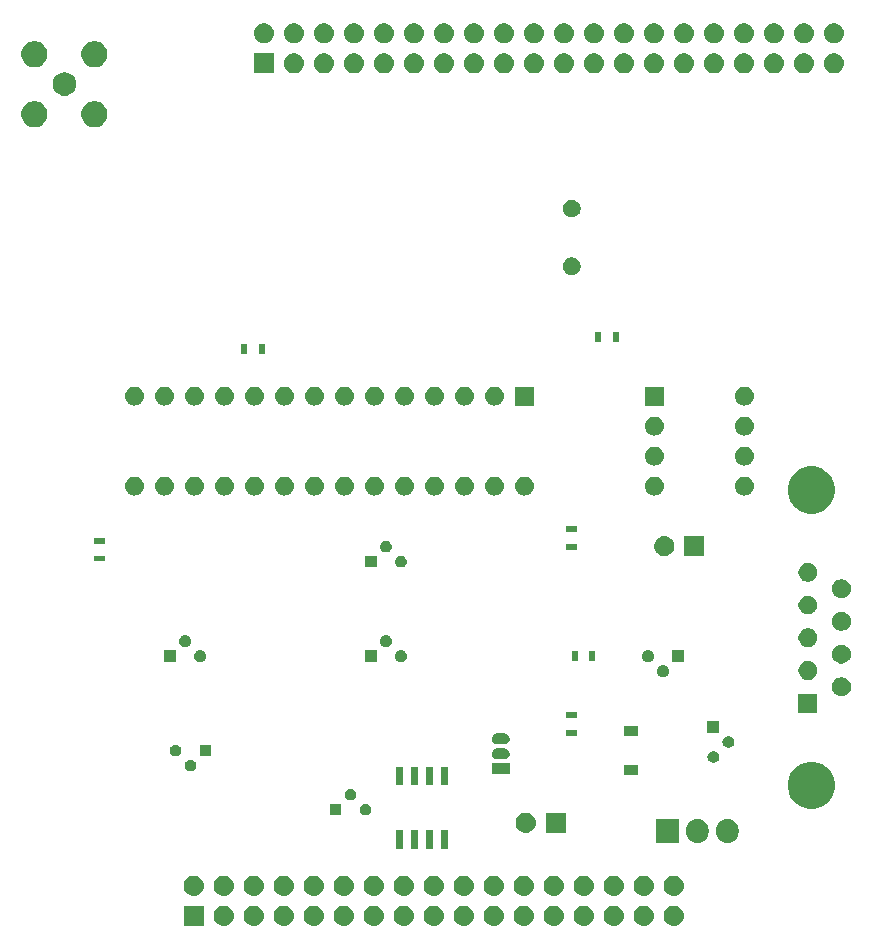
<source format=gbs>
G04 #@! TF.GenerationSoftware,KiCad,Pcbnew,(5.1.2)-1*
G04 #@! TF.CreationDate,2019-07-25T21:05:53-07:00*
G04 #@! TF.ProjectId,DashSight-Mezzanine-Card,44617368-5369-4676-9874-2d4d657a7a61,rev?*
G04 #@! TF.SameCoordinates,Original*
G04 #@! TF.FileFunction,Soldermask,Bot*
G04 #@! TF.FilePolarity,Negative*
%FSLAX46Y46*%
G04 Gerber Fmt 4.6, Leading zero omitted, Abs format (unit mm)*
G04 Created by KiCad (PCBNEW (5.1.2)-1) date 2019-07-25 21:05:53*
%MOMM*%
%LPD*%
G04 APERTURE LIST*
%ADD10C,0.100000*%
G04 APERTURE END LIST*
D10*
G36*
X179266627Y-122162299D02*
G01*
X179346742Y-122186602D01*
X179426855Y-122210903D01*
X179426857Y-122210904D01*
X179574518Y-122289831D01*
X179703949Y-122396051D01*
X179810169Y-122525482D01*
X179889096Y-122673143D01*
X179937701Y-122833373D01*
X179954112Y-123000000D01*
X179937701Y-123166627D01*
X179889096Y-123326857D01*
X179810169Y-123474518D01*
X179703949Y-123603949D01*
X179574518Y-123710169D01*
X179426857Y-123789096D01*
X179426855Y-123789097D01*
X179346742Y-123813398D01*
X179266627Y-123837701D01*
X179141752Y-123850000D01*
X179058248Y-123850000D01*
X178933373Y-123837701D01*
X178853258Y-123813398D01*
X178773145Y-123789097D01*
X178773143Y-123789096D01*
X178625482Y-123710169D01*
X178496051Y-123603949D01*
X178389831Y-123474518D01*
X178310904Y-123326857D01*
X178262299Y-123166627D01*
X178245888Y-123000000D01*
X178262299Y-122833373D01*
X178310904Y-122673143D01*
X178389831Y-122525482D01*
X178496051Y-122396051D01*
X178625482Y-122289831D01*
X178773143Y-122210904D01*
X178773145Y-122210903D01*
X178853258Y-122186602D01*
X178933373Y-122162299D01*
X179058248Y-122150000D01*
X179141752Y-122150000D01*
X179266627Y-122162299D01*
X179266627Y-122162299D01*
G37*
G36*
X158946627Y-122162299D02*
G01*
X159026742Y-122186602D01*
X159106855Y-122210903D01*
X159106857Y-122210904D01*
X159254518Y-122289831D01*
X159383949Y-122396051D01*
X159490169Y-122525482D01*
X159569096Y-122673143D01*
X159617701Y-122833373D01*
X159634112Y-123000000D01*
X159617701Y-123166627D01*
X159569096Y-123326857D01*
X159490169Y-123474518D01*
X159383949Y-123603949D01*
X159254518Y-123710169D01*
X159106857Y-123789096D01*
X159106855Y-123789097D01*
X159026742Y-123813398D01*
X158946627Y-123837701D01*
X158821752Y-123850000D01*
X158738248Y-123850000D01*
X158613373Y-123837701D01*
X158533258Y-123813398D01*
X158453145Y-123789097D01*
X158453143Y-123789096D01*
X158305482Y-123710169D01*
X158176051Y-123603949D01*
X158069831Y-123474518D01*
X157990904Y-123326857D01*
X157942299Y-123166627D01*
X157925888Y-123000000D01*
X157942299Y-122833373D01*
X157990904Y-122673143D01*
X158069831Y-122525482D01*
X158176051Y-122396051D01*
X158305482Y-122289831D01*
X158453143Y-122210904D01*
X158453145Y-122210903D01*
X158533258Y-122186602D01*
X158613373Y-122162299D01*
X158738248Y-122150000D01*
X158821752Y-122150000D01*
X158946627Y-122162299D01*
X158946627Y-122162299D01*
G37*
G36*
X141850000Y-123850000D02*
G01*
X140150000Y-123850000D01*
X140150000Y-122150000D01*
X141850000Y-122150000D01*
X141850000Y-123850000D01*
X141850000Y-123850000D01*
G37*
G36*
X143706627Y-122162299D02*
G01*
X143786742Y-122186602D01*
X143866855Y-122210903D01*
X143866857Y-122210904D01*
X144014518Y-122289831D01*
X144143949Y-122396051D01*
X144250169Y-122525482D01*
X144329096Y-122673143D01*
X144377701Y-122833373D01*
X144394112Y-123000000D01*
X144377701Y-123166627D01*
X144329096Y-123326857D01*
X144250169Y-123474518D01*
X144143949Y-123603949D01*
X144014518Y-123710169D01*
X143866857Y-123789096D01*
X143866855Y-123789097D01*
X143786742Y-123813398D01*
X143706627Y-123837701D01*
X143581752Y-123850000D01*
X143498248Y-123850000D01*
X143373373Y-123837701D01*
X143293258Y-123813398D01*
X143213145Y-123789097D01*
X143213143Y-123789096D01*
X143065482Y-123710169D01*
X142936051Y-123603949D01*
X142829831Y-123474518D01*
X142750904Y-123326857D01*
X142702299Y-123166627D01*
X142685888Y-123000000D01*
X142702299Y-122833373D01*
X142750904Y-122673143D01*
X142829831Y-122525482D01*
X142936051Y-122396051D01*
X143065482Y-122289831D01*
X143213143Y-122210904D01*
X143213145Y-122210903D01*
X143293258Y-122186602D01*
X143373373Y-122162299D01*
X143498248Y-122150000D01*
X143581752Y-122150000D01*
X143706627Y-122162299D01*
X143706627Y-122162299D01*
G37*
G36*
X146246627Y-122162299D02*
G01*
X146326742Y-122186602D01*
X146406855Y-122210903D01*
X146406857Y-122210904D01*
X146554518Y-122289831D01*
X146683949Y-122396051D01*
X146790169Y-122525482D01*
X146869096Y-122673143D01*
X146917701Y-122833373D01*
X146934112Y-123000000D01*
X146917701Y-123166627D01*
X146869096Y-123326857D01*
X146790169Y-123474518D01*
X146683949Y-123603949D01*
X146554518Y-123710169D01*
X146406857Y-123789096D01*
X146406855Y-123789097D01*
X146326742Y-123813398D01*
X146246627Y-123837701D01*
X146121752Y-123850000D01*
X146038248Y-123850000D01*
X145913373Y-123837701D01*
X145833258Y-123813398D01*
X145753145Y-123789097D01*
X145753143Y-123789096D01*
X145605482Y-123710169D01*
X145476051Y-123603949D01*
X145369831Y-123474518D01*
X145290904Y-123326857D01*
X145242299Y-123166627D01*
X145225888Y-123000000D01*
X145242299Y-122833373D01*
X145290904Y-122673143D01*
X145369831Y-122525482D01*
X145476051Y-122396051D01*
X145605482Y-122289831D01*
X145753143Y-122210904D01*
X145753145Y-122210903D01*
X145833258Y-122186602D01*
X145913373Y-122162299D01*
X146038248Y-122150000D01*
X146121752Y-122150000D01*
X146246627Y-122162299D01*
X146246627Y-122162299D01*
G37*
G36*
X148786627Y-122162299D02*
G01*
X148866742Y-122186602D01*
X148946855Y-122210903D01*
X148946857Y-122210904D01*
X149094518Y-122289831D01*
X149223949Y-122396051D01*
X149330169Y-122525482D01*
X149409096Y-122673143D01*
X149457701Y-122833373D01*
X149474112Y-123000000D01*
X149457701Y-123166627D01*
X149409096Y-123326857D01*
X149330169Y-123474518D01*
X149223949Y-123603949D01*
X149094518Y-123710169D01*
X148946857Y-123789096D01*
X148946855Y-123789097D01*
X148866742Y-123813398D01*
X148786627Y-123837701D01*
X148661752Y-123850000D01*
X148578248Y-123850000D01*
X148453373Y-123837701D01*
X148373258Y-123813398D01*
X148293145Y-123789097D01*
X148293143Y-123789096D01*
X148145482Y-123710169D01*
X148016051Y-123603949D01*
X147909831Y-123474518D01*
X147830904Y-123326857D01*
X147782299Y-123166627D01*
X147765888Y-123000000D01*
X147782299Y-122833373D01*
X147830904Y-122673143D01*
X147909831Y-122525482D01*
X148016051Y-122396051D01*
X148145482Y-122289831D01*
X148293143Y-122210904D01*
X148293145Y-122210903D01*
X148373258Y-122186602D01*
X148453373Y-122162299D01*
X148578248Y-122150000D01*
X148661752Y-122150000D01*
X148786627Y-122162299D01*
X148786627Y-122162299D01*
G37*
G36*
X151326627Y-122162299D02*
G01*
X151406742Y-122186602D01*
X151486855Y-122210903D01*
X151486857Y-122210904D01*
X151634518Y-122289831D01*
X151763949Y-122396051D01*
X151870169Y-122525482D01*
X151949096Y-122673143D01*
X151997701Y-122833373D01*
X152014112Y-123000000D01*
X151997701Y-123166627D01*
X151949096Y-123326857D01*
X151870169Y-123474518D01*
X151763949Y-123603949D01*
X151634518Y-123710169D01*
X151486857Y-123789096D01*
X151486855Y-123789097D01*
X151406742Y-123813398D01*
X151326627Y-123837701D01*
X151201752Y-123850000D01*
X151118248Y-123850000D01*
X150993373Y-123837701D01*
X150913258Y-123813398D01*
X150833145Y-123789097D01*
X150833143Y-123789096D01*
X150685482Y-123710169D01*
X150556051Y-123603949D01*
X150449831Y-123474518D01*
X150370904Y-123326857D01*
X150322299Y-123166627D01*
X150305888Y-123000000D01*
X150322299Y-122833373D01*
X150370904Y-122673143D01*
X150449831Y-122525482D01*
X150556051Y-122396051D01*
X150685482Y-122289831D01*
X150833143Y-122210904D01*
X150833145Y-122210903D01*
X150913258Y-122186602D01*
X150993373Y-122162299D01*
X151118248Y-122150000D01*
X151201752Y-122150000D01*
X151326627Y-122162299D01*
X151326627Y-122162299D01*
G37*
G36*
X153866627Y-122162299D02*
G01*
X153946742Y-122186602D01*
X154026855Y-122210903D01*
X154026857Y-122210904D01*
X154174518Y-122289831D01*
X154303949Y-122396051D01*
X154410169Y-122525482D01*
X154489096Y-122673143D01*
X154537701Y-122833373D01*
X154554112Y-123000000D01*
X154537701Y-123166627D01*
X154489096Y-123326857D01*
X154410169Y-123474518D01*
X154303949Y-123603949D01*
X154174518Y-123710169D01*
X154026857Y-123789096D01*
X154026855Y-123789097D01*
X153946742Y-123813398D01*
X153866627Y-123837701D01*
X153741752Y-123850000D01*
X153658248Y-123850000D01*
X153533373Y-123837701D01*
X153453258Y-123813398D01*
X153373145Y-123789097D01*
X153373143Y-123789096D01*
X153225482Y-123710169D01*
X153096051Y-123603949D01*
X152989831Y-123474518D01*
X152910904Y-123326857D01*
X152862299Y-123166627D01*
X152845888Y-123000000D01*
X152862299Y-122833373D01*
X152910904Y-122673143D01*
X152989831Y-122525482D01*
X153096051Y-122396051D01*
X153225482Y-122289831D01*
X153373143Y-122210904D01*
X153373145Y-122210903D01*
X153453258Y-122186602D01*
X153533373Y-122162299D01*
X153658248Y-122150000D01*
X153741752Y-122150000D01*
X153866627Y-122162299D01*
X153866627Y-122162299D01*
G37*
G36*
X156406627Y-122162299D02*
G01*
X156486742Y-122186602D01*
X156566855Y-122210903D01*
X156566857Y-122210904D01*
X156714518Y-122289831D01*
X156843949Y-122396051D01*
X156950169Y-122525482D01*
X157029096Y-122673143D01*
X157077701Y-122833373D01*
X157094112Y-123000000D01*
X157077701Y-123166627D01*
X157029096Y-123326857D01*
X156950169Y-123474518D01*
X156843949Y-123603949D01*
X156714518Y-123710169D01*
X156566857Y-123789096D01*
X156566855Y-123789097D01*
X156486742Y-123813398D01*
X156406627Y-123837701D01*
X156281752Y-123850000D01*
X156198248Y-123850000D01*
X156073373Y-123837701D01*
X155993258Y-123813398D01*
X155913145Y-123789097D01*
X155913143Y-123789096D01*
X155765482Y-123710169D01*
X155636051Y-123603949D01*
X155529831Y-123474518D01*
X155450904Y-123326857D01*
X155402299Y-123166627D01*
X155385888Y-123000000D01*
X155402299Y-122833373D01*
X155450904Y-122673143D01*
X155529831Y-122525482D01*
X155636051Y-122396051D01*
X155765482Y-122289831D01*
X155913143Y-122210904D01*
X155913145Y-122210903D01*
X155993258Y-122186602D01*
X156073373Y-122162299D01*
X156198248Y-122150000D01*
X156281752Y-122150000D01*
X156406627Y-122162299D01*
X156406627Y-122162299D01*
G37*
G36*
X161486627Y-122162299D02*
G01*
X161566742Y-122186602D01*
X161646855Y-122210903D01*
X161646857Y-122210904D01*
X161794518Y-122289831D01*
X161923949Y-122396051D01*
X162030169Y-122525482D01*
X162109096Y-122673143D01*
X162157701Y-122833373D01*
X162174112Y-123000000D01*
X162157701Y-123166627D01*
X162109096Y-123326857D01*
X162030169Y-123474518D01*
X161923949Y-123603949D01*
X161794518Y-123710169D01*
X161646857Y-123789096D01*
X161646855Y-123789097D01*
X161566742Y-123813398D01*
X161486627Y-123837701D01*
X161361752Y-123850000D01*
X161278248Y-123850000D01*
X161153373Y-123837701D01*
X161073258Y-123813398D01*
X160993145Y-123789097D01*
X160993143Y-123789096D01*
X160845482Y-123710169D01*
X160716051Y-123603949D01*
X160609831Y-123474518D01*
X160530904Y-123326857D01*
X160482299Y-123166627D01*
X160465888Y-123000000D01*
X160482299Y-122833373D01*
X160530904Y-122673143D01*
X160609831Y-122525482D01*
X160716051Y-122396051D01*
X160845482Y-122289831D01*
X160993143Y-122210904D01*
X160993145Y-122210903D01*
X161073258Y-122186602D01*
X161153373Y-122162299D01*
X161278248Y-122150000D01*
X161361752Y-122150000D01*
X161486627Y-122162299D01*
X161486627Y-122162299D01*
G37*
G36*
X164026627Y-122162299D02*
G01*
X164106742Y-122186602D01*
X164186855Y-122210903D01*
X164186857Y-122210904D01*
X164334518Y-122289831D01*
X164463949Y-122396051D01*
X164570169Y-122525482D01*
X164649096Y-122673143D01*
X164697701Y-122833373D01*
X164714112Y-123000000D01*
X164697701Y-123166627D01*
X164649096Y-123326857D01*
X164570169Y-123474518D01*
X164463949Y-123603949D01*
X164334518Y-123710169D01*
X164186857Y-123789096D01*
X164186855Y-123789097D01*
X164106742Y-123813398D01*
X164026627Y-123837701D01*
X163901752Y-123850000D01*
X163818248Y-123850000D01*
X163693373Y-123837701D01*
X163613258Y-123813398D01*
X163533145Y-123789097D01*
X163533143Y-123789096D01*
X163385482Y-123710169D01*
X163256051Y-123603949D01*
X163149831Y-123474518D01*
X163070904Y-123326857D01*
X163022299Y-123166627D01*
X163005888Y-123000000D01*
X163022299Y-122833373D01*
X163070904Y-122673143D01*
X163149831Y-122525482D01*
X163256051Y-122396051D01*
X163385482Y-122289831D01*
X163533143Y-122210904D01*
X163533145Y-122210903D01*
X163613258Y-122186602D01*
X163693373Y-122162299D01*
X163818248Y-122150000D01*
X163901752Y-122150000D01*
X164026627Y-122162299D01*
X164026627Y-122162299D01*
G37*
G36*
X166566627Y-122162299D02*
G01*
X166646742Y-122186602D01*
X166726855Y-122210903D01*
X166726857Y-122210904D01*
X166874518Y-122289831D01*
X167003949Y-122396051D01*
X167110169Y-122525482D01*
X167189096Y-122673143D01*
X167237701Y-122833373D01*
X167254112Y-123000000D01*
X167237701Y-123166627D01*
X167189096Y-123326857D01*
X167110169Y-123474518D01*
X167003949Y-123603949D01*
X166874518Y-123710169D01*
X166726857Y-123789096D01*
X166726855Y-123789097D01*
X166646742Y-123813398D01*
X166566627Y-123837701D01*
X166441752Y-123850000D01*
X166358248Y-123850000D01*
X166233373Y-123837701D01*
X166153258Y-123813398D01*
X166073145Y-123789097D01*
X166073143Y-123789096D01*
X165925482Y-123710169D01*
X165796051Y-123603949D01*
X165689831Y-123474518D01*
X165610904Y-123326857D01*
X165562299Y-123166627D01*
X165545888Y-123000000D01*
X165562299Y-122833373D01*
X165610904Y-122673143D01*
X165689831Y-122525482D01*
X165796051Y-122396051D01*
X165925482Y-122289831D01*
X166073143Y-122210904D01*
X166073145Y-122210903D01*
X166153258Y-122186602D01*
X166233373Y-122162299D01*
X166358248Y-122150000D01*
X166441752Y-122150000D01*
X166566627Y-122162299D01*
X166566627Y-122162299D01*
G37*
G36*
X169106627Y-122162299D02*
G01*
X169186742Y-122186602D01*
X169266855Y-122210903D01*
X169266857Y-122210904D01*
X169414518Y-122289831D01*
X169543949Y-122396051D01*
X169650169Y-122525482D01*
X169729096Y-122673143D01*
X169777701Y-122833373D01*
X169794112Y-123000000D01*
X169777701Y-123166627D01*
X169729096Y-123326857D01*
X169650169Y-123474518D01*
X169543949Y-123603949D01*
X169414518Y-123710169D01*
X169266857Y-123789096D01*
X169266855Y-123789097D01*
X169186742Y-123813398D01*
X169106627Y-123837701D01*
X168981752Y-123850000D01*
X168898248Y-123850000D01*
X168773373Y-123837701D01*
X168693258Y-123813398D01*
X168613145Y-123789097D01*
X168613143Y-123789096D01*
X168465482Y-123710169D01*
X168336051Y-123603949D01*
X168229831Y-123474518D01*
X168150904Y-123326857D01*
X168102299Y-123166627D01*
X168085888Y-123000000D01*
X168102299Y-122833373D01*
X168150904Y-122673143D01*
X168229831Y-122525482D01*
X168336051Y-122396051D01*
X168465482Y-122289831D01*
X168613143Y-122210904D01*
X168613145Y-122210903D01*
X168693258Y-122186602D01*
X168773373Y-122162299D01*
X168898248Y-122150000D01*
X168981752Y-122150000D01*
X169106627Y-122162299D01*
X169106627Y-122162299D01*
G37*
G36*
X171646627Y-122162299D02*
G01*
X171726742Y-122186602D01*
X171806855Y-122210903D01*
X171806857Y-122210904D01*
X171954518Y-122289831D01*
X172083949Y-122396051D01*
X172190169Y-122525482D01*
X172269096Y-122673143D01*
X172317701Y-122833373D01*
X172334112Y-123000000D01*
X172317701Y-123166627D01*
X172269096Y-123326857D01*
X172190169Y-123474518D01*
X172083949Y-123603949D01*
X171954518Y-123710169D01*
X171806857Y-123789096D01*
X171806855Y-123789097D01*
X171726742Y-123813398D01*
X171646627Y-123837701D01*
X171521752Y-123850000D01*
X171438248Y-123850000D01*
X171313373Y-123837701D01*
X171233258Y-123813398D01*
X171153145Y-123789097D01*
X171153143Y-123789096D01*
X171005482Y-123710169D01*
X170876051Y-123603949D01*
X170769831Y-123474518D01*
X170690904Y-123326857D01*
X170642299Y-123166627D01*
X170625888Y-123000000D01*
X170642299Y-122833373D01*
X170690904Y-122673143D01*
X170769831Y-122525482D01*
X170876051Y-122396051D01*
X171005482Y-122289831D01*
X171153143Y-122210904D01*
X171153145Y-122210903D01*
X171233258Y-122186602D01*
X171313373Y-122162299D01*
X171438248Y-122150000D01*
X171521752Y-122150000D01*
X171646627Y-122162299D01*
X171646627Y-122162299D01*
G37*
G36*
X174186627Y-122162299D02*
G01*
X174266742Y-122186602D01*
X174346855Y-122210903D01*
X174346857Y-122210904D01*
X174494518Y-122289831D01*
X174623949Y-122396051D01*
X174730169Y-122525482D01*
X174809096Y-122673143D01*
X174857701Y-122833373D01*
X174874112Y-123000000D01*
X174857701Y-123166627D01*
X174809096Y-123326857D01*
X174730169Y-123474518D01*
X174623949Y-123603949D01*
X174494518Y-123710169D01*
X174346857Y-123789096D01*
X174346855Y-123789097D01*
X174266742Y-123813398D01*
X174186627Y-123837701D01*
X174061752Y-123850000D01*
X173978248Y-123850000D01*
X173853373Y-123837701D01*
X173773258Y-123813398D01*
X173693145Y-123789097D01*
X173693143Y-123789096D01*
X173545482Y-123710169D01*
X173416051Y-123603949D01*
X173309831Y-123474518D01*
X173230904Y-123326857D01*
X173182299Y-123166627D01*
X173165888Y-123000000D01*
X173182299Y-122833373D01*
X173230904Y-122673143D01*
X173309831Y-122525482D01*
X173416051Y-122396051D01*
X173545482Y-122289831D01*
X173693143Y-122210904D01*
X173693145Y-122210903D01*
X173773258Y-122186602D01*
X173853373Y-122162299D01*
X173978248Y-122150000D01*
X174061752Y-122150000D01*
X174186627Y-122162299D01*
X174186627Y-122162299D01*
G37*
G36*
X176726627Y-122162299D02*
G01*
X176806742Y-122186602D01*
X176886855Y-122210903D01*
X176886857Y-122210904D01*
X177034518Y-122289831D01*
X177163949Y-122396051D01*
X177270169Y-122525482D01*
X177349096Y-122673143D01*
X177397701Y-122833373D01*
X177414112Y-123000000D01*
X177397701Y-123166627D01*
X177349096Y-123326857D01*
X177270169Y-123474518D01*
X177163949Y-123603949D01*
X177034518Y-123710169D01*
X176886857Y-123789096D01*
X176886855Y-123789097D01*
X176806742Y-123813398D01*
X176726627Y-123837701D01*
X176601752Y-123850000D01*
X176518248Y-123850000D01*
X176393373Y-123837701D01*
X176313258Y-123813398D01*
X176233145Y-123789097D01*
X176233143Y-123789096D01*
X176085482Y-123710169D01*
X175956051Y-123603949D01*
X175849831Y-123474518D01*
X175770904Y-123326857D01*
X175722299Y-123166627D01*
X175705888Y-123000000D01*
X175722299Y-122833373D01*
X175770904Y-122673143D01*
X175849831Y-122525482D01*
X175956051Y-122396051D01*
X176085482Y-122289831D01*
X176233143Y-122210904D01*
X176233145Y-122210903D01*
X176313258Y-122186602D01*
X176393373Y-122162299D01*
X176518248Y-122150000D01*
X176601752Y-122150000D01*
X176726627Y-122162299D01*
X176726627Y-122162299D01*
G37*
G36*
X181806627Y-122162299D02*
G01*
X181886742Y-122186602D01*
X181966855Y-122210903D01*
X181966857Y-122210904D01*
X182114518Y-122289831D01*
X182243949Y-122396051D01*
X182350169Y-122525482D01*
X182429096Y-122673143D01*
X182477701Y-122833373D01*
X182494112Y-123000000D01*
X182477701Y-123166627D01*
X182429096Y-123326857D01*
X182350169Y-123474518D01*
X182243949Y-123603949D01*
X182114518Y-123710169D01*
X181966857Y-123789096D01*
X181966855Y-123789097D01*
X181886742Y-123813398D01*
X181806627Y-123837701D01*
X181681752Y-123850000D01*
X181598248Y-123850000D01*
X181473373Y-123837701D01*
X181393258Y-123813398D01*
X181313145Y-123789097D01*
X181313143Y-123789096D01*
X181165482Y-123710169D01*
X181036051Y-123603949D01*
X180929831Y-123474518D01*
X180850904Y-123326857D01*
X180802299Y-123166627D01*
X180785888Y-123000000D01*
X180802299Y-122833373D01*
X180850904Y-122673143D01*
X180929831Y-122525482D01*
X181036051Y-122396051D01*
X181165482Y-122289831D01*
X181313143Y-122210904D01*
X181313145Y-122210903D01*
X181393258Y-122186602D01*
X181473373Y-122162299D01*
X181598248Y-122150000D01*
X181681752Y-122150000D01*
X181806627Y-122162299D01*
X181806627Y-122162299D01*
G37*
G36*
X151326627Y-119622299D02*
G01*
X151406742Y-119646602D01*
X151486855Y-119670903D01*
X151486857Y-119670904D01*
X151634518Y-119749831D01*
X151763949Y-119856051D01*
X151870169Y-119985482D01*
X151949096Y-120133143D01*
X151997701Y-120293373D01*
X152014112Y-120460000D01*
X151997701Y-120626627D01*
X151949096Y-120786857D01*
X151870169Y-120934518D01*
X151763949Y-121063949D01*
X151634518Y-121170169D01*
X151486857Y-121249096D01*
X151486855Y-121249097D01*
X151406742Y-121273398D01*
X151326627Y-121297701D01*
X151201752Y-121310000D01*
X151118248Y-121310000D01*
X150993373Y-121297701D01*
X150913258Y-121273399D01*
X150833145Y-121249097D01*
X150833143Y-121249096D01*
X150685482Y-121170169D01*
X150556051Y-121063949D01*
X150449831Y-120934518D01*
X150370904Y-120786857D01*
X150322299Y-120626627D01*
X150305888Y-120460000D01*
X150322299Y-120293373D01*
X150370904Y-120133143D01*
X150449831Y-119985482D01*
X150556051Y-119856051D01*
X150685482Y-119749831D01*
X150833143Y-119670904D01*
X150833145Y-119670903D01*
X150913258Y-119646601D01*
X150993373Y-119622299D01*
X151118248Y-119610000D01*
X151201752Y-119610000D01*
X151326627Y-119622299D01*
X151326627Y-119622299D01*
G37*
G36*
X181806627Y-119622299D02*
G01*
X181886742Y-119646602D01*
X181966855Y-119670903D01*
X181966857Y-119670904D01*
X182114518Y-119749831D01*
X182243949Y-119856051D01*
X182350169Y-119985482D01*
X182429096Y-120133143D01*
X182477701Y-120293373D01*
X182494112Y-120460000D01*
X182477701Y-120626627D01*
X182429096Y-120786857D01*
X182350169Y-120934518D01*
X182243949Y-121063949D01*
X182114518Y-121170169D01*
X181966857Y-121249096D01*
X181966855Y-121249097D01*
X181886742Y-121273398D01*
X181806627Y-121297701D01*
X181681752Y-121310000D01*
X181598248Y-121310000D01*
X181473373Y-121297701D01*
X181393258Y-121273399D01*
X181313145Y-121249097D01*
X181313143Y-121249096D01*
X181165482Y-121170169D01*
X181036051Y-121063949D01*
X180929831Y-120934518D01*
X180850904Y-120786857D01*
X180802299Y-120626627D01*
X180785888Y-120460000D01*
X180802299Y-120293373D01*
X180850904Y-120133143D01*
X180929831Y-119985482D01*
X181036051Y-119856051D01*
X181165482Y-119749831D01*
X181313143Y-119670904D01*
X181313145Y-119670903D01*
X181393258Y-119646601D01*
X181473373Y-119622299D01*
X181598248Y-119610000D01*
X181681752Y-119610000D01*
X181806627Y-119622299D01*
X181806627Y-119622299D01*
G37*
G36*
X171646627Y-119622299D02*
G01*
X171726742Y-119646602D01*
X171806855Y-119670903D01*
X171806857Y-119670904D01*
X171954518Y-119749831D01*
X172083949Y-119856051D01*
X172190169Y-119985482D01*
X172269096Y-120133143D01*
X172317701Y-120293373D01*
X172334112Y-120460000D01*
X172317701Y-120626627D01*
X172269096Y-120786857D01*
X172190169Y-120934518D01*
X172083949Y-121063949D01*
X171954518Y-121170169D01*
X171806857Y-121249096D01*
X171806855Y-121249097D01*
X171726742Y-121273398D01*
X171646627Y-121297701D01*
X171521752Y-121310000D01*
X171438248Y-121310000D01*
X171313373Y-121297701D01*
X171233258Y-121273399D01*
X171153145Y-121249097D01*
X171153143Y-121249096D01*
X171005482Y-121170169D01*
X170876051Y-121063949D01*
X170769831Y-120934518D01*
X170690904Y-120786857D01*
X170642299Y-120626627D01*
X170625888Y-120460000D01*
X170642299Y-120293373D01*
X170690904Y-120133143D01*
X170769831Y-119985482D01*
X170876051Y-119856051D01*
X171005482Y-119749831D01*
X171153143Y-119670904D01*
X171153145Y-119670903D01*
X171233258Y-119646601D01*
X171313373Y-119622299D01*
X171438248Y-119610000D01*
X171521752Y-119610000D01*
X171646627Y-119622299D01*
X171646627Y-119622299D01*
G37*
G36*
X174186627Y-119622299D02*
G01*
X174266742Y-119646602D01*
X174346855Y-119670903D01*
X174346857Y-119670904D01*
X174494518Y-119749831D01*
X174623949Y-119856051D01*
X174730169Y-119985482D01*
X174809096Y-120133143D01*
X174857701Y-120293373D01*
X174874112Y-120460000D01*
X174857701Y-120626627D01*
X174809096Y-120786857D01*
X174730169Y-120934518D01*
X174623949Y-121063949D01*
X174494518Y-121170169D01*
X174346857Y-121249096D01*
X174346855Y-121249097D01*
X174266742Y-121273398D01*
X174186627Y-121297701D01*
X174061752Y-121310000D01*
X173978248Y-121310000D01*
X173853373Y-121297701D01*
X173773258Y-121273399D01*
X173693145Y-121249097D01*
X173693143Y-121249096D01*
X173545482Y-121170169D01*
X173416051Y-121063949D01*
X173309831Y-120934518D01*
X173230904Y-120786857D01*
X173182299Y-120626627D01*
X173165888Y-120460000D01*
X173182299Y-120293373D01*
X173230904Y-120133143D01*
X173309831Y-119985482D01*
X173416051Y-119856051D01*
X173545482Y-119749831D01*
X173693143Y-119670904D01*
X173693145Y-119670903D01*
X173773258Y-119646601D01*
X173853373Y-119622299D01*
X173978248Y-119610000D01*
X174061752Y-119610000D01*
X174186627Y-119622299D01*
X174186627Y-119622299D01*
G37*
G36*
X176726627Y-119622299D02*
G01*
X176806742Y-119646602D01*
X176886855Y-119670903D01*
X176886857Y-119670904D01*
X177034518Y-119749831D01*
X177163949Y-119856051D01*
X177270169Y-119985482D01*
X177349096Y-120133143D01*
X177397701Y-120293373D01*
X177414112Y-120460000D01*
X177397701Y-120626627D01*
X177349096Y-120786857D01*
X177270169Y-120934518D01*
X177163949Y-121063949D01*
X177034518Y-121170169D01*
X176886857Y-121249096D01*
X176886855Y-121249097D01*
X176806742Y-121273398D01*
X176726627Y-121297701D01*
X176601752Y-121310000D01*
X176518248Y-121310000D01*
X176393373Y-121297701D01*
X176313258Y-121273399D01*
X176233145Y-121249097D01*
X176233143Y-121249096D01*
X176085482Y-121170169D01*
X175956051Y-121063949D01*
X175849831Y-120934518D01*
X175770904Y-120786857D01*
X175722299Y-120626627D01*
X175705888Y-120460000D01*
X175722299Y-120293373D01*
X175770904Y-120133143D01*
X175849831Y-119985482D01*
X175956051Y-119856051D01*
X176085482Y-119749831D01*
X176233143Y-119670904D01*
X176233145Y-119670903D01*
X176313258Y-119646601D01*
X176393373Y-119622299D01*
X176518248Y-119610000D01*
X176601752Y-119610000D01*
X176726627Y-119622299D01*
X176726627Y-119622299D01*
G37*
G36*
X148786627Y-119622299D02*
G01*
X148866742Y-119646602D01*
X148946855Y-119670903D01*
X148946857Y-119670904D01*
X149094518Y-119749831D01*
X149223949Y-119856051D01*
X149330169Y-119985482D01*
X149409096Y-120133143D01*
X149457701Y-120293373D01*
X149474112Y-120460000D01*
X149457701Y-120626627D01*
X149409096Y-120786857D01*
X149330169Y-120934518D01*
X149223949Y-121063949D01*
X149094518Y-121170169D01*
X148946857Y-121249096D01*
X148946855Y-121249097D01*
X148866742Y-121273398D01*
X148786627Y-121297701D01*
X148661752Y-121310000D01*
X148578248Y-121310000D01*
X148453373Y-121297701D01*
X148373258Y-121273399D01*
X148293145Y-121249097D01*
X148293143Y-121249096D01*
X148145482Y-121170169D01*
X148016051Y-121063949D01*
X147909831Y-120934518D01*
X147830904Y-120786857D01*
X147782299Y-120626627D01*
X147765888Y-120460000D01*
X147782299Y-120293373D01*
X147830904Y-120133143D01*
X147909831Y-119985482D01*
X148016051Y-119856051D01*
X148145482Y-119749831D01*
X148293143Y-119670904D01*
X148293145Y-119670903D01*
X148373258Y-119646601D01*
X148453373Y-119622299D01*
X148578248Y-119610000D01*
X148661752Y-119610000D01*
X148786627Y-119622299D01*
X148786627Y-119622299D01*
G37*
G36*
X153866627Y-119622299D02*
G01*
X153946742Y-119646602D01*
X154026855Y-119670903D01*
X154026857Y-119670904D01*
X154174518Y-119749831D01*
X154303949Y-119856051D01*
X154410169Y-119985482D01*
X154489096Y-120133143D01*
X154537701Y-120293373D01*
X154554112Y-120460000D01*
X154537701Y-120626627D01*
X154489096Y-120786857D01*
X154410169Y-120934518D01*
X154303949Y-121063949D01*
X154174518Y-121170169D01*
X154026857Y-121249096D01*
X154026855Y-121249097D01*
X153946742Y-121273398D01*
X153866627Y-121297701D01*
X153741752Y-121310000D01*
X153658248Y-121310000D01*
X153533373Y-121297701D01*
X153453258Y-121273399D01*
X153373145Y-121249097D01*
X153373143Y-121249096D01*
X153225482Y-121170169D01*
X153096051Y-121063949D01*
X152989831Y-120934518D01*
X152910904Y-120786857D01*
X152862299Y-120626627D01*
X152845888Y-120460000D01*
X152862299Y-120293373D01*
X152910904Y-120133143D01*
X152989831Y-119985482D01*
X153096051Y-119856051D01*
X153225482Y-119749831D01*
X153373143Y-119670904D01*
X153373145Y-119670903D01*
X153453258Y-119646601D01*
X153533373Y-119622299D01*
X153658248Y-119610000D01*
X153741752Y-119610000D01*
X153866627Y-119622299D01*
X153866627Y-119622299D01*
G37*
G36*
X169106627Y-119622299D02*
G01*
X169186742Y-119646602D01*
X169266855Y-119670903D01*
X169266857Y-119670904D01*
X169414518Y-119749831D01*
X169543949Y-119856051D01*
X169650169Y-119985482D01*
X169729096Y-120133143D01*
X169777701Y-120293373D01*
X169794112Y-120460000D01*
X169777701Y-120626627D01*
X169729096Y-120786857D01*
X169650169Y-120934518D01*
X169543949Y-121063949D01*
X169414518Y-121170169D01*
X169266857Y-121249096D01*
X169266855Y-121249097D01*
X169186742Y-121273398D01*
X169106627Y-121297701D01*
X168981752Y-121310000D01*
X168898248Y-121310000D01*
X168773373Y-121297701D01*
X168693258Y-121273399D01*
X168613145Y-121249097D01*
X168613143Y-121249096D01*
X168465482Y-121170169D01*
X168336051Y-121063949D01*
X168229831Y-120934518D01*
X168150904Y-120786857D01*
X168102299Y-120626627D01*
X168085888Y-120460000D01*
X168102299Y-120293373D01*
X168150904Y-120133143D01*
X168229831Y-119985482D01*
X168336051Y-119856051D01*
X168465482Y-119749831D01*
X168613143Y-119670904D01*
X168613145Y-119670903D01*
X168693258Y-119646601D01*
X168773373Y-119622299D01*
X168898248Y-119610000D01*
X168981752Y-119610000D01*
X169106627Y-119622299D01*
X169106627Y-119622299D01*
G37*
G36*
X158946627Y-119622299D02*
G01*
X159026742Y-119646602D01*
X159106855Y-119670903D01*
X159106857Y-119670904D01*
X159254518Y-119749831D01*
X159383949Y-119856051D01*
X159490169Y-119985482D01*
X159569096Y-120133143D01*
X159617701Y-120293373D01*
X159634112Y-120460000D01*
X159617701Y-120626627D01*
X159569096Y-120786857D01*
X159490169Y-120934518D01*
X159383949Y-121063949D01*
X159254518Y-121170169D01*
X159106857Y-121249096D01*
X159106855Y-121249097D01*
X159026742Y-121273398D01*
X158946627Y-121297701D01*
X158821752Y-121310000D01*
X158738248Y-121310000D01*
X158613373Y-121297701D01*
X158533258Y-121273399D01*
X158453145Y-121249097D01*
X158453143Y-121249096D01*
X158305482Y-121170169D01*
X158176051Y-121063949D01*
X158069831Y-120934518D01*
X157990904Y-120786857D01*
X157942299Y-120626627D01*
X157925888Y-120460000D01*
X157942299Y-120293373D01*
X157990904Y-120133143D01*
X158069831Y-119985482D01*
X158176051Y-119856051D01*
X158305482Y-119749831D01*
X158453143Y-119670904D01*
X158453145Y-119670903D01*
X158533258Y-119646601D01*
X158613373Y-119622299D01*
X158738248Y-119610000D01*
X158821752Y-119610000D01*
X158946627Y-119622299D01*
X158946627Y-119622299D01*
G37*
G36*
X146246627Y-119622299D02*
G01*
X146326742Y-119646602D01*
X146406855Y-119670903D01*
X146406857Y-119670904D01*
X146554518Y-119749831D01*
X146683949Y-119856051D01*
X146790169Y-119985482D01*
X146869096Y-120133143D01*
X146917701Y-120293373D01*
X146934112Y-120460000D01*
X146917701Y-120626627D01*
X146869096Y-120786857D01*
X146790169Y-120934518D01*
X146683949Y-121063949D01*
X146554518Y-121170169D01*
X146406857Y-121249096D01*
X146406855Y-121249097D01*
X146326742Y-121273398D01*
X146246627Y-121297701D01*
X146121752Y-121310000D01*
X146038248Y-121310000D01*
X145913373Y-121297701D01*
X145833258Y-121273399D01*
X145753145Y-121249097D01*
X145753143Y-121249096D01*
X145605482Y-121170169D01*
X145476051Y-121063949D01*
X145369831Y-120934518D01*
X145290904Y-120786857D01*
X145242299Y-120626627D01*
X145225888Y-120460000D01*
X145242299Y-120293373D01*
X145290904Y-120133143D01*
X145369831Y-119985482D01*
X145476051Y-119856051D01*
X145605482Y-119749831D01*
X145753143Y-119670904D01*
X145753145Y-119670903D01*
X145833258Y-119646601D01*
X145913373Y-119622299D01*
X146038248Y-119610000D01*
X146121752Y-119610000D01*
X146246627Y-119622299D01*
X146246627Y-119622299D01*
G37*
G36*
X164026627Y-119622299D02*
G01*
X164106742Y-119646602D01*
X164186855Y-119670903D01*
X164186857Y-119670904D01*
X164334518Y-119749831D01*
X164463949Y-119856051D01*
X164570169Y-119985482D01*
X164649096Y-120133143D01*
X164697701Y-120293373D01*
X164714112Y-120460000D01*
X164697701Y-120626627D01*
X164649096Y-120786857D01*
X164570169Y-120934518D01*
X164463949Y-121063949D01*
X164334518Y-121170169D01*
X164186857Y-121249096D01*
X164186855Y-121249097D01*
X164106742Y-121273398D01*
X164026627Y-121297701D01*
X163901752Y-121310000D01*
X163818248Y-121310000D01*
X163693373Y-121297701D01*
X163613258Y-121273399D01*
X163533145Y-121249097D01*
X163533143Y-121249096D01*
X163385482Y-121170169D01*
X163256051Y-121063949D01*
X163149831Y-120934518D01*
X163070904Y-120786857D01*
X163022299Y-120626627D01*
X163005888Y-120460000D01*
X163022299Y-120293373D01*
X163070904Y-120133143D01*
X163149831Y-119985482D01*
X163256051Y-119856051D01*
X163385482Y-119749831D01*
X163533143Y-119670904D01*
X163533145Y-119670903D01*
X163613258Y-119646601D01*
X163693373Y-119622299D01*
X163818248Y-119610000D01*
X163901752Y-119610000D01*
X164026627Y-119622299D01*
X164026627Y-119622299D01*
G37*
G36*
X161486627Y-119622299D02*
G01*
X161566742Y-119646602D01*
X161646855Y-119670903D01*
X161646857Y-119670904D01*
X161794518Y-119749831D01*
X161923949Y-119856051D01*
X162030169Y-119985482D01*
X162109096Y-120133143D01*
X162157701Y-120293373D01*
X162174112Y-120460000D01*
X162157701Y-120626627D01*
X162109096Y-120786857D01*
X162030169Y-120934518D01*
X161923949Y-121063949D01*
X161794518Y-121170169D01*
X161646857Y-121249096D01*
X161646855Y-121249097D01*
X161566742Y-121273398D01*
X161486627Y-121297701D01*
X161361752Y-121310000D01*
X161278248Y-121310000D01*
X161153373Y-121297701D01*
X161073258Y-121273399D01*
X160993145Y-121249097D01*
X160993143Y-121249096D01*
X160845482Y-121170169D01*
X160716051Y-121063949D01*
X160609831Y-120934518D01*
X160530904Y-120786857D01*
X160482299Y-120626627D01*
X160465888Y-120460000D01*
X160482299Y-120293373D01*
X160530904Y-120133143D01*
X160609831Y-119985482D01*
X160716051Y-119856051D01*
X160845482Y-119749831D01*
X160993143Y-119670904D01*
X160993145Y-119670903D01*
X161073258Y-119646601D01*
X161153373Y-119622299D01*
X161278248Y-119610000D01*
X161361752Y-119610000D01*
X161486627Y-119622299D01*
X161486627Y-119622299D01*
G37*
G36*
X143706627Y-119622299D02*
G01*
X143786742Y-119646602D01*
X143866855Y-119670903D01*
X143866857Y-119670904D01*
X144014518Y-119749831D01*
X144143949Y-119856051D01*
X144250169Y-119985482D01*
X144329096Y-120133143D01*
X144377701Y-120293373D01*
X144394112Y-120460000D01*
X144377701Y-120626627D01*
X144329096Y-120786857D01*
X144250169Y-120934518D01*
X144143949Y-121063949D01*
X144014518Y-121170169D01*
X143866857Y-121249096D01*
X143866855Y-121249097D01*
X143786742Y-121273398D01*
X143706627Y-121297701D01*
X143581752Y-121310000D01*
X143498248Y-121310000D01*
X143373373Y-121297701D01*
X143293258Y-121273399D01*
X143213145Y-121249097D01*
X143213143Y-121249096D01*
X143065482Y-121170169D01*
X142936051Y-121063949D01*
X142829831Y-120934518D01*
X142750904Y-120786857D01*
X142702299Y-120626627D01*
X142685888Y-120460000D01*
X142702299Y-120293373D01*
X142750904Y-120133143D01*
X142829831Y-119985482D01*
X142936051Y-119856051D01*
X143065482Y-119749831D01*
X143213143Y-119670904D01*
X143213145Y-119670903D01*
X143293258Y-119646601D01*
X143373373Y-119622299D01*
X143498248Y-119610000D01*
X143581752Y-119610000D01*
X143706627Y-119622299D01*
X143706627Y-119622299D01*
G37*
G36*
X166566627Y-119622299D02*
G01*
X166646742Y-119646602D01*
X166726855Y-119670903D01*
X166726857Y-119670904D01*
X166874518Y-119749831D01*
X167003949Y-119856051D01*
X167110169Y-119985482D01*
X167189096Y-120133143D01*
X167237701Y-120293373D01*
X167254112Y-120460000D01*
X167237701Y-120626627D01*
X167189096Y-120786857D01*
X167110169Y-120934518D01*
X167003949Y-121063949D01*
X166874518Y-121170169D01*
X166726857Y-121249096D01*
X166726855Y-121249097D01*
X166646742Y-121273398D01*
X166566627Y-121297701D01*
X166441752Y-121310000D01*
X166358248Y-121310000D01*
X166233373Y-121297701D01*
X166153258Y-121273399D01*
X166073145Y-121249097D01*
X166073143Y-121249096D01*
X165925482Y-121170169D01*
X165796051Y-121063949D01*
X165689831Y-120934518D01*
X165610904Y-120786857D01*
X165562299Y-120626627D01*
X165545888Y-120460000D01*
X165562299Y-120293373D01*
X165610904Y-120133143D01*
X165689831Y-119985482D01*
X165796051Y-119856051D01*
X165925482Y-119749831D01*
X166073143Y-119670904D01*
X166073145Y-119670903D01*
X166153258Y-119646601D01*
X166233373Y-119622299D01*
X166358248Y-119610000D01*
X166441752Y-119610000D01*
X166566627Y-119622299D01*
X166566627Y-119622299D01*
G37*
G36*
X141166627Y-119622299D02*
G01*
X141246742Y-119646602D01*
X141326855Y-119670903D01*
X141326857Y-119670904D01*
X141474518Y-119749831D01*
X141603949Y-119856051D01*
X141710169Y-119985482D01*
X141789096Y-120133143D01*
X141837701Y-120293373D01*
X141854112Y-120460000D01*
X141837701Y-120626627D01*
X141789096Y-120786857D01*
X141710169Y-120934518D01*
X141603949Y-121063949D01*
X141474518Y-121170169D01*
X141326857Y-121249096D01*
X141326855Y-121249097D01*
X141246742Y-121273398D01*
X141166627Y-121297701D01*
X141041752Y-121310000D01*
X140958248Y-121310000D01*
X140833373Y-121297701D01*
X140753258Y-121273399D01*
X140673145Y-121249097D01*
X140673143Y-121249096D01*
X140525482Y-121170169D01*
X140396051Y-121063949D01*
X140289831Y-120934518D01*
X140210904Y-120786857D01*
X140162299Y-120626627D01*
X140145888Y-120460000D01*
X140162299Y-120293373D01*
X140210904Y-120133143D01*
X140289831Y-119985482D01*
X140396051Y-119856051D01*
X140525482Y-119749831D01*
X140673143Y-119670904D01*
X140673145Y-119670903D01*
X140753258Y-119646602D01*
X140833373Y-119622299D01*
X140958248Y-119610000D01*
X141041752Y-119610000D01*
X141166627Y-119622299D01*
X141166627Y-119622299D01*
G37*
G36*
X179266627Y-119622299D02*
G01*
X179346742Y-119646602D01*
X179426855Y-119670903D01*
X179426857Y-119670904D01*
X179574518Y-119749831D01*
X179703949Y-119856051D01*
X179810169Y-119985482D01*
X179889096Y-120133143D01*
X179937701Y-120293373D01*
X179954112Y-120460000D01*
X179937701Y-120626627D01*
X179889096Y-120786857D01*
X179810169Y-120934518D01*
X179703949Y-121063949D01*
X179574518Y-121170169D01*
X179426857Y-121249096D01*
X179426855Y-121249097D01*
X179346742Y-121273398D01*
X179266627Y-121297701D01*
X179141752Y-121310000D01*
X179058248Y-121310000D01*
X178933373Y-121297701D01*
X178853258Y-121273399D01*
X178773145Y-121249097D01*
X178773143Y-121249096D01*
X178625482Y-121170169D01*
X178496051Y-121063949D01*
X178389831Y-120934518D01*
X178310904Y-120786857D01*
X178262299Y-120626627D01*
X178245888Y-120460000D01*
X178262299Y-120293373D01*
X178310904Y-120133143D01*
X178389831Y-119985482D01*
X178496051Y-119856051D01*
X178625482Y-119749831D01*
X178773143Y-119670904D01*
X178773145Y-119670903D01*
X178853258Y-119646601D01*
X178933373Y-119622299D01*
X179058248Y-119610000D01*
X179141752Y-119610000D01*
X179266627Y-119622299D01*
X179266627Y-119622299D01*
G37*
G36*
X156406627Y-119622299D02*
G01*
X156486742Y-119646602D01*
X156566855Y-119670903D01*
X156566857Y-119670904D01*
X156714518Y-119749831D01*
X156843949Y-119856051D01*
X156950169Y-119985482D01*
X157029096Y-120133143D01*
X157077701Y-120293373D01*
X157094112Y-120460000D01*
X157077701Y-120626627D01*
X157029096Y-120786857D01*
X156950169Y-120934518D01*
X156843949Y-121063949D01*
X156714518Y-121170169D01*
X156566857Y-121249096D01*
X156566855Y-121249097D01*
X156486742Y-121273398D01*
X156406627Y-121297701D01*
X156281752Y-121310000D01*
X156198248Y-121310000D01*
X156073373Y-121297701D01*
X155993258Y-121273399D01*
X155913145Y-121249097D01*
X155913143Y-121249096D01*
X155765482Y-121170169D01*
X155636051Y-121063949D01*
X155529831Y-120934518D01*
X155450904Y-120786857D01*
X155402299Y-120626627D01*
X155385888Y-120460000D01*
X155402299Y-120293373D01*
X155450904Y-120133143D01*
X155529831Y-119985482D01*
X155636051Y-119856051D01*
X155765482Y-119749831D01*
X155913143Y-119670904D01*
X155913145Y-119670903D01*
X155993258Y-119646601D01*
X156073373Y-119622299D01*
X156198248Y-119610000D01*
X156281752Y-119610000D01*
X156406627Y-119622299D01*
X156406627Y-119622299D01*
G37*
G36*
X162542500Y-117330500D02*
G01*
X161942500Y-117330500D01*
X161942500Y-115780500D01*
X162542500Y-115780500D01*
X162542500Y-117330500D01*
X162542500Y-117330500D01*
G37*
G36*
X161272500Y-117330500D02*
G01*
X160672500Y-117330500D01*
X160672500Y-115780500D01*
X161272500Y-115780500D01*
X161272500Y-117330500D01*
X161272500Y-117330500D01*
G37*
G36*
X160002500Y-117330500D02*
G01*
X159402500Y-117330500D01*
X159402500Y-115780500D01*
X160002500Y-115780500D01*
X160002500Y-117330500D01*
X160002500Y-117330500D01*
G37*
G36*
X158732500Y-117330500D02*
G01*
X158132500Y-117330500D01*
X158132500Y-115780500D01*
X158732500Y-115780500D01*
X158732500Y-117330500D01*
X158732500Y-117330500D01*
G37*
G36*
X186368723Y-114837782D02*
G01*
X186548264Y-114892246D01*
X186548267Y-114892248D01*
X186548268Y-114892248D01*
X186713741Y-114980694D01*
X186713742Y-114980695D01*
X186713744Y-114980696D01*
X186858778Y-115099722D01*
X186977807Y-115244759D01*
X187066253Y-115410231D01*
X187120718Y-115589776D01*
X187134500Y-115729711D01*
X187134500Y-115918288D01*
X187120718Y-116058223D01*
X187066254Y-116237764D01*
X186977804Y-116403244D01*
X186858778Y-116548278D01*
X186713741Y-116667307D01*
X186548269Y-116755753D01*
X186368724Y-116810218D01*
X186182000Y-116828608D01*
X185995277Y-116810218D01*
X185815732Y-116755753D01*
X185650261Y-116667307D01*
X185650259Y-116667306D01*
X185505222Y-116548278D01*
X185451569Y-116482902D01*
X185386193Y-116403241D01*
X185297747Y-116237769D01*
X185243282Y-116058224D01*
X185229500Y-115918289D01*
X185229500Y-115729712D01*
X185243282Y-115589777D01*
X185297746Y-115410236D01*
X185386196Y-115244756D01*
X185505222Y-115099722D01*
X185650259Y-114980693D01*
X185815731Y-114892247D01*
X185995276Y-114837782D01*
X186182000Y-114819392D01*
X186368723Y-114837782D01*
X186368723Y-114837782D01*
G37*
G36*
X183828723Y-114837782D02*
G01*
X184008264Y-114892246D01*
X184008267Y-114892248D01*
X184008268Y-114892248D01*
X184173741Y-114980694D01*
X184173742Y-114980695D01*
X184173744Y-114980696D01*
X184318778Y-115099722D01*
X184437807Y-115244759D01*
X184526253Y-115410231D01*
X184580718Y-115589776D01*
X184594500Y-115729711D01*
X184594500Y-115918288D01*
X184580718Y-116058223D01*
X184526254Y-116237764D01*
X184437804Y-116403244D01*
X184318778Y-116548278D01*
X184173741Y-116667307D01*
X184008269Y-116755753D01*
X183828724Y-116810218D01*
X183642000Y-116828608D01*
X183455277Y-116810218D01*
X183275732Y-116755753D01*
X183110261Y-116667307D01*
X183110259Y-116667306D01*
X182965222Y-116548278D01*
X182911569Y-116482902D01*
X182846193Y-116403241D01*
X182757747Y-116237769D01*
X182703282Y-116058224D01*
X182689500Y-115918289D01*
X182689500Y-115729712D01*
X182703282Y-115589777D01*
X182757746Y-115410236D01*
X182846196Y-115244756D01*
X182965222Y-115099722D01*
X183110259Y-114980693D01*
X183275731Y-114892247D01*
X183455276Y-114837782D01*
X183642000Y-114819392D01*
X183828723Y-114837782D01*
X183828723Y-114837782D01*
G37*
G36*
X182054500Y-116824000D02*
G01*
X180149500Y-116824000D01*
X180149500Y-114824000D01*
X182054500Y-114824000D01*
X182054500Y-116824000D01*
X182054500Y-116824000D01*
G37*
G36*
X172490500Y-115975500D02*
G01*
X170790500Y-115975500D01*
X170790500Y-114275500D01*
X172490500Y-114275500D01*
X172490500Y-115975500D01*
X172490500Y-115975500D01*
G37*
G36*
X169267127Y-114287799D02*
G01*
X169347242Y-114312102D01*
X169427355Y-114336403D01*
X169427357Y-114336404D01*
X169575018Y-114415331D01*
X169704449Y-114521551D01*
X169810669Y-114650982D01*
X169889596Y-114798643D01*
X169938201Y-114958873D01*
X169954612Y-115125500D01*
X169938201Y-115292127D01*
X169938200Y-115292129D01*
X169902375Y-115410232D01*
X169889596Y-115452357D01*
X169810669Y-115600018D01*
X169704449Y-115729449D01*
X169575018Y-115835669D01*
X169427357Y-115914596D01*
X169427355Y-115914597D01*
X169347242Y-115938899D01*
X169267127Y-115963201D01*
X169142252Y-115975500D01*
X169058748Y-115975500D01*
X168933873Y-115963201D01*
X168853758Y-115938899D01*
X168773645Y-115914597D01*
X168773643Y-115914596D01*
X168625982Y-115835669D01*
X168496551Y-115729449D01*
X168390331Y-115600018D01*
X168311404Y-115452357D01*
X168298626Y-115410232D01*
X168262800Y-115292129D01*
X168262799Y-115292127D01*
X168246388Y-115125500D01*
X168262799Y-114958873D01*
X168311404Y-114798643D01*
X168390331Y-114650982D01*
X168496551Y-114521551D01*
X168625982Y-114415331D01*
X168773643Y-114336404D01*
X168773645Y-114336403D01*
X168853758Y-114312102D01*
X168933873Y-114287799D01*
X169058748Y-114275500D01*
X169142252Y-114275500D01*
X169267127Y-114287799D01*
X169267127Y-114287799D01*
G37*
G36*
X153500000Y-114500000D02*
G01*
X152500000Y-114500000D01*
X152500000Y-113500000D01*
X153500000Y-113500000D01*
X153500000Y-114500000D01*
X153500000Y-114500000D01*
G37*
G36*
X155685843Y-113519214D02*
G01*
X155685846Y-113519215D01*
X155685845Y-113519215D01*
X155776839Y-113556906D01*
X155818063Y-113584451D01*
X155858730Y-113611624D01*
X155928376Y-113681270D01*
X155983095Y-113763163D01*
X156020786Y-113854157D01*
X156040000Y-113950753D01*
X156040000Y-114049247D01*
X156020786Y-114145843D01*
X156020785Y-114145845D01*
X155983094Y-114236839D01*
X155928375Y-114318731D01*
X155858731Y-114388375D01*
X155776839Y-114443094D01*
X155776838Y-114443095D01*
X155776837Y-114443095D01*
X155685843Y-114480786D01*
X155589247Y-114500000D01*
X155490753Y-114500000D01*
X155394157Y-114480786D01*
X155303163Y-114443095D01*
X155303162Y-114443095D01*
X155303161Y-114443094D01*
X155221269Y-114388375D01*
X155151625Y-114318731D01*
X155096906Y-114236839D01*
X155059215Y-114145845D01*
X155059214Y-114145843D01*
X155040000Y-114049247D01*
X155040000Y-113950753D01*
X155059214Y-113854157D01*
X155096905Y-113763163D01*
X155151624Y-113681270D01*
X155221270Y-113611624D01*
X155261937Y-113584451D01*
X155303161Y-113556906D01*
X155394155Y-113519215D01*
X155394154Y-113519215D01*
X155394157Y-113519214D01*
X155490753Y-113500000D01*
X155589247Y-113500000D01*
X155685843Y-113519214D01*
X155685843Y-113519214D01*
G37*
G36*
X193883377Y-110036858D02*
G01*
X194247353Y-110187622D01*
X194247355Y-110187623D01*
X194296939Y-110220754D01*
X194574925Y-110406498D01*
X194853502Y-110685075D01*
X195072378Y-111012647D01*
X195223142Y-111376623D01*
X195300000Y-111763016D01*
X195300000Y-112156984D01*
X195223142Y-112543377D01*
X195072378Y-112907353D01*
X194853502Y-113234925D01*
X194574925Y-113513502D01*
X194509966Y-113556906D01*
X194247355Y-113732377D01*
X194247354Y-113732378D01*
X194247353Y-113732378D01*
X193883377Y-113883142D01*
X193496984Y-113960000D01*
X193103016Y-113960000D01*
X192716623Y-113883142D01*
X192352647Y-113732378D01*
X192352646Y-113732378D01*
X192352645Y-113732377D01*
X192090034Y-113556906D01*
X192025075Y-113513502D01*
X191746498Y-113234925D01*
X191527622Y-112907353D01*
X191376858Y-112543377D01*
X191300000Y-112156984D01*
X191300000Y-111763016D01*
X191376858Y-111376623D01*
X191527622Y-111012647D01*
X191746498Y-110685075D01*
X192025075Y-110406498D01*
X192303061Y-110220754D01*
X192352645Y-110187623D01*
X192352647Y-110187622D01*
X192716623Y-110036858D01*
X193103016Y-109960000D01*
X193496984Y-109960000D01*
X193883377Y-110036858D01*
X193883377Y-110036858D01*
G37*
G36*
X154415843Y-112249214D02*
G01*
X154415846Y-112249215D01*
X154415845Y-112249215D01*
X154506839Y-112286906D01*
X154548063Y-112314451D01*
X154588730Y-112341624D01*
X154658376Y-112411270D01*
X154713095Y-112493163D01*
X154750786Y-112584157D01*
X154770000Y-112680753D01*
X154770000Y-112779247D01*
X154750786Y-112875843D01*
X154750785Y-112875845D01*
X154713094Y-112966839D01*
X154658375Y-113048731D01*
X154588731Y-113118375D01*
X154506839Y-113173094D01*
X154506838Y-113173095D01*
X154506837Y-113173095D01*
X154415843Y-113210786D01*
X154319247Y-113230000D01*
X154220753Y-113230000D01*
X154124157Y-113210786D01*
X154033163Y-113173095D01*
X154033162Y-113173095D01*
X154033161Y-113173094D01*
X153951269Y-113118375D01*
X153881625Y-113048731D01*
X153826906Y-112966839D01*
X153789215Y-112875845D01*
X153789214Y-112875843D01*
X153770000Y-112779247D01*
X153770000Y-112680753D01*
X153789214Y-112584157D01*
X153826905Y-112493163D01*
X153881624Y-112411270D01*
X153951270Y-112341624D01*
X153991937Y-112314451D01*
X154033161Y-112286906D01*
X154124155Y-112249215D01*
X154124154Y-112249215D01*
X154124157Y-112249214D01*
X154220753Y-112230000D01*
X154319247Y-112230000D01*
X154415843Y-112249214D01*
X154415843Y-112249214D01*
G37*
G36*
X162542500Y-111930500D02*
G01*
X161942500Y-111930500D01*
X161942500Y-110380500D01*
X162542500Y-110380500D01*
X162542500Y-111930500D01*
X162542500Y-111930500D01*
G37*
G36*
X161272500Y-111930500D02*
G01*
X160672500Y-111930500D01*
X160672500Y-110380500D01*
X161272500Y-110380500D01*
X161272500Y-111930500D01*
X161272500Y-111930500D01*
G37*
G36*
X158732500Y-111930500D02*
G01*
X158132500Y-111930500D01*
X158132500Y-110380500D01*
X158732500Y-110380500D01*
X158732500Y-111930500D01*
X158732500Y-111930500D01*
G37*
G36*
X160002500Y-111930500D02*
G01*
X159402500Y-111930500D01*
X159402500Y-110380500D01*
X160002500Y-110380500D01*
X160002500Y-111930500D01*
X160002500Y-111930500D01*
G37*
G36*
X178600000Y-111100000D02*
G01*
X177400000Y-111100000D01*
X177400000Y-110200000D01*
X178600000Y-110200000D01*
X178600000Y-111100000D01*
X178600000Y-111100000D01*
G37*
G36*
X167750000Y-110990000D02*
G01*
X166250000Y-110990000D01*
X166250000Y-110090000D01*
X167750000Y-110090000D01*
X167750000Y-110990000D01*
X167750000Y-110990000D01*
G37*
G36*
X140875843Y-109789214D02*
G01*
X140875846Y-109789215D01*
X140875845Y-109789215D01*
X140966839Y-109826906D01*
X141048731Y-109881625D01*
X141118375Y-109951269D01*
X141164825Y-110020785D01*
X141173095Y-110033163D01*
X141210786Y-110124157D01*
X141230000Y-110220753D01*
X141230000Y-110319247D01*
X141210786Y-110415843D01*
X141173095Y-110506837D01*
X141118376Y-110588730D01*
X141048730Y-110658376D01*
X141008772Y-110685075D01*
X140966839Y-110713094D01*
X140966838Y-110713095D01*
X140966837Y-110713095D01*
X140875843Y-110750786D01*
X140779247Y-110770000D01*
X140680753Y-110770000D01*
X140584157Y-110750786D01*
X140493163Y-110713095D01*
X140493162Y-110713095D01*
X140493161Y-110713094D01*
X140451228Y-110685075D01*
X140411270Y-110658376D01*
X140341624Y-110588730D01*
X140286905Y-110506837D01*
X140249214Y-110415843D01*
X140230000Y-110319247D01*
X140230000Y-110220753D01*
X140249214Y-110124157D01*
X140286905Y-110033163D01*
X140295176Y-110020785D01*
X140341625Y-109951269D01*
X140411269Y-109881625D01*
X140493161Y-109826906D01*
X140584155Y-109789215D01*
X140584154Y-109789215D01*
X140584157Y-109789214D01*
X140680753Y-109770000D01*
X140779247Y-109770000D01*
X140875843Y-109789214D01*
X140875843Y-109789214D01*
G37*
G36*
X185145843Y-109059214D02*
G01*
X185145846Y-109059215D01*
X185145845Y-109059215D01*
X185236839Y-109096906D01*
X185236915Y-109096957D01*
X185318730Y-109151624D01*
X185388376Y-109221270D01*
X185443095Y-109303163D01*
X185480786Y-109394157D01*
X185500000Y-109490753D01*
X185500000Y-109589247D01*
X185480786Y-109685843D01*
X185466638Y-109720000D01*
X185443094Y-109776839D01*
X185388375Y-109858731D01*
X185318731Y-109928375D01*
X185236839Y-109983094D01*
X185236838Y-109983095D01*
X185236837Y-109983095D01*
X185145843Y-110020786D01*
X185049247Y-110040000D01*
X184950753Y-110040000D01*
X184854157Y-110020786D01*
X184763163Y-109983095D01*
X184763162Y-109983095D01*
X184763161Y-109983094D01*
X184681269Y-109928375D01*
X184611625Y-109858731D01*
X184556906Y-109776839D01*
X184533362Y-109720000D01*
X184519214Y-109685843D01*
X184500000Y-109589247D01*
X184500000Y-109490753D01*
X184519214Y-109394157D01*
X184556905Y-109303163D01*
X184611624Y-109221270D01*
X184681270Y-109151624D01*
X184763085Y-109096957D01*
X184763161Y-109096906D01*
X184854155Y-109059215D01*
X184854154Y-109059215D01*
X184854157Y-109059214D01*
X184950753Y-109040000D01*
X185049247Y-109040000D01*
X185145843Y-109059214D01*
X185145843Y-109059214D01*
G37*
G36*
X167344142Y-108822170D02*
G01*
X167388215Y-108826511D01*
X167473041Y-108852243D01*
X167473043Y-108852244D01*
X167551215Y-108894028D01*
X167619738Y-108950262D01*
X167675972Y-109018785D01*
X167692254Y-109049246D01*
X167717757Y-109096959D01*
X167743489Y-109181785D01*
X167752177Y-109270000D01*
X167743489Y-109358215D01*
X167717757Y-109443041D01*
X167717756Y-109443043D01*
X167675972Y-109521215D01*
X167619738Y-109589738D01*
X167551215Y-109645972D01*
X167476622Y-109685843D01*
X167473041Y-109687757D01*
X167388215Y-109713489D01*
X167344142Y-109717830D01*
X167322106Y-109720000D01*
X166677894Y-109720000D01*
X166655858Y-109717830D01*
X166611785Y-109713489D01*
X166526959Y-109687757D01*
X166523378Y-109685843D01*
X166448785Y-109645972D01*
X166380262Y-109589738D01*
X166324028Y-109521215D01*
X166282244Y-109443043D01*
X166282243Y-109443041D01*
X166256511Y-109358215D01*
X166247823Y-109270000D01*
X166256511Y-109181785D01*
X166282243Y-109096959D01*
X166307746Y-109049246D01*
X166324028Y-109018785D01*
X166380262Y-108950262D01*
X166448785Y-108894028D01*
X166526957Y-108852244D01*
X166526959Y-108852243D01*
X166611785Y-108826511D01*
X166655858Y-108822170D01*
X166677894Y-108820000D01*
X167322106Y-108820000D01*
X167344142Y-108822170D01*
X167344142Y-108822170D01*
G37*
G36*
X142500000Y-109500000D02*
G01*
X141500000Y-109500000D01*
X141500000Y-108500000D01*
X142500000Y-108500000D01*
X142500000Y-109500000D01*
X142500000Y-109500000D01*
G37*
G36*
X139605843Y-108519214D02*
G01*
X139605846Y-108519215D01*
X139605845Y-108519215D01*
X139696839Y-108556906D01*
X139778731Y-108611625D01*
X139848375Y-108681269D01*
X139894825Y-108750785D01*
X139903095Y-108763163D01*
X139940786Y-108854157D01*
X139960000Y-108950753D01*
X139960000Y-109049247D01*
X139940786Y-109145843D01*
X139903095Y-109236837D01*
X139858778Y-109303163D01*
X139848375Y-109318731D01*
X139778731Y-109388375D01*
X139696839Y-109443094D01*
X139696838Y-109443095D01*
X139696837Y-109443095D01*
X139605843Y-109480786D01*
X139509247Y-109500000D01*
X139410753Y-109500000D01*
X139314157Y-109480786D01*
X139223163Y-109443095D01*
X139223162Y-109443095D01*
X139223161Y-109443094D01*
X139141269Y-109388375D01*
X139071625Y-109318731D01*
X139061223Y-109303163D01*
X139016905Y-109236837D01*
X138979214Y-109145843D01*
X138960000Y-109049247D01*
X138960000Y-108950753D01*
X138979214Y-108854157D01*
X139016905Y-108763163D01*
X139025176Y-108750785D01*
X139071625Y-108681269D01*
X139141269Y-108611625D01*
X139223161Y-108556906D01*
X139314155Y-108519215D01*
X139314154Y-108519215D01*
X139314157Y-108519214D01*
X139410753Y-108500000D01*
X139509247Y-108500000D01*
X139605843Y-108519214D01*
X139605843Y-108519214D01*
G37*
G36*
X186415843Y-107789214D02*
G01*
X186506837Y-107826905D01*
X186506839Y-107826906D01*
X186506915Y-107826957D01*
X186588730Y-107881624D01*
X186658376Y-107951270D01*
X186713095Y-108033163D01*
X186750786Y-108124157D01*
X186770000Y-108220753D01*
X186770000Y-108319247D01*
X186750786Y-108415843D01*
X186736638Y-108450000D01*
X186713094Y-108506839D01*
X186658375Y-108588731D01*
X186588731Y-108658375D01*
X186506839Y-108713094D01*
X186506838Y-108713095D01*
X186506837Y-108713095D01*
X186415843Y-108750786D01*
X186319247Y-108770000D01*
X186220753Y-108770000D01*
X186124157Y-108750786D01*
X186033163Y-108713095D01*
X186033162Y-108713095D01*
X186033161Y-108713094D01*
X185951269Y-108658375D01*
X185881625Y-108588731D01*
X185826906Y-108506839D01*
X185803362Y-108450000D01*
X185789214Y-108415843D01*
X185770000Y-108319247D01*
X185770000Y-108220753D01*
X185789214Y-108124157D01*
X185826905Y-108033163D01*
X185881624Y-107951270D01*
X185951270Y-107881624D01*
X186033085Y-107826957D01*
X186033161Y-107826906D01*
X186033163Y-107826905D01*
X186124157Y-107789214D01*
X186220753Y-107770000D01*
X186319247Y-107770000D01*
X186415843Y-107789214D01*
X186415843Y-107789214D01*
G37*
G36*
X167344142Y-107552170D02*
G01*
X167388215Y-107556511D01*
X167473041Y-107582243D01*
X167473043Y-107582244D01*
X167551215Y-107624028D01*
X167619738Y-107680262D01*
X167675972Y-107748785D01*
X167697582Y-107789214D01*
X167717757Y-107826959D01*
X167743489Y-107911785D01*
X167752177Y-108000000D01*
X167743489Y-108088215D01*
X167717757Y-108173041D01*
X167717756Y-108173043D01*
X167675972Y-108251215D01*
X167619738Y-108319738D01*
X167551215Y-108375972D01*
X167476622Y-108415843D01*
X167473041Y-108417757D01*
X167388215Y-108443489D01*
X167344142Y-108447830D01*
X167322106Y-108450000D01*
X166677894Y-108450000D01*
X166655858Y-108447830D01*
X166611785Y-108443489D01*
X166526959Y-108417757D01*
X166523378Y-108415843D01*
X166448785Y-108375972D01*
X166380262Y-108319738D01*
X166324028Y-108251215D01*
X166282244Y-108173043D01*
X166282243Y-108173041D01*
X166256511Y-108088215D01*
X166247823Y-108000000D01*
X166256511Y-107911785D01*
X166282243Y-107826959D01*
X166302418Y-107789214D01*
X166324028Y-107748785D01*
X166380262Y-107680262D01*
X166448785Y-107624028D01*
X166526957Y-107582244D01*
X166526959Y-107582243D01*
X166611785Y-107556511D01*
X166655858Y-107552170D01*
X166677894Y-107550000D01*
X167322106Y-107550000D01*
X167344142Y-107552170D01*
X167344142Y-107552170D01*
G37*
G36*
X178600000Y-107800000D02*
G01*
X177400000Y-107800000D01*
X177400000Y-106900000D01*
X178600000Y-106900000D01*
X178600000Y-107800000D01*
X178600000Y-107800000D01*
G37*
G36*
X173450000Y-107750000D02*
G01*
X172550000Y-107750000D01*
X172550000Y-107250000D01*
X173450000Y-107250000D01*
X173450000Y-107750000D01*
X173450000Y-107750000D01*
G37*
G36*
X185500000Y-107500000D02*
G01*
X184500000Y-107500000D01*
X184500000Y-106500000D01*
X185500000Y-106500000D01*
X185500000Y-107500000D01*
X185500000Y-107500000D01*
G37*
G36*
X173450000Y-106250000D02*
G01*
X172550000Y-106250000D01*
X172550000Y-105750000D01*
X173450000Y-105750000D01*
X173450000Y-106250000D01*
X173450000Y-106250000D01*
G37*
G36*
X193800000Y-105800000D02*
G01*
X192200000Y-105800000D01*
X192200000Y-104200000D01*
X193800000Y-104200000D01*
X193800000Y-105800000D01*
X193800000Y-105800000D01*
G37*
G36*
X196073351Y-102845743D02*
G01*
X196218941Y-102906048D01*
X196349970Y-102993599D01*
X196461401Y-103105030D01*
X196548952Y-103236059D01*
X196609257Y-103381649D01*
X196640000Y-103536206D01*
X196640000Y-103693794D01*
X196609257Y-103848351D01*
X196548952Y-103993941D01*
X196461401Y-104124970D01*
X196349970Y-104236401D01*
X196218941Y-104323952D01*
X196073351Y-104384257D01*
X195918794Y-104415000D01*
X195761206Y-104415000D01*
X195606649Y-104384257D01*
X195461059Y-104323952D01*
X195330030Y-104236401D01*
X195218599Y-104124970D01*
X195131048Y-103993941D01*
X195070743Y-103848351D01*
X195040000Y-103693794D01*
X195040000Y-103536206D01*
X195070743Y-103381649D01*
X195131048Y-103236059D01*
X195218599Y-103105030D01*
X195330030Y-102993599D01*
X195461059Y-102906048D01*
X195606649Y-102845743D01*
X195761206Y-102815000D01*
X195918794Y-102815000D01*
X196073351Y-102845743D01*
X196073351Y-102845743D01*
G37*
G36*
X193233351Y-101460743D02*
G01*
X193378941Y-101521048D01*
X193509970Y-101608599D01*
X193621401Y-101720030D01*
X193708952Y-101851059D01*
X193769257Y-101996649D01*
X193800000Y-102151206D01*
X193800000Y-102308794D01*
X193769257Y-102463351D01*
X193708952Y-102608941D01*
X193621401Y-102739970D01*
X193509970Y-102851401D01*
X193378941Y-102938952D01*
X193233351Y-102999257D01*
X193078794Y-103030000D01*
X192921206Y-103030000D01*
X192766649Y-102999257D01*
X192621059Y-102938952D01*
X192490030Y-102851401D01*
X192378599Y-102739970D01*
X192291048Y-102608941D01*
X192230743Y-102463351D01*
X192200000Y-102308794D01*
X192200000Y-102151206D01*
X192230743Y-101996649D01*
X192291048Y-101851059D01*
X192378599Y-101720030D01*
X192490030Y-101608599D01*
X192621059Y-101521048D01*
X192766649Y-101460743D01*
X192921206Y-101430000D01*
X193078794Y-101430000D01*
X193233351Y-101460743D01*
X193233351Y-101460743D01*
G37*
G36*
X180875843Y-101789214D02*
G01*
X180875846Y-101789215D01*
X180875845Y-101789215D01*
X180966839Y-101826906D01*
X181002985Y-101851058D01*
X181048730Y-101881624D01*
X181118376Y-101951270D01*
X181173095Y-102033163D01*
X181210786Y-102124157D01*
X181230000Y-102220753D01*
X181230000Y-102319247D01*
X181210786Y-102415843D01*
X181173095Y-102506837D01*
X181173094Y-102506839D01*
X181118375Y-102588731D01*
X181048731Y-102658375D01*
X180966839Y-102713094D01*
X180966838Y-102713095D01*
X180966837Y-102713095D01*
X180875843Y-102750786D01*
X180779247Y-102770000D01*
X180680753Y-102770000D01*
X180584157Y-102750786D01*
X180493163Y-102713095D01*
X180493162Y-102713095D01*
X180493161Y-102713094D01*
X180411269Y-102658375D01*
X180341625Y-102588731D01*
X180286906Y-102506839D01*
X180286905Y-102506837D01*
X180249214Y-102415843D01*
X180230000Y-102319247D01*
X180230000Y-102220753D01*
X180249214Y-102124157D01*
X180286905Y-102033163D01*
X180341624Y-101951270D01*
X180411270Y-101881624D01*
X180457015Y-101851058D01*
X180493161Y-101826906D01*
X180584155Y-101789215D01*
X180584154Y-101789215D01*
X180584157Y-101789214D01*
X180680753Y-101770000D01*
X180779247Y-101770000D01*
X180875843Y-101789214D01*
X180875843Y-101789214D01*
G37*
G36*
X196073351Y-100075743D02*
G01*
X196218941Y-100136048D01*
X196349970Y-100223599D01*
X196461401Y-100335030D01*
X196548952Y-100466059D01*
X196609257Y-100611649D01*
X196640000Y-100766206D01*
X196640000Y-100923794D01*
X196609257Y-101078351D01*
X196548952Y-101223941D01*
X196461401Y-101354970D01*
X196349970Y-101466401D01*
X196218941Y-101553952D01*
X196073351Y-101614257D01*
X195918794Y-101645000D01*
X195761206Y-101645000D01*
X195606649Y-101614257D01*
X195461059Y-101553952D01*
X195330030Y-101466401D01*
X195218599Y-101354970D01*
X195131048Y-101223941D01*
X195070743Y-101078351D01*
X195040000Y-100923794D01*
X195040000Y-100766206D01*
X195070743Y-100611649D01*
X195131048Y-100466059D01*
X195218599Y-100335030D01*
X195330030Y-100223599D01*
X195461059Y-100136048D01*
X195606649Y-100075743D01*
X195761206Y-100045000D01*
X195918794Y-100045000D01*
X196073351Y-100075743D01*
X196073351Y-100075743D01*
G37*
G36*
X179605843Y-100519214D02*
G01*
X179696837Y-100556905D01*
X179696839Y-100556906D01*
X179738063Y-100584451D01*
X179778730Y-100611624D01*
X179848376Y-100681270D01*
X179903095Y-100763163D01*
X179940786Y-100854157D01*
X179960000Y-100950753D01*
X179960000Y-101049247D01*
X179940786Y-101145843D01*
X179940785Y-101145845D01*
X179903094Y-101236839D01*
X179848375Y-101318731D01*
X179778731Y-101388375D01*
X179696839Y-101443094D01*
X179696838Y-101443095D01*
X179696837Y-101443095D01*
X179605843Y-101480786D01*
X179509247Y-101500000D01*
X179410753Y-101500000D01*
X179314157Y-101480786D01*
X179223163Y-101443095D01*
X179223162Y-101443095D01*
X179223161Y-101443094D01*
X179141269Y-101388375D01*
X179071625Y-101318731D01*
X179016906Y-101236839D01*
X178979215Y-101145845D01*
X178979214Y-101145843D01*
X178960000Y-101049247D01*
X178960000Y-100950753D01*
X178979214Y-100854157D01*
X179016905Y-100763163D01*
X179071624Y-100681270D01*
X179141270Y-100611624D01*
X179181937Y-100584451D01*
X179223161Y-100556906D01*
X179223163Y-100556905D01*
X179314157Y-100519214D01*
X179410753Y-100500000D01*
X179509247Y-100500000D01*
X179605843Y-100519214D01*
X179605843Y-100519214D01*
G37*
G36*
X156500000Y-101500000D02*
G01*
X155500000Y-101500000D01*
X155500000Y-100500000D01*
X156500000Y-100500000D01*
X156500000Y-101500000D01*
X156500000Y-101500000D01*
G37*
G36*
X182500000Y-101500000D02*
G01*
X181500000Y-101500000D01*
X181500000Y-100500000D01*
X182500000Y-100500000D01*
X182500000Y-101500000D01*
X182500000Y-101500000D01*
G37*
G36*
X139500000Y-101500000D02*
G01*
X138500000Y-101500000D01*
X138500000Y-100500000D01*
X139500000Y-100500000D01*
X139500000Y-101500000D01*
X139500000Y-101500000D01*
G37*
G36*
X141685843Y-100519214D02*
G01*
X141776837Y-100556905D01*
X141776839Y-100556906D01*
X141818063Y-100584451D01*
X141858730Y-100611624D01*
X141928376Y-100681270D01*
X141983095Y-100763163D01*
X142020786Y-100854157D01*
X142040000Y-100950753D01*
X142040000Y-101049247D01*
X142020786Y-101145843D01*
X142020785Y-101145845D01*
X141983094Y-101236839D01*
X141928375Y-101318731D01*
X141858731Y-101388375D01*
X141776839Y-101443094D01*
X141776838Y-101443095D01*
X141776837Y-101443095D01*
X141685843Y-101480786D01*
X141589247Y-101500000D01*
X141490753Y-101500000D01*
X141394157Y-101480786D01*
X141303163Y-101443095D01*
X141303162Y-101443095D01*
X141303161Y-101443094D01*
X141221269Y-101388375D01*
X141151625Y-101318731D01*
X141096906Y-101236839D01*
X141059215Y-101145845D01*
X141059214Y-101145843D01*
X141040000Y-101049247D01*
X141040000Y-100950753D01*
X141059214Y-100854157D01*
X141096905Y-100763163D01*
X141151624Y-100681270D01*
X141221270Y-100611624D01*
X141261937Y-100584451D01*
X141303161Y-100556906D01*
X141303163Y-100556905D01*
X141394157Y-100519214D01*
X141490753Y-100500000D01*
X141589247Y-100500000D01*
X141685843Y-100519214D01*
X141685843Y-100519214D01*
G37*
G36*
X158685843Y-100519214D02*
G01*
X158776837Y-100556905D01*
X158776839Y-100556906D01*
X158818063Y-100584451D01*
X158858730Y-100611624D01*
X158928376Y-100681270D01*
X158983095Y-100763163D01*
X159020786Y-100854157D01*
X159040000Y-100950753D01*
X159040000Y-101049247D01*
X159020786Y-101145843D01*
X159020785Y-101145845D01*
X158983094Y-101236839D01*
X158928375Y-101318731D01*
X158858731Y-101388375D01*
X158776839Y-101443094D01*
X158776838Y-101443095D01*
X158776837Y-101443095D01*
X158685843Y-101480786D01*
X158589247Y-101500000D01*
X158490753Y-101500000D01*
X158394157Y-101480786D01*
X158303163Y-101443095D01*
X158303162Y-101443095D01*
X158303161Y-101443094D01*
X158221269Y-101388375D01*
X158151625Y-101318731D01*
X158096906Y-101236839D01*
X158059215Y-101145845D01*
X158059214Y-101145843D01*
X158040000Y-101049247D01*
X158040000Y-100950753D01*
X158059214Y-100854157D01*
X158096905Y-100763163D01*
X158151624Y-100681270D01*
X158221270Y-100611624D01*
X158261937Y-100584451D01*
X158303161Y-100556906D01*
X158303163Y-100556905D01*
X158394157Y-100519214D01*
X158490753Y-100500000D01*
X158589247Y-100500000D01*
X158685843Y-100519214D01*
X158685843Y-100519214D01*
G37*
G36*
X175000000Y-101450000D02*
G01*
X174500000Y-101450000D01*
X174500000Y-100550000D01*
X175000000Y-100550000D01*
X175000000Y-101450000D01*
X175000000Y-101450000D01*
G37*
G36*
X173500000Y-101450000D02*
G01*
X173000000Y-101450000D01*
X173000000Y-100550000D01*
X173500000Y-100550000D01*
X173500000Y-101450000D01*
X173500000Y-101450000D01*
G37*
G36*
X193233351Y-98690743D02*
G01*
X193378941Y-98751048D01*
X193509970Y-98838599D01*
X193621401Y-98950030D01*
X193708952Y-99081059D01*
X193769257Y-99226649D01*
X193800000Y-99381206D01*
X193800000Y-99538794D01*
X193769257Y-99693351D01*
X193708952Y-99838941D01*
X193621401Y-99969970D01*
X193509970Y-100081401D01*
X193378941Y-100168952D01*
X193233351Y-100229257D01*
X193078794Y-100260000D01*
X192921206Y-100260000D01*
X192766649Y-100229257D01*
X192621059Y-100168952D01*
X192490030Y-100081401D01*
X192378599Y-99969970D01*
X192291048Y-99838941D01*
X192230743Y-99693351D01*
X192200000Y-99538794D01*
X192200000Y-99381206D01*
X192230743Y-99226649D01*
X192291048Y-99081059D01*
X192378599Y-98950030D01*
X192490030Y-98838599D01*
X192621059Y-98751048D01*
X192766649Y-98690743D01*
X192921206Y-98660000D01*
X193078794Y-98660000D01*
X193233351Y-98690743D01*
X193233351Y-98690743D01*
G37*
G36*
X157415843Y-99249214D02*
G01*
X157415846Y-99249215D01*
X157415845Y-99249215D01*
X157506839Y-99286906D01*
X157548063Y-99314451D01*
X157588730Y-99341624D01*
X157658376Y-99411270D01*
X157713095Y-99493163D01*
X157750786Y-99584157D01*
X157770000Y-99680753D01*
X157770000Y-99779247D01*
X157750786Y-99875843D01*
X157750785Y-99875845D01*
X157713094Y-99966839D01*
X157658375Y-100048731D01*
X157588731Y-100118375D01*
X157506839Y-100173094D01*
X157506838Y-100173095D01*
X157506837Y-100173095D01*
X157415843Y-100210786D01*
X157319247Y-100230000D01*
X157220753Y-100230000D01*
X157124157Y-100210786D01*
X157033163Y-100173095D01*
X157033162Y-100173095D01*
X157033161Y-100173094D01*
X156951269Y-100118375D01*
X156881625Y-100048731D01*
X156826906Y-99966839D01*
X156789215Y-99875845D01*
X156789214Y-99875843D01*
X156770000Y-99779247D01*
X156770000Y-99680753D01*
X156789214Y-99584157D01*
X156826905Y-99493163D01*
X156881624Y-99411270D01*
X156951270Y-99341624D01*
X156991937Y-99314451D01*
X157033161Y-99286906D01*
X157124155Y-99249215D01*
X157124154Y-99249215D01*
X157124157Y-99249214D01*
X157220753Y-99230000D01*
X157319247Y-99230000D01*
X157415843Y-99249214D01*
X157415843Y-99249214D01*
G37*
G36*
X140415843Y-99249214D02*
G01*
X140415846Y-99249215D01*
X140415845Y-99249215D01*
X140506839Y-99286906D01*
X140548063Y-99314451D01*
X140588730Y-99341624D01*
X140658376Y-99411270D01*
X140713095Y-99493163D01*
X140750786Y-99584157D01*
X140770000Y-99680753D01*
X140770000Y-99779247D01*
X140750786Y-99875843D01*
X140750785Y-99875845D01*
X140713094Y-99966839D01*
X140658375Y-100048731D01*
X140588731Y-100118375D01*
X140506839Y-100173094D01*
X140506838Y-100173095D01*
X140506837Y-100173095D01*
X140415843Y-100210786D01*
X140319247Y-100230000D01*
X140220753Y-100230000D01*
X140124157Y-100210786D01*
X140033163Y-100173095D01*
X140033162Y-100173095D01*
X140033161Y-100173094D01*
X139951269Y-100118375D01*
X139881625Y-100048731D01*
X139826906Y-99966839D01*
X139789215Y-99875845D01*
X139789214Y-99875843D01*
X139770000Y-99779247D01*
X139770000Y-99680753D01*
X139789214Y-99584157D01*
X139826905Y-99493163D01*
X139881624Y-99411270D01*
X139951270Y-99341624D01*
X139991937Y-99314451D01*
X140033161Y-99286906D01*
X140124155Y-99249215D01*
X140124154Y-99249215D01*
X140124157Y-99249214D01*
X140220753Y-99230000D01*
X140319247Y-99230000D01*
X140415843Y-99249214D01*
X140415843Y-99249214D01*
G37*
G36*
X196073351Y-97305743D02*
G01*
X196218941Y-97366048D01*
X196349970Y-97453599D01*
X196461401Y-97565030D01*
X196548952Y-97696059D01*
X196609257Y-97841649D01*
X196640000Y-97996206D01*
X196640000Y-98153794D01*
X196609257Y-98308351D01*
X196548952Y-98453941D01*
X196461401Y-98584970D01*
X196349970Y-98696401D01*
X196218941Y-98783952D01*
X196073351Y-98844257D01*
X195918794Y-98875000D01*
X195761206Y-98875000D01*
X195606649Y-98844257D01*
X195461059Y-98783952D01*
X195330030Y-98696401D01*
X195218599Y-98584970D01*
X195131048Y-98453941D01*
X195070743Y-98308351D01*
X195040000Y-98153794D01*
X195040000Y-97996206D01*
X195070743Y-97841649D01*
X195131048Y-97696059D01*
X195218599Y-97565030D01*
X195330030Y-97453599D01*
X195461059Y-97366048D01*
X195606649Y-97305743D01*
X195761206Y-97275000D01*
X195918794Y-97275000D01*
X196073351Y-97305743D01*
X196073351Y-97305743D01*
G37*
G36*
X193233351Y-95920743D02*
G01*
X193378941Y-95981048D01*
X193509970Y-96068599D01*
X193621401Y-96180030D01*
X193708952Y-96311059D01*
X193769257Y-96456649D01*
X193800000Y-96611206D01*
X193800000Y-96768794D01*
X193769257Y-96923351D01*
X193708952Y-97068941D01*
X193621401Y-97199970D01*
X193509970Y-97311401D01*
X193378941Y-97398952D01*
X193233351Y-97459257D01*
X193078794Y-97490000D01*
X192921206Y-97490000D01*
X192766649Y-97459257D01*
X192621059Y-97398952D01*
X192490030Y-97311401D01*
X192378599Y-97199970D01*
X192291048Y-97068941D01*
X192230743Y-96923351D01*
X192200000Y-96768794D01*
X192200000Y-96611206D01*
X192230743Y-96456649D01*
X192291048Y-96311059D01*
X192378599Y-96180030D01*
X192490030Y-96068599D01*
X192621059Y-95981048D01*
X192766649Y-95920743D01*
X192921206Y-95890000D01*
X193078794Y-95890000D01*
X193233351Y-95920743D01*
X193233351Y-95920743D01*
G37*
G36*
X196073351Y-94535743D02*
G01*
X196218941Y-94596048D01*
X196349970Y-94683599D01*
X196461401Y-94795030D01*
X196548952Y-94926059D01*
X196609257Y-95071649D01*
X196640000Y-95226206D01*
X196640000Y-95383794D01*
X196609257Y-95538351D01*
X196548952Y-95683941D01*
X196461401Y-95814970D01*
X196349970Y-95926401D01*
X196218941Y-96013952D01*
X196073351Y-96074257D01*
X195918794Y-96105000D01*
X195761206Y-96105000D01*
X195606649Y-96074257D01*
X195461059Y-96013952D01*
X195330030Y-95926401D01*
X195218599Y-95814970D01*
X195131048Y-95683941D01*
X195070743Y-95538351D01*
X195040000Y-95383794D01*
X195040000Y-95226206D01*
X195070743Y-95071649D01*
X195131048Y-94926059D01*
X195218599Y-94795030D01*
X195330030Y-94683599D01*
X195461059Y-94596048D01*
X195606649Y-94535743D01*
X195761206Y-94505000D01*
X195918794Y-94505000D01*
X196073351Y-94535743D01*
X196073351Y-94535743D01*
G37*
G36*
X193233351Y-93150743D02*
G01*
X193378941Y-93211048D01*
X193509970Y-93298599D01*
X193621401Y-93410030D01*
X193708952Y-93541059D01*
X193769257Y-93686649D01*
X193800000Y-93841206D01*
X193800000Y-93998794D01*
X193769257Y-94153351D01*
X193708952Y-94298941D01*
X193621401Y-94429970D01*
X193509970Y-94541401D01*
X193378941Y-94628952D01*
X193233351Y-94689257D01*
X193078794Y-94720000D01*
X192921206Y-94720000D01*
X192766649Y-94689257D01*
X192621059Y-94628952D01*
X192490030Y-94541401D01*
X192378599Y-94429970D01*
X192291048Y-94298941D01*
X192230743Y-94153351D01*
X192200000Y-93998794D01*
X192200000Y-93841206D01*
X192230743Y-93686649D01*
X192291048Y-93541059D01*
X192378599Y-93410030D01*
X192490030Y-93298599D01*
X192621059Y-93211048D01*
X192766649Y-93150743D01*
X192921206Y-93120000D01*
X193078794Y-93120000D01*
X193233351Y-93150743D01*
X193233351Y-93150743D01*
G37*
G36*
X156500000Y-93500000D02*
G01*
X155500000Y-93500000D01*
X155500000Y-92500000D01*
X156500000Y-92500000D01*
X156500000Y-93500000D01*
X156500000Y-93500000D01*
G37*
G36*
X158685843Y-92519214D02*
G01*
X158776837Y-92556905D01*
X158776839Y-92556906D01*
X158818063Y-92584451D01*
X158858730Y-92611624D01*
X158928376Y-92681270D01*
X158983095Y-92763163D01*
X159020786Y-92854157D01*
X159040000Y-92950753D01*
X159040000Y-93049247D01*
X159020786Y-93145843D01*
X159020785Y-93145845D01*
X158983094Y-93236839D01*
X158928375Y-93318731D01*
X158858731Y-93388375D01*
X158776839Y-93443094D01*
X158776838Y-93443095D01*
X158776837Y-93443095D01*
X158685843Y-93480786D01*
X158589247Y-93500000D01*
X158490753Y-93500000D01*
X158394157Y-93480786D01*
X158303163Y-93443095D01*
X158303162Y-93443095D01*
X158303161Y-93443094D01*
X158221269Y-93388375D01*
X158151625Y-93318731D01*
X158096906Y-93236839D01*
X158059215Y-93145845D01*
X158059214Y-93145843D01*
X158040000Y-93049247D01*
X158040000Y-92950753D01*
X158059214Y-92854157D01*
X158096905Y-92763163D01*
X158151624Y-92681270D01*
X158221270Y-92611624D01*
X158261937Y-92584451D01*
X158303161Y-92556906D01*
X158303163Y-92556905D01*
X158394157Y-92519214D01*
X158490753Y-92500000D01*
X158589247Y-92500000D01*
X158685843Y-92519214D01*
X158685843Y-92519214D01*
G37*
G36*
X133450000Y-93000000D02*
G01*
X132550000Y-93000000D01*
X132550000Y-92500000D01*
X133450000Y-92500000D01*
X133450000Y-93000000D01*
X133450000Y-93000000D01*
G37*
G36*
X184238000Y-92544000D02*
G01*
X182538000Y-92544000D01*
X182538000Y-90844000D01*
X184238000Y-90844000D01*
X184238000Y-92544000D01*
X184238000Y-92544000D01*
G37*
G36*
X181014627Y-90856299D02*
G01*
X181094742Y-90880602D01*
X181174855Y-90904903D01*
X181174857Y-90904904D01*
X181322518Y-90983831D01*
X181451949Y-91090051D01*
X181558169Y-91219482D01*
X181594208Y-91286906D01*
X181637097Y-91367145D01*
X181650482Y-91411270D01*
X181685701Y-91527373D01*
X181702112Y-91694000D01*
X181685701Y-91860627D01*
X181637096Y-92020857D01*
X181558169Y-92168518D01*
X181451949Y-92297949D01*
X181322518Y-92404169D01*
X181174857Y-92483096D01*
X181174855Y-92483097D01*
X181119132Y-92500000D01*
X181014627Y-92531701D01*
X180889752Y-92544000D01*
X180806248Y-92544000D01*
X180681373Y-92531701D01*
X180576868Y-92500000D01*
X180521145Y-92483097D01*
X180521143Y-92483096D01*
X180373482Y-92404169D01*
X180244051Y-92297949D01*
X180137831Y-92168518D01*
X180058904Y-92020857D01*
X180010299Y-91860627D01*
X179993888Y-91694000D01*
X180010299Y-91527373D01*
X180045518Y-91411270D01*
X180058903Y-91367145D01*
X180101792Y-91286906D01*
X180137831Y-91219482D01*
X180244051Y-91090051D01*
X180373482Y-90983831D01*
X180521143Y-90904904D01*
X180521145Y-90904903D01*
X180601258Y-90880602D01*
X180681373Y-90856299D01*
X180806248Y-90844000D01*
X180889752Y-90844000D01*
X181014627Y-90856299D01*
X181014627Y-90856299D01*
G37*
G36*
X157415843Y-91249214D02*
G01*
X157415846Y-91249215D01*
X157415845Y-91249215D01*
X157506839Y-91286906D01*
X157548063Y-91314451D01*
X157588730Y-91341624D01*
X157658376Y-91411270D01*
X157713095Y-91493163D01*
X157750786Y-91584157D01*
X157770000Y-91680753D01*
X157770000Y-91779247D01*
X157750786Y-91875843D01*
X157750785Y-91875845D01*
X157713094Y-91966839D01*
X157658375Y-92048731D01*
X157588731Y-92118375D01*
X157506839Y-92173094D01*
X157506838Y-92173095D01*
X157506837Y-92173095D01*
X157415843Y-92210786D01*
X157319247Y-92230000D01*
X157220753Y-92230000D01*
X157124157Y-92210786D01*
X157033163Y-92173095D01*
X157033162Y-92173095D01*
X157033161Y-92173094D01*
X156951269Y-92118375D01*
X156881625Y-92048731D01*
X156826906Y-91966839D01*
X156789215Y-91875845D01*
X156789214Y-91875843D01*
X156770000Y-91779247D01*
X156770000Y-91680753D01*
X156789214Y-91584157D01*
X156826905Y-91493163D01*
X156881624Y-91411270D01*
X156951270Y-91341624D01*
X156991937Y-91314451D01*
X157033161Y-91286906D01*
X157124155Y-91249215D01*
X157124154Y-91249215D01*
X157124157Y-91249214D01*
X157220753Y-91230000D01*
X157319247Y-91230000D01*
X157415843Y-91249214D01*
X157415843Y-91249214D01*
G37*
G36*
X173450000Y-92000000D02*
G01*
X172550000Y-92000000D01*
X172550000Y-91500000D01*
X173450000Y-91500000D01*
X173450000Y-92000000D01*
X173450000Y-92000000D01*
G37*
G36*
X133450000Y-91500000D02*
G01*
X132550000Y-91500000D01*
X132550000Y-91000000D01*
X133450000Y-91000000D01*
X133450000Y-91500000D01*
X133450000Y-91500000D01*
G37*
G36*
X173450000Y-90500000D02*
G01*
X172550000Y-90500000D01*
X172550000Y-90000000D01*
X173450000Y-90000000D01*
X173450000Y-90500000D01*
X173450000Y-90500000D01*
G37*
G36*
X193883377Y-85036858D02*
G01*
X194247353Y-85187622D01*
X194247355Y-85187623D01*
X194574926Y-85406499D01*
X194853501Y-85685074D01*
X195031593Y-85951607D01*
X195072378Y-86012647D01*
X195223142Y-86376623D01*
X195300000Y-86763016D01*
X195300000Y-87156984D01*
X195223142Y-87543377D01*
X195072378Y-87907353D01*
X195072377Y-87907355D01*
X194853501Y-88234926D01*
X194574926Y-88513501D01*
X194247355Y-88732377D01*
X194247354Y-88732378D01*
X194247353Y-88732378D01*
X193883377Y-88883142D01*
X193496984Y-88960000D01*
X193103016Y-88960000D01*
X192716623Y-88883142D01*
X192352647Y-88732378D01*
X192352646Y-88732378D01*
X192352645Y-88732377D01*
X192025074Y-88513501D01*
X191746499Y-88234926D01*
X191527623Y-87907355D01*
X191527622Y-87907353D01*
X191376858Y-87543377D01*
X191300000Y-87156984D01*
X191300000Y-86763016D01*
X191376858Y-86376623D01*
X191527622Y-86012647D01*
X191568408Y-85951607D01*
X191746499Y-85685074D01*
X192025074Y-85406499D01*
X192352645Y-85187623D01*
X192352647Y-85187622D01*
X192716623Y-85036858D01*
X193103016Y-84960000D01*
X193496984Y-84960000D01*
X193883377Y-85036858D01*
X193883377Y-85036858D01*
G37*
G36*
X136058471Y-85823859D02*
G01*
X136136827Y-85831576D01*
X136287628Y-85877321D01*
X136287630Y-85877322D01*
X136426605Y-85951606D01*
X136426607Y-85951607D01*
X136426606Y-85951607D01*
X136548422Y-86051578D01*
X136648393Y-86173394D01*
X136722679Y-86312372D01*
X136768424Y-86463173D01*
X136783870Y-86620000D01*
X136768424Y-86776827D01*
X136722679Y-86927628D01*
X136722678Y-86927630D01*
X136648394Y-87066605D01*
X136548422Y-87188422D01*
X136426605Y-87288394D01*
X136287630Y-87362678D01*
X136287628Y-87362679D01*
X136136827Y-87408424D01*
X136058471Y-87416141D01*
X136019294Y-87420000D01*
X135940706Y-87420000D01*
X135901529Y-87416141D01*
X135823173Y-87408424D01*
X135672372Y-87362679D01*
X135672370Y-87362678D01*
X135533395Y-87288394D01*
X135411578Y-87188422D01*
X135311606Y-87066605D01*
X135237322Y-86927630D01*
X135237321Y-86927628D01*
X135191576Y-86776827D01*
X135176130Y-86620000D01*
X135191576Y-86463173D01*
X135237321Y-86312372D01*
X135311607Y-86173394D01*
X135411578Y-86051578D01*
X135533394Y-85951607D01*
X135533393Y-85951607D01*
X135533395Y-85951606D01*
X135672370Y-85877322D01*
X135672372Y-85877321D01*
X135823173Y-85831576D01*
X135901529Y-85823859D01*
X135940706Y-85820000D01*
X136019294Y-85820000D01*
X136058471Y-85823859D01*
X136058471Y-85823859D01*
G37*
G36*
X187698471Y-85823859D02*
G01*
X187776827Y-85831576D01*
X187927628Y-85877321D01*
X187927630Y-85877322D01*
X188066605Y-85951606D01*
X188066607Y-85951607D01*
X188066606Y-85951607D01*
X188188422Y-86051578D01*
X188288393Y-86173394D01*
X188362679Y-86312372D01*
X188408424Y-86463173D01*
X188423870Y-86620000D01*
X188408424Y-86776827D01*
X188362679Y-86927628D01*
X188362678Y-86927630D01*
X188288394Y-87066605D01*
X188188422Y-87188422D01*
X188066605Y-87288394D01*
X187927630Y-87362678D01*
X187927628Y-87362679D01*
X187776827Y-87408424D01*
X187698471Y-87416141D01*
X187659294Y-87420000D01*
X187580706Y-87420000D01*
X187541529Y-87416141D01*
X187463173Y-87408424D01*
X187312372Y-87362679D01*
X187312370Y-87362678D01*
X187173395Y-87288394D01*
X187051578Y-87188422D01*
X186951606Y-87066605D01*
X186877322Y-86927630D01*
X186877321Y-86927628D01*
X186831576Y-86776827D01*
X186816130Y-86620000D01*
X186831576Y-86463173D01*
X186877321Y-86312372D01*
X186951607Y-86173394D01*
X187051578Y-86051578D01*
X187173394Y-85951607D01*
X187173393Y-85951607D01*
X187173395Y-85951606D01*
X187312370Y-85877322D01*
X187312372Y-85877321D01*
X187463173Y-85831576D01*
X187541529Y-85823859D01*
X187580706Y-85820000D01*
X187659294Y-85820000D01*
X187698471Y-85823859D01*
X187698471Y-85823859D01*
G37*
G36*
X180078471Y-85823859D02*
G01*
X180156827Y-85831576D01*
X180307628Y-85877321D01*
X180307630Y-85877322D01*
X180446605Y-85951606D01*
X180446607Y-85951607D01*
X180446606Y-85951607D01*
X180568422Y-86051578D01*
X180668393Y-86173394D01*
X180742679Y-86312372D01*
X180788424Y-86463173D01*
X180803870Y-86620000D01*
X180788424Y-86776827D01*
X180742679Y-86927628D01*
X180742678Y-86927630D01*
X180668394Y-87066605D01*
X180568422Y-87188422D01*
X180446605Y-87288394D01*
X180307630Y-87362678D01*
X180307628Y-87362679D01*
X180156827Y-87408424D01*
X180078471Y-87416141D01*
X180039294Y-87420000D01*
X179960706Y-87420000D01*
X179921529Y-87416141D01*
X179843173Y-87408424D01*
X179692372Y-87362679D01*
X179692370Y-87362678D01*
X179553395Y-87288394D01*
X179431578Y-87188422D01*
X179331606Y-87066605D01*
X179257322Y-86927630D01*
X179257321Y-86927628D01*
X179211576Y-86776827D01*
X179196130Y-86620000D01*
X179211576Y-86463173D01*
X179257321Y-86312372D01*
X179331607Y-86173394D01*
X179431578Y-86051578D01*
X179553394Y-85951607D01*
X179553393Y-85951607D01*
X179553395Y-85951606D01*
X179692370Y-85877322D01*
X179692372Y-85877321D01*
X179843173Y-85831576D01*
X179921529Y-85823859D01*
X179960706Y-85820000D01*
X180039294Y-85820000D01*
X180078471Y-85823859D01*
X180078471Y-85823859D01*
G37*
G36*
X169078471Y-85823859D02*
G01*
X169156827Y-85831576D01*
X169307628Y-85877321D01*
X169307630Y-85877322D01*
X169446605Y-85951606D01*
X169446607Y-85951607D01*
X169446606Y-85951607D01*
X169568422Y-86051578D01*
X169668393Y-86173394D01*
X169742679Y-86312372D01*
X169788424Y-86463173D01*
X169803870Y-86620000D01*
X169788424Y-86776827D01*
X169742679Y-86927628D01*
X169742678Y-86927630D01*
X169668394Y-87066605D01*
X169568422Y-87188422D01*
X169446605Y-87288394D01*
X169307630Y-87362678D01*
X169307628Y-87362679D01*
X169156827Y-87408424D01*
X169078471Y-87416141D01*
X169039294Y-87420000D01*
X168960706Y-87420000D01*
X168921529Y-87416141D01*
X168843173Y-87408424D01*
X168692372Y-87362679D01*
X168692370Y-87362678D01*
X168553395Y-87288394D01*
X168431578Y-87188422D01*
X168331606Y-87066605D01*
X168257322Y-86927630D01*
X168257321Y-86927628D01*
X168211576Y-86776827D01*
X168196130Y-86620000D01*
X168211576Y-86463173D01*
X168257321Y-86312372D01*
X168331607Y-86173394D01*
X168431578Y-86051578D01*
X168553394Y-85951607D01*
X168553393Y-85951607D01*
X168553395Y-85951606D01*
X168692370Y-85877322D01*
X168692372Y-85877321D01*
X168843173Y-85831576D01*
X168921529Y-85823859D01*
X168960706Y-85820000D01*
X169039294Y-85820000D01*
X169078471Y-85823859D01*
X169078471Y-85823859D01*
G37*
G36*
X166538471Y-85823859D02*
G01*
X166616827Y-85831576D01*
X166767628Y-85877321D01*
X166767630Y-85877322D01*
X166906605Y-85951606D01*
X166906607Y-85951607D01*
X166906606Y-85951607D01*
X167028422Y-86051578D01*
X167128393Y-86173394D01*
X167202679Y-86312372D01*
X167248424Y-86463173D01*
X167263870Y-86620000D01*
X167248424Y-86776827D01*
X167202679Y-86927628D01*
X167202678Y-86927630D01*
X167128394Y-87066605D01*
X167028422Y-87188422D01*
X166906605Y-87288394D01*
X166767630Y-87362678D01*
X166767628Y-87362679D01*
X166616827Y-87408424D01*
X166538471Y-87416141D01*
X166499294Y-87420000D01*
X166420706Y-87420000D01*
X166381529Y-87416141D01*
X166303173Y-87408424D01*
X166152372Y-87362679D01*
X166152370Y-87362678D01*
X166013395Y-87288394D01*
X165891578Y-87188422D01*
X165791606Y-87066605D01*
X165717322Y-86927630D01*
X165717321Y-86927628D01*
X165671576Y-86776827D01*
X165656130Y-86620000D01*
X165671576Y-86463173D01*
X165717321Y-86312372D01*
X165791607Y-86173394D01*
X165891578Y-86051578D01*
X166013394Y-85951607D01*
X166013393Y-85951607D01*
X166013395Y-85951606D01*
X166152370Y-85877322D01*
X166152372Y-85877321D01*
X166303173Y-85831576D01*
X166381529Y-85823859D01*
X166420706Y-85820000D01*
X166499294Y-85820000D01*
X166538471Y-85823859D01*
X166538471Y-85823859D01*
G37*
G36*
X163998471Y-85823859D02*
G01*
X164076827Y-85831576D01*
X164227628Y-85877321D01*
X164227630Y-85877322D01*
X164366605Y-85951606D01*
X164366607Y-85951607D01*
X164366606Y-85951607D01*
X164488422Y-86051578D01*
X164588393Y-86173394D01*
X164662679Y-86312372D01*
X164708424Y-86463173D01*
X164723870Y-86620000D01*
X164708424Y-86776827D01*
X164662679Y-86927628D01*
X164662678Y-86927630D01*
X164588394Y-87066605D01*
X164488422Y-87188422D01*
X164366605Y-87288394D01*
X164227630Y-87362678D01*
X164227628Y-87362679D01*
X164076827Y-87408424D01*
X163998471Y-87416141D01*
X163959294Y-87420000D01*
X163880706Y-87420000D01*
X163841529Y-87416141D01*
X163763173Y-87408424D01*
X163612372Y-87362679D01*
X163612370Y-87362678D01*
X163473395Y-87288394D01*
X163351578Y-87188422D01*
X163251606Y-87066605D01*
X163177322Y-86927630D01*
X163177321Y-86927628D01*
X163131576Y-86776827D01*
X163116130Y-86620000D01*
X163131576Y-86463173D01*
X163177321Y-86312372D01*
X163251607Y-86173394D01*
X163351578Y-86051578D01*
X163473394Y-85951607D01*
X163473393Y-85951607D01*
X163473395Y-85951606D01*
X163612370Y-85877322D01*
X163612372Y-85877321D01*
X163763173Y-85831576D01*
X163841529Y-85823859D01*
X163880706Y-85820000D01*
X163959294Y-85820000D01*
X163998471Y-85823859D01*
X163998471Y-85823859D01*
G37*
G36*
X161458471Y-85823859D02*
G01*
X161536827Y-85831576D01*
X161687628Y-85877321D01*
X161687630Y-85877322D01*
X161826605Y-85951606D01*
X161826607Y-85951607D01*
X161826606Y-85951607D01*
X161948422Y-86051578D01*
X162048393Y-86173394D01*
X162122679Y-86312372D01*
X162168424Y-86463173D01*
X162183870Y-86620000D01*
X162168424Y-86776827D01*
X162122679Y-86927628D01*
X162122678Y-86927630D01*
X162048394Y-87066605D01*
X161948422Y-87188422D01*
X161826605Y-87288394D01*
X161687630Y-87362678D01*
X161687628Y-87362679D01*
X161536827Y-87408424D01*
X161458471Y-87416141D01*
X161419294Y-87420000D01*
X161340706Y-87420000D01*
X161301529Y-87416141D01*
X161223173Y-87408424D01*
X161072372Y-87362679D01*
X161072370Y-87362678D01*
X160933395Y-87288394D01*
X160811578Y-87188422D01*
X160711606Y-87066605D01*
X160637322Y-86927630D01*
X160637321Y-86927628D01*
X160591576Y-86776827D01*
X160576130Y-86620000D01*
X160591576Y-86463173D01*
X160637321Y-86312372D01*
X160711607Y-86173394D01*
X160811578Y-86051578D01*
X160933394Y-85951607D01*
X160933393Y-85951607D01*
X160933395Y-85951606D01*
X161072370Y-85877322D01*
X161072372Y-85877321D01*
X161223173Y-85831576D01*
X161301529Y-85823859D01*
X161340706Y-85820000D01*
X161419294Y-85820000D01*
X161458471Y-85823859D01*
X161458471Y-85823859D01*
G37*
G36*
X158918471Y-85823859D02*
G01*
X158996827Y-85831576D01*
X159147628Y-85877321D01*
X159147630Y-85877322D01*
X159286605Y-85951606D01*
X159286607Y-85951607D01*
X159286606Y-85951607D01*
X159408422Y-86051578D01*
X159508393Y-86173394D01*
X159582679Y-86312372D01*
X159628424Y-86463173D01*
X159643870Y-86620000D01*
X159628424Y-86776827D01*
X159582679Y-86927628D01*
X159582678Y-86927630D01*
X159508394Y-87066605D01*
X159408422Y-87188422D01*
X159286605Y-87288394D01*
X159147630Y-87362678D01*
X159147628Y-87362679D01*
X158996827Y-87408424D01*
X158918471Y-87416141D01*
X158879294Y-87420000D01*
X158800706Y-87420000D01*
X158761529Y-87416141D01*
X158683173Y-87408424D01*
X158532372Y-87362679D01*
X158532370Y-87362678D01*
X158393395Y-87288394D01*
X158271578Y-87188422D01*
X158171606Y-87066605D01*
X158097322Y-86927630D01*
X158097321Y-86927628D01*
X158051576Y-86776827D01*
X158036130Y-86620000D01*
X158051576Y-86463173D01*
X158097321Y-86312372D01*
X158171607Y-86173394D01*
X158271578Y-86051578D01*
X158393394Y-85951607D01*
X158393393Y-85951607D01*
X158393395Y-85951606D01*
X158532370Y-85877322D01*
X158532372Y-85877321D01*
X158683173Y-85831576D01*
X158761529Y-85823859D01*
X158800706Y-85820000D01*
X158879294Y-85820000D01*
X158918471Y-85823859D01*
X158918471Y-85823859D01*
G37*
G36*
X153838471Y-85823859D02*
G01*
X153916827Y-85831576D01*
X154067628Y-85877321D01*
X154067630Y-85877322D01*
X154206605Y-85951606D01*
X154206607Y-85951607D01*
X154206606Y-85951607D01*
X154328422Y-86051578D01*
X154428393Y-86173394D01*
X154502679Y-86312372D01*
X154548424Y-86463173D01*
X154563870Y-86620000D01*
X154548424Y-86776827D01*
X154502679Y-86927628D01*
X154502678Y-86927630D01*
X154428394Y-87066605D01*
X154328422Y-87188422D01*
X154206605Y-87288394D01*
X154067630Y-87362678D01*
X154067628Y-87362679D01*
X153916827Y-87408424D01*
X153838471Y-87416141D01*
X153799294Y-87420000D01*
X153720706Y-87420000D01*
X153681529Y-87416141D01*
X153603173Y-87408424D01*
X153452372Y-87362679D01*
X153452370Y-87362678D01*
X153313395Y-87288394D01*
X153191578Y-87188422D01*
X153091606Y-87066605D01*
X153017322Y-86927630D01*
X153017321Y-86927628D01*
X152971576Y-86776827D01*
X152956130Y-86620000D01*
X152971576Y-86463173D01*
X153017321Y-86312372D01*
X153091607Y-86173394D01*
X153191578Y-86051578D01*
X153313394Y-85951607D01*
X153313393Y-85951607D01*
X153313395Y-85951606D01*
X153452370Y-85877322D01*
X153452372Y-85877321D01*
X153603173Y-85831576D01*
X153681529Y-85823859D01*
X153720706Y-85820000D01*
X153799294Y-85820000D01*
X153838471Y-85823859D01*
X153838471Y-85823859D01*
G37*
G36*
X151298471Y-85823859D02*
G01*
X151376827Y-85831576D01*
X151527628Y-85877321D01*
X151527630Y-85877322D01*
X151666605Y-85951606D01*
X151666607Y-85951607D01*
X151666606Y-85951607D01*
X151788422Y-86051578D01*
X151888393Y-86173394D01*
X151962679Y-86312372D01*
X152008424Y-86463173D01*
X152023870Y-86620000D01*
X152008424Y-86776827D01*
X151962679Y-86927628D01*
X151962678Y-86927630D01*
X151888394Y-87066605D01*
X151788422Y-87188422D01*
X151666605Y-87288394D01*
X151527630Y-87362678D01*
X151527628Y-87362679D01*
X151376827Y-87408424D01*
X151298471Y-87416141D01*
X151259294Y-87420000D01*
X151180706Y-87420000D01*
X151141529Y-87416141D01*
X151063173Y-87408424D01*
X150912372Y-87362679D01*
X150912370Y-87362678D01*
X150773395Y-87288394D01*
X150651578Y-87188422D01*
X150551606Y-87066605D01*
X150477322Y-86927630D01*
X150477321Y-86927628D01*
X150431576Y-86776827D01*
X150416130Y-86620000D01*
X150431576Y-86463173D01*
X150477321Y-86312372D01*
X150551607Y-86173394D01*
X150651578Y-86051578D01*
X150773394Y-85951607D01*
X150773393Y-85951607D01*
X150773395Y-85951606D01*
X150912370Y-85877322D01*
X150912372Y-85877321D01*
X151063173Y-85831576D01*
X151141529Y-85823859D01*
X151180706Y-85820000D01*
X151259294Y-85820000D01*
X151298471Y-85823859D01*
X151298471Y-85823859D01*
G37*
G36*
X148758471Y-85823859D02*
G01*
X148836827Y-85831576D01*
X148987628Y-85877321D01*
X148987630Y-85877322D01*
X149126605Y-85951606D01*
X149126607Y-85951607D01*
X149126606Y-85951607D01*
X149248422Y-86051578D01*
X149348393Y-86173394D01*
X149422679Y-86312372D01*
X149468424Y-86463173D01*
X149483870Y-86620000D01*
X149468424Y-86776827D01*
X149422679Y-86927628D01*
X149422678Y-86927630D01*
X149348394Y-87066605D01*
X149248422Y-87188422D01*
X149126605Y-87288394D01*
X148987630Y-87362678D01*
X148987628Y-87362679D01*
X148836827Y-87408424D01*
X148758471Y-87416141D01*
X148719294Y-87420000D01*
X148640706Y-87420000D01*
X148601529Y-87416141D01*
X148523173Y-87408424D01*
X148372372Y-87362679D01*
X148372370Y-87362678D01*
X148233395Y-87288394D01*
X148111578Y-87188422D01*
X148011606Y-87066605D01*
X147937322Y-86927630D01*
X147937321Y-86927628D01*
X147891576Y-86776827D01*
X147876130Y-86620000D01*
X147891576Y-86463173D01*
X147937321Y-86312372D01*
X148011607Y-86173394D01*
X148111578Y-86051578D01*
X148233394Y-85951607D01*
X148233393Y-85951607D01*
X148233395Y-85951606D01*
X148372370Y-85877322D01*
X148372372Y-85877321D01*
X148523173Y-85831576D01*
X148601529Y-85823859D01*
X148640706Y-85820000D01*
X148719294Y-85820000D01*
X148758471Y-85823859D01*
X148758471Y-85823859D01*
G37*
G36*
X146218471Y-85823859D02*
G01*
X146296827Y-85831576D01*
X146447628Y-85877321D01*
X146447630Y-85877322D01*
X146586605Y-85951606D01*
X146586607Y-85951607D01*
X146586606Y-85951607D01*
X146708422Y-86051578D01*
X146808393Y-86173394D01*
X146882679Y-86312372D01*
X146928424Y-86463173D01*
X146943870Y-86620000D01*
X146928424Y-86776827D01*
X146882679Y-86927628D01*
X146882678Y-86927630D01*
X146808394Y-87066605D01*
X146708422Y-87188422D01*
X146586605Y-87288394D01*
X146447630Y-87362678D01*
X146447628Y-87362679D01*
X146296827Y-87408424D01*
X146218471Y-87416141D01*
X146179294Y-87420000D01*
X146100706Y-87420000D01*
X146061529Y-87416141D01*
X145983173Y-87408424D01*
X145832372Y-87362679D01*
X145832370Y-87362678D01*
X145693395Y-87288394D01*
X145571578Y-87188422D01*
X145471606Y-87066605D01*
X145397322Y-86927630D01*
X145397321Y-86927628D01*
X145351576Y-86776827D01*
X145336130Y-86620000D01*
X145351576Y-86463173D01*
X145397321Y-86312372D01*
X145471607Y-86173394D01*
X145571578Y-86051578D01*
X145693394Y-85951607D01*
X145693393Y-85951607D01*
X145693395Y-85951606D01*
X145832370Y-85877322D01*
X145832372Y-85877321D01*
X145983173Y-85831576D01*
X146061529Y-85823859D01*
X146100706Y-85820000D01*
X146179294Y-85820000D01*
X146218471Y-85823859D01*
X146218471Y-85823859D01*
G37*
G36*
X143678471Y-85823859D02*
G01*
X143756827Y-85831576D01*
X143907628Y-85877321D01*
X143907630Y-85877322D01*
X144046605Y-85951606D01*
X144046607Y-85951607D01*
X144046606Y-85951607D01*
X144168422Y-86051578D01*
X144268393Y-86173394D01*
X144342679Y-86312372D01*
X144388424Y-86463173D01*
X144403870Y-86620000D01*
X144388424Y-86776827D01*
X144342679Y-86927628D01*
X144342678Y-86927630D01*
X144268394Y-87066605D01*
X144168422Y-87188422D01*
X144046605Y-87288394D01*
X143907630Y-87362678D01*
X143907628Y-87362679D01*
X143756827Y-87408424D01*
X143678471Y-87416141D01*
X143639294Y-87420000D01*
X143560706Y-87420000D01*
X143521529Y-87416141D01*
X143443173Y-87408424D01*
X143292372Y-87362679D01*
X143292370Y-87362678D01*
X143153395Y-87288394D01*
X143031578Y-87188422D01*
X142931606Y-87066605D01*
X142857322Y-86927630D01*
X142857321Y-86927628D01*
X142811576Y-86776827D01*
X142796130Y-86620000D01*
X142811576Y-86463173D01*
X142857321Y-86312372D01*
X142931607Y-86173394D01*
X143031578Y-86051578D01*
X143153394Y-85951607D01*
X143153393Y-85951607D01*
X143153395Y-85951606D01*
X143292370Y-85877322D01*
X143292372Y-85877321D01*
X143443173Y-85831576D01*
X143521529Y-85823859D01*
X143560706Y-85820000D01*
X143639294Y-85820000D01*
X143678471Y-85823859D01*
X143678471Y-85823859D01*
G37*
G36*
X141138471Y-85823859D02*
G01*
X141216827Y-85831576D01*
X141367628Y-85877321D01*
X141367630Y-85877322D01*
X141506605Y-85951606D01*
X141506607Y-85951607D01*
X141506606Y-85951607D01*
X141628422Y-86051578D01*
X141728393Y-86173394D01*
X141802679Y-86312372D01*
X141848424Y-86463173D01*
X141863870Y-86620000D01*
X141848424Y-86776827D01*
X141802679Y-86927628D01*
X141802678Y-86927630D01*
X141728394Y-87066605D01*
X141628422Y-87188422D01*
X141506605Y-87288394D01*
X141367630Y-87362678D01*
X141367628Y-87362679D01*
X141216827Y-87408424D01*
X141138471Y-87416141D01*
X141099294Y-87420000D01*
X141020706Y-87420000D01*
X140981529Y-87416141D01*
X140903173Y-87408424D01*
X140752372Y-87362679D01*
X140752370Y-87362678D01*
X140613395Y-87288394D01*
X140491578Y-87188422D01*
X140391606Y-87066605D01*
X140317322Y-86927630D01*
X140317321Y-86927628D01*
X140271576Y-86776827D01*
X140256130Y-86620000D01*
X140271576Y-86463173D01*
X140317321Y-86312372D01*
X140391607Y-86173394D01*
X140491578Y-86051578D01*
X140613394Y-85951607D01*
X140613393Y-85951607D01*
X140613395Y-85951606D01*
X140752370Y-85877322D01*
X140752372Y-85877321D01*
X140903173Y-85831576D01*
X140981529Y-85823859D01*
X141020706Y-85820000D01*
X141099294Y-85820000D01*
X141138471Y-85823859D01*
X141138471Y-85823859D01*
G37*
G36*
X138598471Y-85823859D02*
G01*
X138676827Y-85831576D01*
X138827628Y-85877321D01*
X138827630Y-85877322D01*
X138966605Y-85951606D01*
X138966607Y-85951607D01*
X138966606Y-85951607D01*
X139088422Y-86051578D01*
X139188393Y-86173394D01*
X139262679Y-86312372D01*
X139308424Y-86463173D01*
X139323870Y-86620000D01*
X139308424Y-86776827D01*
X139262679Y-86927628D01*
X139262678Y-86927630D01*
X139188394Y-87066605D01*
X139088422Y-87188422D01*
X138966605Y-87288394D01*
X138827630Y-87362678D01*
X138827628Y-87362679D01*
X138676827Y-87408424D01*
X138598471Y-87416141D01*
X138559294Y-87420000D01*
X138480706Y-87420000D01*
X138441529Y-87416141D01*
X138363173Y-87408424D01*
X138212372Y-87362679D01*
X138212370Y-87362678D01*
X138073395Y-87288394D01*
X137951578Y-87188422D01*
X137851606Y-87066605D01*
X137777322Y-86927630D01*
X137777321Y-86927628D01*
X137731576Y-86776827D01*
X137716130Y-86620000D01*
X137731576Y-86463173D01*
X137777321Y-86312372D01*
X137851607Y-86173394D01*
X137951578Y-86051578D01*
X138073394Y-85951607D01*
X138073393Y-85951607D01*
X138073395Y-85951606D01*
X138212370Y-85877322D01*
X138212372Y-85877321D01*
X138363173Y-85831576D01*
X138441529Y-85823859D01*
X138480706Y-85820000D01*
X138559294Y-85820000D01*
X138598471Y-85823859D01*
X138598471Y-85823859D01*
G37*
G36*
X156378471Y-85823859D02*
G01*
X156456827Y-85831576D01*
X156607628Y-85877321D01*
X156607630Y-85877322D01*
X156746605Y-85951606D01*
X156746607Y-85951607D01*
X156746606Y-85951607D01*
X156868422Y-86051578D01*
X156968393Y-86173394D01*
X157042679Y-86312372D01*
X157088424Y-86463173D01*
X157103870Y-86620000D01*
X157088424Y-86776827D01*
X157042679Y-86927628D01*
X157042678Y-86927630D01*
X156968394Y-87066605D01*
X156868422Y-87188422D01*
X156746605Y-87288394D01*
X156607630Y-87362678D01*
X156607628Y-87362679D01*
X156456827Y-87408424D01*
X156378471Y-87416141D01*
X156339294Y-87420000D01*
X156260706Y-87420000D01*
X156221529Y-87416141D01*
X156143173Y-87408424D01*
X155992372Y-87362679D01*
X155992370Y-87362678D01*
X155853395Y-87288394D01*
X155731578Y-87188422D01*
X155631606Y-87066605D01*
X155557322Y-86927630D01*
X155557321Y-86927628D01*
X155511576Y-86776827D01*
X155496130Y-86620000D01*
X155511576Y-86463173D01*
X155557321Y-86312372D01*
X155631607Y-86173394D01*
X155731578Y-86051578D01*
X155853394Y-85951607D01*
X155853393Y-85951607D01*
X155853395Y-85951606D01*
X155992370Y-85877322D01*
X155992372Y-85877321D01*
X156143173Y-85831576D01*
X156221529Y-85823859D01*
X156260706Y-85820000D01*
X156339294Y-85820000D01*
X156378471Y-85823859D01*
X156378471Y-85823859D01*
G37*
G36*
X180078471Y-83283859D02*
G01*
X180156827Y-83291576D01*
X180307628Y-83337321D01*
X180307630Y-83337322D01*
X180446605Y-83411606D01*
X180446607Y-83411607D01*
X180446606Y-83411607D01*
X180568422Y-83511578D01*
X180668393Y-83633394D01*
X180742679Y-83772372D01*
X180788424Y-83923173D01*
X180803870Y-84080000D01*
X180788424Y-84236827D01*
X180742679Y-84387628D01*
X180742678Y-84387630D01*
X180668394Y-84526605D01*
X180568422Y-84648422D01*
X180446605Y-84748394D01*
X180307630Y-84822678D01*
X180307628Y-84822679D01*
X180156827Y-84868424D01*
X180078471Y-84876141D01*
X180039294Y-84880000D01*
X179960706Y-84880000D01*
X179921529Y-84876141D01*
X179843173Y-84868424D01*
X179692372Y-84822679D01*
X179692370Y-84822678D01*
X179553395Y-84748394D01*
X179431578Y-84648422D01*
X179331606Y-84526605D01*
X179257322Y-84387630D01*
X179257321Y-84387628D01*
X179211576Y-84236827D01*
X179196130Y-84080000D01*
X179211576Y-83923173D01*
X179257321Y-83772372D01*
X179331607Y-83633394D01*
X179431578Y-83511578D01*
X179553394Y-83411607D01*
X179553393Y-83411607D01*
X179553395Y-83411606D01*
X179692370Y-83337322D01*
X179692372Y-83337321D01*
X179843173Y-83291576D01*
X179921529Y-83283859D01*
X179960706Y-83280000D01*
X180039294Y-83280000D01*
X180078471Y-83283859D01*
X180078471Y-83283859D01*
G37*
G36*
X187698471Y-83283859D02*
G01*
X187776827Y-83291576D01*
X187927628Y-83337321D01*
X187927630Y-83337322D01*
X188066605Y-83411606D01*
X188066607Y-83411607D01*
X188066606Y-83411607D01*
X188188422Y-83511578D01*
X188288393Y-83633394D01*
X188362679Y-83772372D01*
X188408424Y-83923173D01*
X188423870Y-84080000D01*
X188408424Y-84236827D01*
X188362679Y-84387628D01*
X188362678Y-84387630D01*
X188288394Y-84526605D01*
X188188422Y-84648422D01*
X188066605Y-84748394D01*
X187927630Y-84822678D01*
X187927628Y-84822679D01*
X187776827Y-84868424D01*
X187698471Y-84876141D01*
X187659294Y-84880000D01*
X187580706Y-84880000D01*
X187541529Y-84876141D01*
X187463173Y-84868424D01*
X187312372Y-84822679D01*
X187312370Y-84822678D01*
X187173395Y-84748394D01*
X187051578Y-84648422D01*
X186951606Y-84526605D01*
X186877322Y-84387630D01*
X186877321Y-84387628D01*
X186831576Y-84236827D01*
X186816130Y-84080000D01*
X186831576Y-83923173D01*
X186877321Y-83772372D01*
X186951607Y-83633394D01*
X187051578Y-83511578D01*
X187173394Y-83411607D01*
X187173393Y-83411607D01*
X187173395Y-83411606D01*
X187312370Y-83337322D01*
X187312372Y-83337321D01*
X187463173Y-83291576D01*
X187541529Y-83283859D01*
X187580706Y-83280000D01*
X187659294Y-83280000D01*
X187698471Y-83283859D01*
X187698471Y-83283859D01*
G37*
G36*
X180078471Y-80743859D02*
G01*
X180156827Y-80751576D01*
X180307628Y-80797321D01*
X180307630Y-80797322D01*
X180446605Y-80871606D01*
X180446607Y-80871607D01*
X180446606Y-80871607D01*
X180568422Y-80971578D01*
X180668393Y-81093394D01*
X180742679Y-81232372D01*
X180788424Y-81383173D01*
X180803870Y-81540000D01*
X180788424Y-81696827D01*
X180742679Y-81847628D01*
X180742678Y-81847630D01*
X180668394Y-81986605D01*
X180568422Y-82108422D01*
X180446605Y-82208394D01*
X180307630Y-82282678D01*
X180307628Y-82282679D01*
X180156827Y-82328424D01*
X180078471Y-82336141D01*
X180039294Y-82340000D01*
X179960706Y-82340000D01*
X179921529Y-82336141D01*
X179843173Y-82328424D01*
X179692372Y-82282679D01*
X179692370Y-82282678D01*
X179553395Y-82208394D01*
X179431578Y-82108422D01*
X179331606Y-81986605D01*
X179257322Y-81847630D01*
X179257321Y-81847628D01*
X179211576Y-81696827D01*
X179196130Y-81540000D01*
X179211576Y-81383173D01*
X179257321Y-81232372D01*
X179331607Y-81093394D01*
X179431578Y-80971578D01*
X179553394Y-80871607D01*
X179553393Y-80871607D01*
X179553395Y-80871606D01*
X179692370Y-80797322D01*
X179692372Y-80797321D01*
X179843173Y-80751576D01*
X179921529Y-80743859D01*
X179960706Y-80740000D01*
X180039294Y-80740000D01*
X180078471Y-80743859D01*
X180078471Y-80743859D01*
G37*
G36*
X187698471Y-80743859D02*
G01*
X187776827Y-80751576D01*
X187927628Y-80797321D01*
X187927630Y-80797322D01*
X188066605Y-80871606D01*
X188066607Y-80871607D01*
X188066606Y-80871607D01*
X188188422Y-80971578D01*
X188288393Y-81093394D01*
X188362679Y-81232372D01*
X188408424Y-81383173D01*
X188423870Y-81540000D01*
X188408424Y-81696827D01*
X188362679Y-81847628D01*
X188362678Y-81847630D01*
X188288394Y-81986605D01*
X188188422Y-82108422D01*
X188066605Y-82208394D01*
X187927630Y-82282678D01*
X187927628Y-82282679D01*
X187776827Y-82328424D01*
X187698471Y-82336141D01*
X187659294Y-82340000D01*
X187580706Y-82340000D01*
X187541529Y-82336141D01*
X187463173Y-82328424D01*
X187312372Y-82282679D01*
X187312370Y-82282678D01*
X187173395Y-82208394D01*
X187051578Y-82108422D01*
X186951606Y-81986605D01*
X186877322Y-81847630D01*
X186877321Y-81847628D01*
X186831576Y-81696827D01*
X186816130Y-81540000D01*
X186831576Y-81383173D01*
X186877321Y-81232372D01*
X186951607Y-81093394D01*
X187051578Y-80971578D01*
X187173394Y-80871607D01*
X187173393Y-80871607D01*
X187173395Y-80871606D01*
X187312370Y-80797322D01*
X187312372Y-80797321D01*
X187463173Y-80751576D01*
X187541529Y-80743859D01*
X187580706Y-80740000D01*
X187659294Y-80740000D01*
X187698471Y-80743859D01*
X187698471Y-80743859D01*
G37*
G36*
X136058471Y-78203859D02*
G01*
X136136827Y-78211576D01*
X136287628Y-78257321D01*
X136287630Y-78257322D01*
X136426605Y-78331606D01*
X136426607Y-78331607D01*
X136426606Y-78331607D01*
X136548422Y-78431578D01*
X136648393Y-78553394D01*
X136722679Y-78692372D01*
X136768424Y-78843173D01*
X136783870Y-79000000D01*
X136768424Y-79156827D01*
X136722679Y-79307628D01*
X136722678Y-79307630D01*
X136648394Y-79446605D01*
X136548422Y-79568422D01*
X136426605Y-79668394D01*
X136287630Y-79742678D01*
X136287628Y-79742679D01*
X136136827Y-79788424D01*
X136058471Y-79796141D01*
X136019294Y-79800000D01*
X135940706Y-79800000D01*
X135901529Y-79796141D01*
X135823173Y-79788424D01*
X135672372Y-79742679D01*
X135672370Y-79742678D01*
X135533395Y-79668394D01*
X135411578Y-79568422D01*
X135311606Y-79446605D01*
X135237322Y-79307630D01*
X135237321Y-79307628D01*
X135191576Y-79156827D01*
X135176130Y-79000000D01*
X135191576Y-78843173D01*
X135237321Y-78692372D01*
X135311607Y-78553394D01*
X135411578Y-78431578D01*
X135533394Y-78331607D01*
X135533393Y-78331607D01*
X135533395Y-78331606D01*
X135672370Y-78257322D01*
X135672372Y-78257321D01*
X135823173Y-78211576D01*
X135901529Y-78203859D01*
X135940706Y-78200000D01*
X136019294Y-78200000D01*
X136058471Y-78203859D01*
X136058471Y-78203859D01*
G37*
G36*
X187698471Y-78203859D02*
G01*
X187776827Y-78211576D01*
X187927628Y-78257321D01*
X187927630Y-78257322D01*
X188066605Y-78331606D01*
X188066607Y-78331607D01*
X188066606Y-78331607D01*
X188188422Y-78431578D01*
X188288393Y-78553394D01*
X188362679Y-78692372D01*
X188408424Y-78843173D01*
X188423870Y-79000000D01*
X188408424Y-79156827D01*
X188362679Y-79307628D01*
X188362678Y-79307630D01*
X188288394Y-79446605D01*
X188188422Y-79568422D01*
X188066605Y-79668394D01*
X187927630Y-79742678D01*
X187927628Y-79742679D01*
X187776827Y-79788424D01*
X187698471Y-79796141D01*
X187659294Y-79800000D01*
X187580706Y-79800000D01*
X187541529Y-79796141D01*
X187463173Y-79788424D01*
X187312372Y-79742679D01*
X187312370Y-79742678D01*
X187173395Y-79668394D01*
X187051578Y-79568422D01*
X186951606Y-79446605D01*
X186877322Y-79307630D01*
X186877321Y-79307628D01*
X186831576Y-79156827D01*
X186816130Y-79000000D01*
X186831576Y-78843173D01*
X186877321Y-78692372D01*
X186951607Y-78553394D01*
X187051578Y-78431578D01*
X187173394Y-78331607D01*
X187173393Y-78331607D01*
X187173395Y-78331606D01*
X187312370Y-78257322D01*
X187312372Y-78257321D01*
X187463173Y-78211576D01*
X187541529Y-78203859D01*
X187580706Y-78200000D01*
X187659294Y-78200000D01*
X187698471Y-78203859D01*
X187698471Y-78203859D01*
G37*
G36*
X169800000Y-79800000D02*
G01*
X168200000Y-79800000D01*
X168200000Y-78200000D01*
X169800000Y-78200000D01*
X169800000Y-79800000D01*
X169800000Y-79800000D01*
G37*
G36*
X166538471Y-78203859D02*
G01*
X166616827Y-78211576D01*
X166767628Y-78257321D01*
X166767630Y-78257322D01*
X166906605Y-78331606D01*
X166906607Y-78331607D01*
X166906606Y-78331607D01*
X167028422Y-78431578D01*
X167128393Y-78553394D01*
X167202679Y-78692372D01*
X167248424Y-78843173D01*
X167263870Y-79000000D01*
X167248424Y-79156827D01*
X167202679Y-79307628D01*
X167202678Y-79307630D01*
X167128394Y-79446605D01*
X167028422Y-79568422D01*
X166906605Y-79668394D01*
X166767630Y-79742678D01*
X166767628Y-79742679D01*
X166616827Y-79788424D01*
X166538471Y-79796141D01*
X166499294Y-79800000D01*
X166420706Y-79800000D01*
X166381529Y-79796141D01*
X166303173Y-79788424D01*
X166152372Y-79742679D01*
X166152370Y-79742678D01*
X166013395Y-79668394D01*
X165891578Y-79568422D01*
X165791606Y-79446605D01*
X165717322Y-79307630D01*
X165717321Y-79307628D01*
X165671576Y-79156827D01*
X165656130Y-79000000D01*
X165671576Y-78843173D01*
X165717321Y-78692372D01*
X165791607Y-78553394D01*
X165891578Y-78431578D01*
X166013394Y-78331607D01*
X166013393Y-78331607D01*
X166013395Y-78331606D01*
X166152370Y-78257322D01*
X166152372Y-78257321D01*
X166303173Y-78211576D01*
X166381529Y-78203859D01*
X166420706Y-78200000D01*
X166499294Y-78200000D01*
X166538471Y-78203859D01*
X166538471Y-78203859D01*
G37*
G36*
X163998471Y-78203859D02*
G01*
X164076827Y-78211576D01*
X164227628Y-78257321D01*
X164227630Y-78257322D01*
X164366605Y-78331606D01*
X164366607Y-78331607D01*
X164366606Y-78331607D01*
X164488422Y-78431578D01*
X164588393Y-78553394D01*
X164662679Y-78692372D01*
X164708424Y-78843173D01*
X164723870Y-79000000D01*
X164708424Y-79156827D01*
X164662679Y-79307628D01*
X164662678Y-79307630D01*
X164588394Y-79446605D01*
X164488422Y-79568422D01*
X164366605Y-79668394D01*
X164227630Y-79742678D01*
X164227628Y-79742679D01*
X164076827Y-79788424D01*
X163998471Y-79796141D01*
X163959294Y-79800000D01*
X163880706Y-79800000D01*
X163841529Y-79796141D01*
X163763173Y-79788424D01*
X163612372Y-79742679D01*
X163612370Y-79742678D01*
X163473395Y-79668394D01*
X163351578Y-79568422D01*
X163251606Y-79446605D01*
X163177322Y-79307630D01*
X163177321Y-79307628D01*
X163131576Y-79156827D01*
X163116130Y-79000000D01*
X163131576Y-78843173D01*
X163177321Y-78692372D01*
X163251607Y-78553394D01*
X163351578Y-78431578D01*
X163473394Y-78331607D01*
X163473393Y-78331607D01*
X163473395Y-78331606D01*
X163612370Y-78257322D01*
X163612372Y-78257321D01*
X163763173Y-78211576D01*
X163841529Y-78203859D01*
X163880706Y-78200000D01*
X163959294Y-78200000D01*
X163998471Y-78203859D01*
X163998471Y-78203859D01*
G37*
G36*
X161458471Y-78203859D02*
G01*
X161536827Y-78211576D01*
X161687628Y-78257321D01*
X161687630Y-78257322D01*
X161826605Y-78331606D01*
X161826607Y-78331607D01*
X161826606Y-78331607D01*
X161948422Y-78431578D01*
X162048393Y-78553394D01*
X162122679Y-78692372D01*
X162168424Y-78843173D01*
X162183870Y-79000000D01*
X162168424Y-79156827D01*
X162122679Y-79307628D01*
X162122678Y-79307630D01*
X162048394Y-79446605D01*
X161948422Y-79568422D01*
X161826605Y-79668394D01*
X161687630Y-79742678D01*
X161687628Y-79742679D01*
X161536827Y-79788424D01*
X161458471Y-79796141D01*
X161419294Y-79800000D01*
X161340706Y-79800000D01*
X161301529Y-79796141D01*
X161223173Y-79788424D01*
X161072372Y-79742679D01*
X161072370Y-79742678D01*
X160933395Y-79668394D01*
X160811578Y-79568422D01*
X160711606Y-79446605D01*
X160637322Y-79307630D01*
X160637321Y-79307628D01*
X160591576Y-79156827D01*
X160576130Y-79000000D01*
X160591576Y-78843173D01*
X160637321Y-78692372D01*
X160711607Y-78553394D01*
X160811578Y-78431578D01*
X160933394Y-78331607D01*
X160933393Y-78331607D01*
X160933395Y-78331606D01*
X161072370Y-78257322D01*
X161072372Y-78257321D01*
X161223173Y-78211576D01*
X161301529Y-78203859D01*
X161340706Y-78200000D01*
X161419294Y-78200000D01*
X161458471Y-78203859D01*
X161458471Y-78203859D01*
G37*
G36*
X158918471Y-78203859D02*
G01*
X158996827Y-78211576D01*
X159147628Y-78257321D01*
X159147630Y-78257322D01*
X159286605Y-78331606D01*
X159286607Y-78331607D01*
X159286606Y-78331607D01*
X159408422Y-78431578D01*
X159508393Y-78553394D01*
X159582679Y-78692372D01*
X159628424Y-78843173D01*
X159643870Y-79000000D01*
X159628424Y-79156827D01*
X159582679Y-79307628D01*
X159582678Y-79307630D01*
X159508394Y-79446605D01*
X159408422Y-79568422D01*
X159286605Y-79668394D01*
X159147630Y-79742678D01*
X159147628Y-79742679D01*
X158996827Y-79788424D01*
X158918471Y-79796141D01*
X158879294Y-79800000D01*
X158800706Y-79800000D01*
X158761529Y-79796141D01*
X158683173Y-79788424D01*
X158532372Y-79742679D01*
X158532370Y-79742678D01*
X158393395Y-79668394D01*
X158271578Y-79568422D01*
X158171606Y-79446605D01*
X158097322Y-79307630D01*
X158097321Y-79307628D01*
X158051576Y-79156827D01*
X158036130Y-79000000D01*
X158051576Y-78843173D01*
X158097321Y-78692372D01*
X158171607Y-78553394D01*
X158271578Y-78431578D01*
X158393394Y-78331607D01*
X158393393Y-78331607D01*
X158393395Y-78331606D01*
X158532370Y-78257322D01*
X158532372Y-78257321D01*
X158683173Y-78211576D01*
X158761529Y-78203859D01*
X158800706Y-78200000D01*
X158879294Y-78200000D01*
X158918471Y-78203859D01*
X158918471Y-78203859D01*
G37*
G36*
X156378471Y-78203859D02*
G01*
X156456827Y-78211576D01*
X156607628Y-78257321D01*
X156607630Y-78257322D01*
X156746605Y-78331606D01*
X156746607Y-78331607D01*
X156746606Y-78331607D01*
X156868422Y-78431578D01*
X156968393Y-78553394D01*
X157042679Y-78692372D01*
X157088424Y-78843173D01*
X157103870Y-79000000D01*
X157088424Y-79156827D01*
X157042679Y-79307628D01*
X157042678Y-79307630D01*
X156968394Y-79446605D01*
X156868422Y-79568422D01*
X156746605Y-79668394D01*
X156607630Y-79742678D01*
X156607628Y-79742679D01*
X156456827Y-79788424D01*
X156378471Y-79796141D01*
X156339294Y-79800000D01*
X156260706Y-79800000D01*
X156221529Y-79796141D01*
X156143173Y-79788424D01*
X155992372Y-79742679D01*
X155992370Y-79742678D01*
X155853395Y-79668394D01*
X155731578Y-79568422D01*
X155631606Y-79446605D01*
X155557322Y-79307630D01*
X155557321Y-79307628D01*
X155511576Y-79156827D01*
X155496130Y-79000000D01*
X155511576Y-78843173D01*
X155557321Y-78692372D01*
X155631607Y-78553394D01*
X155731578Y-78431578D01*
X155853394Y-78331607D01*
X155853393Y-78331607D01*
X155853395Y-78331606D01*
X155992370Y-78257322D01*
X155992372Y-78257321D01*
X156143173Y-78211576D01*
X156221529Y-78203859D01*
X156260706Y-78200000D01*
X156339294Y-78200000D01*
X156378471Y-78203859D01*
X156378471Y-78203859D01*
G37*
G36*
X153838471Y-78203859D02*
G01*
X153916827Y-78211576D01*
X154067628Y-78257321D01*
X154067630Y-78257322D01*
X154206605Y-78331606D01*
X154206607Y-78331607D01*
X154206606Y-78331607D01*
X154328422Y-78431578D01*
X154428393Y-78553394D01*
X154502679Y-78692372D01*
X154548424Y-78843173D01*
X154563870Y-79000000D01*
X154548424Y-79156827D01*
X154502679Y-79307628D01*
X154502678Y-79307630D01*
X154428394Y-79446605D01*
X154328422Y-79568422D01*
X154206605Y-79668394D01*
X154067630Y-79742678D01*
X154067628Y-79742679D01*
X153916827Y-79788424D01*
X153838471Y-79796141D01*
X153799294Y-79800000D01*
X153720706Y-79800000D01*
X153681529Y-79796141D01*
X153603173Y-79788424D01*
X153452372Y-79742679D01*
X153452370Y-79742678D01*
X153313395Y-79668394D01*
X153191578Y-79568422D01*
X153091606Y-79446605D01*
X153017322Y-79307630D01*
X153017321Y-79307628D01*
X152971576Y-79156827D01*
X152956130Y-79000000D01*
X152971576Y-78843173D01*
X153017321Y-78692372D01*
X153091607Y-78553394D01*
X153191578Y-78431578D01*
X153313394Y-78331607D01*
X153313393Y-78331607D01*
X153313395Y-78331606D01*
X153452370Y-78257322D01*
X153452372Y-78257321D01*
X153603173Y-78211576D01*
X153681529Y-78203859D01*
X153720706Y-78200000D01*
X153799294Y-78200000D01*
X153838471Y-78203859D01*
X153838471Y-78203859D01*
G37*
G36*
X151298471Y-78203859D02*
G01*
X151376827Y-78211576D01*
X151527628Y-78257321D01*
X151527630Y-78257322D01*
X151666605Y-78331606D01*
X151666607Y-78331607D01*
X151666606Y-78331607D01*
X151788422Y-78431578D01*
X151888393Y-78553394D01*
X151962679Y-78692372D01*
X152008424Y-78843173D01*
X152023870Y-79000000D01*
X152008424Y-79156827D01*
X151962679Y-79307628D01*
X151962678Y-79307630D01*
X151888394Y-79446605D01*
X151788422Y-79568422D01*
X151666605Y-79668394D01*
X151527630Y-79742678D01*
X151527628Y-79742679D01*
X151376827Y-79788424D01*
X151298471Y-79796141D01*
X151259294Y-79800000D01*
X151180706Y-79800000D01*
X151141529Y-79796141D01*
X151063173Y-79788424D01*
X150912372Y-79742679D01*
X150912370Y-79742678D01*
X150773395Y-79668394D01*
X150651578Y-79568422D01*
X150551606Y-79446605D01*
X150477322Y-79307630D01*
X150477321Y-79307628D01*
X150431576Y-79156827D01*
X150416130Y-79000000D01*
X150431576Y-78843173D01*
X150477321Y-78692372D01*
X150551607Y-78553394D01*
X150651578Y-78431578D01*
X150773394Y-78331607D01*
X150773393Y-78331607D01*
X150773395Y-78331606D01*
X150912370Y-78257322D01*
X150912372Y-78257321D01*
X151063173Y-78211576D01*
X151141529Y-78203859D01*
X151180706Y-78200000D01*
X151259294Y-78200000D01*
X151298471Y-78203859D01*
X151298471Y-78203859D01*
G37*
G36*
X148758471Y-78203859D02*
G01*
X148836827Y-78211576D01*
X148987628Y-78257321D01*
X148987630Y-78257322D01*
X149126605Y-78331606D01*
X149126607Y-78331607D01*
X149126606Y-78331607D01*
X149248422Y-78431578D01*
X149348393Y-78553394D01*
X149422679Y-78692372D01*
X149468424Y-78843173D01*
X149483870Y-79000000D01*
X149468424Y-79156827D01*
X149422679Y-79307628D01*
X149422678Y-79307630D01*
X149348394Y-79446605D01*
X149248422Y-79568422D01*
X149126605Y-79668394D01*
X148987630Y-79742678D01*
X148987628Y-79742679D01*
X148836827Y-79788424D01*
X148758471Y-79796141D01*
X148719294Y-79800000D01*
X148640706Y-79800000D01*
X148601529Y-79796141D01*
X148523173Y-79788424D01*
X148372372Y-79742679D01*
X148372370Y-79742678D01*
X148233395Y-79668394D01*
X148111578Y-79568422D01*
X148011606Y-79446605D01*
X147937322Y-79307630D01*
X147937321Y-79307628D01*
X147891576Y-79156827D01*
X147876130Y-79000000D01*
X147891576Y-78843173D01*
X147937321Y-78692372D01*
X148011607Y-78553394D01*
X148111578Y-78431578D01*
X148233394Y-78331607D01*
X148233393Y-78331607D01*
X148233395Y-78331606D01*
X148372370Y-78257322D01*
X148372372Y-78257321D01*
X148523173Y-78211576D01*
X148601529Y-78203859D01*
X148640706Y-78200000D01*
X148719294Y-78200000D01*
X148758471Y-78203859D01*
X148758471Y-78203859D01*
G37*
G36*
X146218471Y-78203859D02*
G01*
X146296827Y-78211576D01*
X146447628Y-78257321D01*
X146447630Y-78257322D01*
X146586605Y-78331606D01*
X146586607Y-78331607D01*
X146586606Y-78331607D01*
X146708422Y-78431578D01*
X146808393Y-78553394D01*
X146882679Y-78692372D01*
X146928424Y-78843173D01*
X146943870Y-79000000D01*
X146928424Y-79156827D01*
X146882679Y-79307628D01*
X146882678Y-79307630D01*
X146808394Y-79446605D01*
X146708422Y-79568422D01*
X146586605Y-79668394D01*
X146447630Y-79742678D01*
X146447628Y-79742679D01*
X146296827Y-79788424D01*
X146218471Y-79796141D01*
X146179294Y-79800000D01*
X146100706Y-79800000D01*
X146061529Y-79796141D01*
X145983173Y-79788424D01*
X145832372Y-79742679D01*
X145832370Y-79742678D01*
X145693395Y-79668394D01*
X145571578Y-79568422D01*
X145471606Y-79446605D01*
X145397322Y-79307630D01*
X145397321Y-79307628D01*
X145351576Y-79156827D01*
X145336130Y-79000000D01*
X145351576Y-78843173D01*
X145397321Y-78692372D01*
X145471607Y-78553394D01*
X145571578Y-78431578D01*
X145693394Y-78331607D01*
X145693393Y-78331607D01*
X145693395Y-78331606D01*
X145832370Y-78257322D01*
X145832372Y-78257321D01*
X145983173Y-78211576D01*
X146061529Y-78203859D01*
X146100706Y-78200000D01*
X146179294Y-78200000D01*
X146218471Y-78203859D01*
X146218471Y-78203859D01*
G37*
G36*
X143678471Y-78203859D02*
G01*
X143756827Y-78211576D01*
X143907628Y-78257321D01*
X143907630Y-78257322D01*
X144046605Y-78331606D01*
X144046607Y-78331607D01*
X144046606Y-78331607D01*
X144168422Y-78431578D01*
X144268393Y-78553394D01*
X144342679Y-78692372D01*
X144388424Y-78843173D01*
X144403870Y-79000000D01*
X144388424Y-79156827D01*
X144342679Y-79307628D01*
X144342678Y-79307630D01*
X144268394Y-79446605D01*
X144168422Y-79568422D01*
X144046605Y-79668394D01*
X143907630Y-79742678D01*
X143907628Y-79742679D01*
X143756827Y-79788424D01*
X143678471Y-79796141D01*
X143639294Y-79800000D01*
X143560706Y-79800000D01*
X143521529Y-79796141D01*
X143443173Y-79788424D01*
X143292372Y-79742679D01*
X143292370Y-79742678D01*
X143153395Y-79668394D01*
X143031578Y-79568422D01*
X142931606Y-79446605D01*
X142857322Y-79307630D01*
X142857321Y-79307628D01*
X142811576Y-79156827D01*
X142796130Y-79000000D01*
X142811576Y-78843173D01*
X142857321Y-78692372D01*
X142931607Y-78553394D01*
X143031578Y-78431578D01*
X143153394Y-78331607D01*
X143153393Y-78331607D01*
X143153395Y-78331606D01*
X143292370Y-78257322D01*
X143292372Y-78257321D01*
X143443173Y-78211576D01*
X143521529Y-78203859D01*
X143560706Y-78200000D01*
X143639294Y-78200000D01*
X143678471Y-78203859D01*
X143678471Y-78203859D01*
G37*
G36*
X141138471Y-78203859D02*
G01*
X141216827Y-78211576D01*
X141367628Y-78257321D01*
X141367630Y-78257322D01*
X141506605Y-78331606D01*
X141506607Y-78331607D01*
X141506606Y-78331607D01*
X141628422Y-78431578D01*
X141728393Y-78553394D01*
X141802679Y-78692372D01*
X141848424Y-78843173D01*
X141863870Y-79000000D01*
X141848424Y-79156827D01*
X141802679Y-79307628D01*
X141802678Y-79307630D01*
X141728394Y-79446605D01*
X141628422Y-79568422D01*
X141506605Y-79668394D01*
X141367630Y-79742678D01*
X141367628Y-79742679D01*
X141216827Y-79788424D01*
X141138471Y-79796141D01*
X141099294Y-79800000D01*
X141020706Y-79800000D01*
X140981529Y-79796141D01*
X140903173Y-79788424D01*
X140752372Y-79742679D01*
X140752370Y-79742678D01*
X140613395Y-79668394D01*
X140491578Y-79568422D01*
X140391606Y-79446605D01*
X140317322Y-79307630D01*
X140317321Y-79307628D01*
X140271576Y-79156827D01*
X140256130Y-79000000D01*
X140271576Y-78843173D01*
X140317321Y-78692372D01*
X140391607Y-78553394D01*
X140491578Y-78431578D01*
X140613394Y-78331607D01*
X140613393Y-78331607D01*
X140613395Y-78331606D01*
X140752370Y-78257322D01*
X140752372Y-78257321D01*
X140903173Y-78211576D01*
X140981529Y-78203859D01*
X141020706Y-78200000D01*
X141099294Y-78200000D01*
X141138471Y-78203859D01*
X141138471Y-78203859D01*
G37*
G36*
X180800000Y-79800000D02*
G01*
X179200000Y-79800000D01*
X179200000Y-78200000D01*
X180800000Y-78200000D01*
X180800000Y-79800000D01*
X180800000Y-79800000D01*
G37*
G36*
X138598471Y-78203859D02*
G01*
X138676827Y-78211576D01*
X138827628Y-78257321D01*
X138827630Y-78257322D01*
X138966605Y-78331606D01*
X138966607Y-78331607D01*
X138966606Y-78331607D01*
X139088422Y-78431578D01*
X139188393Y-78553394D01*
X139262679Y-78692372D01*
X139308424Y-78843173D01*
X139323870Y-79000000D01*
X139308424Y-79156827D01*
X139262679Y-79307628D01*
X139262678Y-79307630D01*
X139188394Y-79446605D01*
X139088422Y-79568422D01*
X138966605Y-79668394D01*
X138827630Y-79742678D01*
X138827628Y-79742679D01*
X138676827Y-79788424D01*
X138598471Y-79796141D01*
X138559294Y-79800000D01*
X138480706Y-79800000D01*
X138441529Y-79796141D01*
X138363173Y-79788424D01*
X138212372Y-79742679D01*
X138212370Y-79742678D01*
X138073395Y-79668394D01*
X137951578Y-79568422D01*
X137851606Y-79446605D01*
X137777322Y-79307630D01*
X137777321Y-79307628D01*
X137731576Y-79156827D01*
X137716130Y-79000000D01*
X137731576Y-78843173D01*
X137777321Y-78692372D01*
X137851607Y-78553394D01*
X137951578Y-78431578D01*
X138073394Y-78331607D01*
X138073393Y-78331607D01*
X138073395Y-78331606D01*
X138212370Y-78257322D01*
X138212372Y-78257321D01*
X138363173Y-78211576D01*
X138441529Y-78203859D01*
X138480706Y-78200000D01*
X138559294Y-78200000D01*
X138598471Y-78203859D01*
X138598471Y-78203859D01*
G37*
G36*
X145500000Y-75450000D02*
G01*
X145000000Y-75450000D01*
X145000000Y-74550000D01*
X145500000Y-74550000D01*
X145500000Y-75450000D01*
X145500000Y-75450000D01*
G37*
G36*
X147000000Y-75450000D02*
G01*
X146500000Y-75450000D01*
X146500000Y-74550000D01*
X147000000Y-74550000D01*
X147000000Y-75450000D01*
X147000000Y-75450000D01*
G37*
G36*
X177000000Y-74450000D02*
G01*
X176500000Y-74450000D01*
X176500000Y-73550000D01*
X177000000Y-73550000D01*
X177000000Y-74450000D01*
X177000000Y-74450000D01*
G37*
G36*
X175500000Y-74450000D02*
G01*
X175000000Y-74450000D01*
X175000000Y-73550000D01*
X175500000Y-73550000D01*
X175500000Y-74450000D01*
X175500000Y-74450000D01*
G37*
G36*
X173218766Y-67278821D02*
G01*
X173355257Y-67335358D01*
X173478097Y-67417437D01*
X173582563Y-67521903D01*
X173664642Y-67644743D01*
X173721179Y-67781234D01*
X173750000Y-67926130D01*
X173750000Y-68073870D01*
X173721179Y-68218766D01*
X173664642Y-68355257D01*
X173582563Y-68478097D01*
X173478097Y-68582563D01*
X173355257Y-68664642D01*
X173218766Y-68721179D01*
X173073870Y-68750000D01*
X172926130Y-68750000D01*
X172781234Y-68721179D01*
X172644743Y-68664642D01*
X172521903Y-68582563D01*
X172417437Y-68478097D01*
X172335358Y-68355257D01*
X172278821Y-68218766D01*
X172250000Y-68073870D01*
X172250000Y-67926130D01*
X172278821Y-67781234D01*
X172335358Y-67644743D01*
X172417437Y-67521903D01*
X172521903Y-67417437D01*
X172644743Y-67335358D01*
X172781234Y-67278821D01*
X172926130Y-67250000D01*
X173073870Y-67250000D01*
X173218766Y-67278821D01*
X173218766Y-67278821D01*
G37*
G36*
X173218766Y-62398821D02*
G01*
X173355257Y-62455358D01*
X173478097Y-62537437D01*
X173582563Y-62641903D01*
X173664642Y-62764743D01*
X173721179Y-62901234D01*
X173750000Y-63046130D01*
X173750000Y-63193870D01*
X173721179Y-63338766D01*
X173664642Y-63475257D01*
X173582563Y-63598097D01*
X173478097Y-63702563D01*
X173355257Y-63784642D01*
X173218766Y-63841179D01*
X173073870Y-63870000D01*
X172926130Y-63870000D01*
X172781234Y-63841179D01*
X172644743Y-63784642D01*
X172521903Y-63702563D01*
X172417437Y-63598097D01*
X172335358Y-63475257D01*
X172278821Y-63338766D01*
X172250000Y-63193870D01*
X172250000Y-63046130D01*
X172278821Y-62901234D01*
X172335358Y-62764743D01*
X172417437Y-62641903D01*
X172521903Y-62537437D01*
X172644743Y-62455358D01*
X172781234Y-62398821D01*
X172926130Y-62370000D01*
X173073870Y-62370000D01*
X173218766Y-62398821D01*
X173218766Y-62398821D01*
G37*
G36*
X127828857Y-54060272D02*
G01*
X128029043Y-54143192D01*
X128029045Y-54143193D01*
X128119738Y-54203792D01*
X128209208Y-54263574D01*
X128362426Y-54416792D01*
X128482808Y-54596957D01*
X128565728Y-54797143D01*
X128608000Y-55009658D01*
X128608000Y-55226342D01*
X128565728Y-55438857D01*
X128482808Y-55639043D01*
X128482807Y-55639045D01*
X128362425Y-55819209D01*
X128209209Y-55972425D01*
X128029045Y-56092807D01*
X128029044Y-56092808D01*
X128029043Y-56092808D01*
X127828857Y-56175728D01*
X127616342Y-56218000D01*
X127399658Y-56218000D01*
X127187143Y-56175728D01*
X126986957Y-56092808D01*
X126986956Y-56092808D01*
X126986955Y-56092807D01*
X126806791Y-55972425D01*
X126653575Y-55819209D01*
X126533193Y-55639045D01*
X126533192Y-55639043D01*
X126450272Y-55438857D01*
X126408000Y-55226342D01*
X126408000Y-55009658D01*
X126450272Y-54797143D01*
X126533192Y-54596957D01*
X126653574Y-54416792D01*
X126806792Y-54263574D01*
X126896262Y-54203792D01*
X126986955Y-54143193D01*
X126986957Y-54143192D01*
X127187143Y-54060272D01*
X127399658Y-54018000D01*
X127616342Y-54018000D01*
X127828857Y-54060272D01*
X127828857Y-54060272D01*
G37*
G36*
X132908857Y-54060272D02*
G01*
X133109043Y-54143192D01*
X133109045Y-54143193D01*
X133199738Y-54203792D01*
X133289208Y-54263574D01*
X133442426Y-54416792D01*
X133562808Y-54596957D01*
X133645728Y-54797143D01*
X133688000Y-55009658D01*
X133688000Y-55226342D01*
X133645728Y-55438857D01*
X133562808Y-55639043D01*
X133562807Y-55639045D01*
X133442425Y-55819209D01*
X133289209Y-55972425D01*
X133109045Y-56092807D01*
X133109044Y-56092808D01*
X133109043Y-56092808D01*
X132908857Y-56175728D01*
X132696342Y-56218000D01*
X132479658Y-56218000D01*
X132267143Y-56175728D01*
X132066957Y-56092808D01*
X132066956Y-56092808D01*
X132066955Y-56092807D01*
X131886791Y-55972425D01*
X131733575Y-55819209D01*
X131613193Y-55639045D01*
X131613192Y-55639043D01*
X131530272Y-55438857D01*
X131488000Y-55226342D01*
X131488000Y-55009658D01*
X131530272Y-54797143D01*
X131613192Y-54596957D01*
X131733574Y-54416792D01*
X131886792Y-54263574D01*
X131976262Y-54203792D01*
X132066955Y-54143193D01*
X132066957Y-54143192D01*
X132267143Y-54060272D01*
X132479658Y-54018000D01*
X132696342Y-54018000D01*
X132908857Y-54060272D01*
X132908857Y-54060272D01*
G37*
G36*
X130275290Y-51603619D02*
G01*
X130339689Y-51616429D01*
X130521678Y-51691811D01*
X130685463Y-51801249D01*
X130824751Y-51940537D01*
X130934189Y-52104322D01*
X131009571Y-52286311D01*
X131048000Y-52479509D01*
X131048000Y-52676491D01*
X131009571Y-52869689D01*
X130934189Y-53051678D01*
X130824751Y-53215463D01*
X130685463Y-53354751D01*
X130521678Y-53464189D01*
X130339689Y-53539571D01*
X130275290Y-53552381D01*
X130146493Y-53578000D01*
X129949507Y-53578000D01*
X129820710Y-53552381D01*
X129756311Y-53539571D01*
X129574322Y-53464189D01*
X129410537Y-53354751D01*
X129271249Y-53215463D01*
X129161811Y-53051678D01*
X129086429Y-52869689D01*
X129048000Y-52676491D01*
X129048000Y-52479509D01*
X129086429Y-52286311D01*
X129161811Y-52104322D01*
X129271249Y-51940537D01*
X129410537Y-51801249D01*
X129574322Y-51691811D01*
X129756311Y-51616429D01*
X129820710Y-51603619D01*
X129949507Y-51578000D01*
X130146493Y-51578000D01*
X130275290Y-51603619D01*
X130275290Y-51603619D01*
G37*
G36*
X164885627Y-49978299D02*
G01*
X164965742Y-50002602D01*
X165045855Y-50026903D01*
X165045857Y-50026904D01*
X165193518Y-50105831D01*
X165322949Y-50212051D01*
X165429169Y-50341482D01*
X165508096Y-50489143D01*
X165556701Y-50649373D01*
X165573112Y-50816000D01*
X165556701Y-50982627D01*
X165532398Y-51062742D01*
X165509570Y-51138000D01*
X165508096Y-51142857D01*
X165429169Y-51290518D01*
X165322949Y-51419949D01*
X165193518Y-51526169D01*
X165045857Y-51605096D01*
X165045855Y-51605097D01*
X164965742Y-51629399D01*
X164885627Y-51653701D01*
X164760752Y-51666000D01*
X164677248Y-51666000D01*
X164552373Y-51653701D01*
X164472258Y-51629399D01*
X164392145Y-51605097D01*
X164392143Y-51605096D01*
X164244482Y-51526169D01*
X164115051Y-51419949D01*
X164008831Y-51290518D01*
X163929904Y-51142857D01*
X163928431Y-51138000D01*
X163905602Y-51062742D01*
X163881299Y-50982627D01*
X163864888Y-50816000D01*
X163881299Y-50649373D01*
X163929904Y-50489143D01*
X164008831Y-50341482D01*
X164115051Y-50212051D01*
X164244482Y-50105831D01*
X164392143Y-50026904D01*
X164392145Y-50026903D01*
X164472258Y-50002601D01*
X164552373Y-49978299D01*
X164677248Y-49966000D01*
X164760752Y-49966000D01*
X164885627Y-49978299D01*
X164885627Y-49978299D01*
G37*
G36*
X152185627Y-49978299D02*
G01*
X152265742Y-50002602D01*
X152345855Y-50026903D01*
X152345857Y-50026904D01*
X152493518Y-50105831D01*
X152622949Y-50212051D01*
X152729169Y-50341482D01*
X152808096Y-50489143D01*
X152856701Y-50649373D01*
X152873112Y-50816000D01*
X152856701Y-50982627D01*
X152832398Y-51062742D01*
X152809570Y-51138000D01*
X152808096Y-51142857D01*
X152729169Y-51290518D01*
X152622949Y-51419949D01*
X152493518Y-51526169D01*
X152345857Y-51605096D01*
X152345855Y-51605097D01*
X152265742Y-51629399D01*
X152185627Y-51653701D01*
X152060752Y-51666000D01*
X151977248Y-51666000D01*
X151852373Y-51653701D01*
X151772258Y-51629399D01*
X151692145Y-51605097D01*
X151692143Y-51605096D01*
X151544482Y-51526169D01*
X151415051Y-51419949D01*
X151308831Y-51290518D01*
X151229904Y-51142857D01*
X151228431Y-51138000D01*
X151205602Y-51062742D01*
X151181299Y-50982627D01*
X151164888Y-50816000D01*
X151181299Y-50649373D01*
X151229904Y-50489143D01*
X151308831Y-50341482D01*
X151415051Y-50212051D01*
X151544482Y-50105831D01*
X151692143Y-50026904D01*
X151692145Y-50026903D01*
X151772258Y-50002601D01*
X151852373Y-49978299D01*
X151977248Y-49966000D01*
X152060752Y-49966000D01*
X152185627Y-49978299D01*
X152185627Y-49978299D01*
G37*
G36*
X149645627Y-49978299D02*
G01*
X149725742Y-50002602D01*
X149805855Y-50026903D01*
X149805857Y-50026904D01*
X149953518Y-50105831D01*
X150082949Y-50212051D01*
X150189169Y-50341482D01*
X150268096Y-50489143D01*
X150316701Y-50649373D01*
X150333112Y-50816000D01*
X150316701Y-50982627D01*
X150292398Y-51062742D01*
X150269570Y-51138000D01*
X150268096Y-51142857D01*
X150189169Y-51290518D01*
X150082949Y-51419949D01*
X149953518Y-51526169D01*
X149805857Y-51605096D01*
X149805855Y-51605097D01*
X149725742Y-51629399D01*
X149645627Y-51653701D01*
X149520752Y-51666000D01*
X149437248Y-51666000D01*
X149312373Y-51653701D01*
X149232258Y-51629399D01*
X149152145Y-51605097D01*
X149152143Y-51605096D01*
X149004482Y-51526169D01*
X148875051Y-51419949D01*
X148768831Y-51290518D01*
X148689904Y-51142857D01*
X148688431Y-51138000D01*
X148665601Y-51062742D01*
X148641299Y-50982627D01*
X148624888Y-50816000D01*
X148641299Y-50649373D01*
X148689904Y-50489143D01*
X148768831Y-50341482D01*
X148875051Y-50212051D01*
X149004482Y-50105831D01*
X149152143Y-50026904D01*
X149152145Y-50026903D01*
X149232258Y-50002601D01*
X149312373Y-49978299D01*
X149437248Y-49966000D01*
X149520752Y-49966000D01*
X149645627Y-49978299D01*
X149645627Y-49978299D01*
G37*
G36*
X154725627Y-49978299D02*
G01*
X154805742Y-50002602D01*
X154885855Y-50026903D01*
X154885857Y-50026904D01*
X155033518Y-50105831D01*
X155162949Y-50212051D01*
X155269169Y-50341482D01*
X155348096Y-50489143D01*
X155396701Y-50649373D01*
X155413112Y-50816000D01*
X155396701Y-50982627D01*
X155372398Y-51062742D01*
X155349570Y-51138000D01*
X155348096Y-51142857D01*
X155269169Y-51290518D01*
X155162949Y-51419949D01*
X155033518Y-51526169D01*
X154885857Y-51605096D01*
X154885855Y-51605097D01*
X154805742Y-51629399D01*
X154725627Y-51653701D01*
X154600752Y-51666000D01*
X154517248Y-51666000D01*
X154392373Y-51653701D01*
X154312258Y-51629399D01*
X154232145Y-51605097D01*
X154232143Y-51605096D01*
X154084482Y-51526169D01*
X153955051Y-51419949D01*
X153848831Y-51290518D01*
X153769904Y-51142857D01*
X153768431Y-51138000D01*
X153745602Y-51062742D01*
X153721299Y-50982627D01*
X153704888Y-50816000D01*
X153721299Y-50649373D01*
X153769904Y-50489143D01*
X153848831Y-50341482D01*
X153955051Y-50212051D01*
X154084482Y-50105831D01*
X154232143Y-50026904D01*
X154232145Y-50026903D01*
X154312258Y-50002601D01*
X154392373Y-49978299D01*
X154517248Y-49966000D01*
X154600752Y-49966000D01*
X154725627Y-49978299D01*
X154725627Y-49978299D01*
G37*
G36*
X157265627Y-49978299D02*
G01*
X157345742Y-50002602D01*
X157425855Y-50026903D01*
X157425857Y-50026904D01*
X157573518Y-50105831D01*
X157702949Y-50212051D01*
X157809169Y-50341482D01*
X157888096Y-50489143D01*
X157936701Y-50649373D01*
X157953112Y-50816000D01*
X157936701Y-50982627D01*
X157912398Y-51062742D01*
X157889570Y-51138000D01*
X157888096Y-51142857D01*
X157809169Y-51290518D01*
X157702949Y-51419949D01*
X157573518Y-51526169D01*
X157425857Y-51605096D01*
X157425855Y-51605097D01*
X157345742Y-51629399D01*
X157265627Y-51653701D01*
X157140752Y-51666000D01*
X157057248Y-51666000D01*
X156932373Y-51653701D01*
X156852258Y-51629399D01*
X156772145Y-51605097D01*
X156772143Y-51605096D01*
X156624482Y-51526169D01*
X156495051Y-51419949D01*
X156388831Y-51290518D01*
X156309904Y-51142857D01*
X156308431Y-51138000D01*
X156285602Y-51062742D01*
X156261299Y-50982627D01*
X156244888Y-50816000D01*
X156261299Y-50649373D01*
X156309904Y-50489143D01*
X156388831Y-50341482D01*
X156495051Y-50212051D01*
X156624482Y-50105831D01*
X156772143Y-50026904D01*
X156772145Y-50026903D01*
X156852258Y-50002601D01*
X156932373Y-49978299D01*
X157057248Y-49966000D01*
X157140752Y-49966000D01*
X157265627Y-49978299D01*
X157265627Y-49978299D01*
G37*
G36*
X159805627Y-49978299D02*
G01*
X159885742Y-50002602D01*
X159965855Y-50026903D01*
X159965857Y-50026904D01*
X160113518Y-50105831D01*
X160242949Y-50212051D01*
X160349169Y-50341482D01*
X160428096Y-50489143D01*
X160476701Y-50649373D01*
X160493112Y-50816000D01*
X160476701Y-50982627D01*
X160452398Y-51062742D01*
X160429570Y-51138000D01*
X160428096Y-51142857D01*
X160349169Y-51290518D01*
X160242949Y-51419949D01*
X160113518Y-51526169D01*
X159965857Y-51605096D01*
X159965855Y-51605097D01*
X159885742Y-51629399D01*
X159805627Y-51653701D01*
X159680752Y-51666000D01*
X159597248Y-51666000D01*
X159472373Y-51653701D01*
X159392258Y-51629399D01*
X159312145Y-51605097D01*
X159312143Y-51605096D01*
X159164482Y-51526169D01*
X159035051Y-51419949D01*
X158928831Y-51290518D01*
X158849904Y-51142857D01*
X158848431Y-51138000D01*
X158825602Y-51062742D01*
X158801299Y-50982627D01*
X158784888Y-50816000D01*
X158801299Y-50649373D01*
X158849904Y-50489143D01*
X158928831Y-50341482D01*
X159035051Y-50212051D01*
X159164482Y-50105831D01*
X159312143Y-50026904D01*
X159312145Y-50026903D01*
X159392258Y-50002601D01*
X159472373Y-49978299D01*
X159597248Y-49966000D01*
X159680752Y-49966000D01*
X159805627Y-49978299D01*
X159805627Y-49978299D01*
G37*
G36*
X162345627Y-49978299D02*
G01*
X162425742Y-50002602D01*
X162505855Y-50026903D01*
X162505857Y-50026904D01*
X162653518Y-50105831D01*
X162782949Y-50212051D01*
X162889169Y-50341482D01*
X162968096Y-50489143D01*
X163016701Y-50649373D01*
X163033112Y-50816000D01*
X163016701Y-50982627D01*
X162992398Y-51062742D01*
X162969570Y-51138000D01*
X162968096Y-51142857D01*
X162889169Y-51290518D01*
X162782949Y-51419949D01*
X162653518Y-51526169D01*
X162505857Y-51605096D01*
X162505855Y-51605097D01*
X162425742Y-51629399D01*
X162345627Y-51653701D01*
X162220752Y-51666000D01*
X162137248Y-51666000D01*
X162012373Y-51653701D01*
X161932258Y-51629399D01*
X161852145Y-51605097D01*
X161852143Y-51605096D01*
X161704482Y-51526169D01*
X161575051Y-51419949D01*
X161468831Y-51290518D01*
X161389904Y-51142857D01*
X161388431Y-51138000D01*
X161365602Y-51062742D01*
X161341299Y-50982627D01*
X161324888Y-50816000D01*
X161341299Y-50649373D01*
X161389904Y-50489143D01*
X161468831Y-50341482D01*
X161575051Y-50212051D01*
X161704482Y-50105831D01*
X161852143Y-50026904D01*
X161852145Y-50026903D01*
X161932258Y-50002601D01*
X162012373Y-49978299D01*
X162137248Y-49966000D01*
X162220752Y-49966000D01*
X162345627Y-49978299D01*
X162345627Y-49978299D01*
G37*
G36*
X147789000Y-51666000D02*
G01*
X146089000Y-51666000D01*
X146089000Y-49966000D01*
X147789000Y-49966000D01*
X147789000Y-51666000D01*
X147789000Y-51666000D01*
G37*
G36*
X167425627Y-49978299D02*
G01*
X167505742Y-50002602D01*
X167585855Y-50026903D01*
X167585857Y-50026904D01*
X167733518Y-50105831D01*
X167862949Y-50212051D01*
X167969169Y-50341482D01*
X168048096Y-50489143D01*
X168096701Y-50649373D01*
X168113112Y-50816000D01*
X168096701Y-50982627D01*
X168072398Y-51062742D01*
X168049570Y-51138000D01*
X168048096Y-51142857D01*
X167969169Y-51290518D01*
X167862949Y-51419949D01*
X167733518Y-51526169D01*
X167585857Y-51605096D01*
X167585855Y-51605097D01*
X167505742Y-51629399D01*
X167425627Y-51653701D01*
X167300752Y-51666000D01*
X167217248Y-51666000D01*
X167092373Y-51653701D01*
X167012258Y-51629399D01*
X166932145Y-51605097D01*
X166932143Y-51605096D01*
X166784482Y-51526169D01*
X166655051Y-51419949D01*
X166548831Y-51290518D01*
X166469904Y-51142857D01*
X166468431Y-51138000D01*
X166445602Y-51062742D01*
X166421299Y-50982627D01*
X166404888Y-50816000D01*
X166421299Y-50649373D01*
X166469904Y-50489143D01*
X166548831Y-50341482D01*
X166655051Y-50212051D01*
X166784482Y-50105831D01*
X166932143Y-50026904D01*
X166932145Y-50026903D01*
X167012258Y-50002601D01*
X167092373Y-49978299D01*
X167217248Y-49966000D01*
X167300752Y-49966000D01*
X167425627Y-49978299D01*
X167425627Y-49978299D01*
G37*
G36*
X195365627Y-49978299D02*
G01*
X195445742Y-50002602D01*
X195525855Y-50026903D01*
X195525857Y-50026904D01*
X195673518Y-50105831D01*
X195802949Y-50212051D01*
X195909169Y-50341482D01*
X195988096Y-50489143D01*
X196036701Y-50649373D01*
X196053112Y-50816000D01*
X196036701Y-50982627D01*
X196012398Y-51062742D01*
X195989570Y-51138000D01*
X195988096Y-51142857D01*
X195909169Y-51290518D01*
X195802949Y-51419949D01*
X195673518Y-51526169D01*
X195525857Y-51605096D01*
X195525855Y-51605097D01*
X195445742Y-51629399D01*
X195365627Y-51653701D01*
X195240752Y-51666000D01*
X195157248Y-51666000D01*
X195032373Y-51653701D01*
X194952258Y-51629399D01*
X194872145Y-51605097D01*
X194872143Y-51605096D01*
X194724482Y-51526169D01*
X194595051Y-51419949D01*
X194488831Y-51290518D01*
X194409904Y-51142857D01*
X194408431Y-51138000D01*
X194385602Y-51062742D01*
X194361299Y-50982627D01*
X194344888Y-50816000D01*
X194361299Y-50649373D01*
X194409904Y-50489143D01*
X194488831Y-50341482D01*
X194595051Y-50212051D01*
X194724482Y-50105831D01*
X194872143Y-50026904D01*
X194872145Y-50026903D01*
X194952258Y-50002601D01*
X195032373Y-49978299D01*
X195157248Y-49966000D01*
X195240752Y-49966000D01*
X195365627Y-49978299D01*
X195365627Y-49978299D01*
G37*
G36*
X192825627Y-49978299D02*
G01*
X192905742Y-50002602D01*
X192985855Y-50026903D01*
X192985857Y-50026904D01*
X193133518Y-50105831D01*
X193262949Y-50212051D01*
X193369169Y-50341482D01*
X193448096Y-50489143D01*
X193496701Y-50649373D01*
X193513112Y-50816000D01*
X193496701Y-50982627D01*
X193472398Y-51062742D01*
X193449570Y-51138000D01*
X193448096Y-51142857D01*
X193369169Y-51290518D01*
X193262949Y-51419949D01*
X193133518Y-51526169D01*
X192985857Y-51605096D01*
X192985855Y-51605097D01*
X192905742Y-51629399D01*
X192825627Y-51653701D01*
X192700752Y-51666000D01*
X192617248Y-51666000D01*
X192492373Y-51653701D01*
X192412258Y-51629399D01*
X192332145Y-51605097D01*
X192332143Y-51605096D01*
X192184482Y-51526169D01*
X192055051Y-51419949D01*
X191948831Y-51290518D01*
X191869904Y-51142857D01*
X191868431Y-51138000D01*
X191845602Y-51062742D01*
X191821299Y-50982627D01*
X191804888Y-50816000D01*
X191821299Y-50649373D01*
X191869904Y-50489143D01*
X191948831Y-50341482D01*
X192055051Y-50212051D01*
X192184482Y-50105831D01*
X192332143Y-50026904D01*
X192332145Y-50026903D01*
X192412258Y-50002601D01*
X192492373Y-49978299D01*
X192617248Y-49966000D01*
X192700752Y-49966000D01*
X192825627Y-49978299D01*
X192825627Y-49978299D01*
G37*
G36*
X169965627Y-49978299D02*
G01*
X170045742Y-50002602D01*
X170125855Y-50026903D01*
X170125857Y-50026904D01*
X170273518Y-50105831D01*
X170402949Y-50212051D01*
X170509169Y-50341482D01*
X170588096Y-50489143D01*
X170636701Y-50649373D01*
X170653112Y-50816000D01*
X170636701Y-50982627D01*
X170612398Y-51062742D01*
X170589570Y-51138000D01*
X170588096Y-51142857D01*
X170509169Y-51290518D01*
X170402949Y-51419949D01*
X170273518Y-51526169D01*
X170125857Y-51605096D01*
X170125855Y-51605097D01*
X170045742Y-51629399D01*
X169965627Y-51653701D01*
X169840752Y-51666000D01*
X169757248Y-51666000D01*
X169632373Y-51653701D01*
X169552258Y-51629399D01*
X169472145Y-51605097D01*
X169472143Y-51605096D01*
X169324482Y-51526169D01*
X169195051Y-51419949D01*
X169088831Y-51290518D01*
X169009904Y-51142857D01*
X169008431Y-51138000D01*
X168985602Y-51062742D01*
X168961299Y-50982627D01*
X168944888Y-50816000D01*
X168961299Y-50649373D01*
X169009904Y-50489143D01*
X169088831Y-50341482D01*
X169195051Y-50212051D01*
X169324482Y-50105831D01*
X169472143Y-50026904D01*
X169472145Y-50026903D01*
X169552258Y-50002601D01*
X169632373Y-49978299D01*
X169757248Y-49966000D01*
X169840752Y-49966000D01*
X169965627Y-49978299D01*
X169965627Y-49978299D01*
G37*
G36*
X172505627Y-49978299D02*
G01*
X172585742Y-50002602D01*
X172665855Y-50026903D01*
X172665857Y-50026904D01*
X172813518Y-50105831D01*
X172942949Y-50212051D01*
X173049169Y-50341482D01*
X173128096Y-50489143D01*
X173176701Y-50649373D01*
X173193112Y-50816000D01*
X173176701Y-50982627D01*
X173152398Y-51062742D01*
X173129570Y-51138000D01*
X173128096Y-51142857D01*
X173049169Y-51290518D01*
X172942949Y-51419949D01*
X172813518Y-51526169D01*
X172665857Y-51605096D01*
X172665855Y-51605097D01*
X172585742Y-51629399D01*
X172505627Y-51653701D01*
X172380752Y-51666000D01*
X172297248Y-51666000D01*
X172172373Y-51653701D01*
X172092258Y-51629399D01*
X172012145Y-51605097D01*
X172012143Y-51605096D01*
X171864482Y-51526169D01*
X171735051Y-51419949D01*
X171628831Y-51290518D01*
X171549904Y-51142857D01*
X171548431Y-51138000D01*
X171525602Y-51062742D01*
X171501299Y-50982627D01*
X171484888Y-50816000D01*
X171501299Y-50649373D01*
X171549904Y-50489143D01*
X171628831Y-50341482D01*
X171735051Y-50212051D01*
X171864482Y-50105831D01*
X172012143Y-50026904D01*
X172012145Y-50026903D01*
X172092258Y-50002601D01*
X172172373Y-49978299D01*
X172297248Y-49966000D01*
X172380752Y-49966000D01*
X172505627Y-49978299D01*
X172505627Y-49978299D01*
G37*
G36*
X175045627Y-49978299D02*
G01*
X175125742Y-50002602D01*
X175205855Y-50026903D01*
X175205857Y-50026904D01*
X175353518Y-50105831D01*
X175482949Y-50212051D01*
X175589169Y-50341482D01*
X175668096Y-50489143D01*
X175716701Y-50649373D01*
X175733112Y-50816000D01*
X175716701Y-50982627D01*
X175692398Y-51062742D01*
X175669570Y-51138000D01*
X175668096Y-51142857D01*
X175589169Y-51290518D01*
X175482949Y-51419949D01*
X175353518Y-51526169D01*
X175205857Y-51605096D01*
X175205855Y-51605097D01*
X175125742Y-51629399D01*
X175045627Y-51653701D01*
X174920752Y-51666000D01*
X174837248Y-51666000D01*
X174712373Y-51653701D01*
X174632258Y-51629399D01*
X174552145Y-51605097D01*
X174552143Y-51605096D01*
X174404482Y-51526169D01*
X174275051Y-51419949D01*
X174168831Y-51290518D01*
X174089904Y-51142857D01*
X174088431Y-51138000D01*
X174065602Y-51062742D01*
X174041299Y-50982627D01*
X174024888Y-50816000D01*
X174041299Y-50649373D01*
X174089904Y-50489143D01*
X174168831Y-50341482D01*
X174275051Y-50212051D01*
X174404482Y-50105831D01*
X174552143Y-50026904D01*
X174552145Y-50026903D01*
X174632258Y-50002601D01*
X174712373Y-49978299D01*
X174837248Y-49966000D01*
X174920752Y-49966000D01*
X175045627Y-49978299D01*
X175045627Y-49978299D01*
G37*
G36*
X177585627Y-49978299D02*
G01*
X177665742Y-50002602D01*
X177745855Y-50026903D01*
X177745857Y-50026904D01*
X177893518Y-50105831D01*
X178022949Y-50212051D01*
X178129169Y-50341482D01*
X178208096Y-50489143D01*
X178256701Y-50649373D01*
X178273112Y-50816000D01*
X178256701Y-50982627D01*
X178232398Y-51062742D01*
X178209570Y-51138000D01*
X178208096Y-51142857D01*
X178129169Y-51290518D01*
X178022949Y-51419949D01*
X177893518Y-51526169D01*
X177745857Y-51605096D01*
X177745855Y-51605097D01*
X177665742Y-51629399D01*
X177585627Y-51653701D01*
X177460752Y-51666000D01*
X177377248Y-51666000D01*
X177252373Y-51653701D01*
X177172258Y-51629399D01*
X177092145Y-51605097D01*
X177092143Y-51605096D01*
X176944482Y-51526169D01*
X176815051Y-51419949D01*
X176708831Y-51290518D01*
X176629904Y-51142857D01*
X176628431Y-51138000D01*
X176605602Y-51062742D01*
X176581299Y-50982627D01*
X176564888Y-50816000D01*
X176581299Y-50649373D01*
X176629904Y-50489143D01*
X176708831Y-50341482D01*
X176815051Y-50212051D01*
X176944482Y-50105831D01*
X177092143Y-50026904D01*
X177092145Y-50026903D01*
X177172258Y-50002601D01*
X177252373Y-49978299D01*
X177377248Y-49966000D01*
X177460752Y-49966000D01*
X177585627Y-49978299D01*
X177585627Y-49978299D01*
G37*
G36*
X180125627Y-49978299D02*
G01*
X180205742Y-50002602D01*
X180285855Y-50026903D01*
X180285857Y-50026904D01*
X180433518Y-50105831D01*
X180562949Y-50212051D01*
X180669169Y-50341482D01*
X180748096Y-50489143D01*
X180796701Y-50649373D01*
X180813112Y-50816000D01*
X180796701Y-50982627D01*
X180772398Y-51062742D01*
X180749570Y-51138000D01*
X180748096Y-51142857D01*
X180669169Y-51290518D01*
X180562949Y-51419949D01*
X180433518Y-51526169D01*
X180285857Y-51605096D01*
X180285855Y-51605097D01*
X180205742Y-51629399D01*
X180125627Y-51653701D01*
X180000752Y-51666000D01*
X179917248Y-51666000D01*
X179792373Y-51653701D01*
X179712258Y-51629399D01*
X179632145Y-51605097D01*
X179632143Y-51605096D01*
X179484482Y-51526169D01*
X179355051Y-51419949D01*
X179248831Y-51290518D01*
X179169904Y-51142857D01*
X179168431Y-51138000D01*
X179145602Y-51062742D01*
X179121299Y-50982627D01*
X179104888Y-50816000D01*
X179121299Y-50649373D01*
X179169904Y-50489143D01*
X179248831Y-50341482D01*
X179355051Y-50212051D01*
X179484482Y-50105831D01*
X179632143Y-50026904D01*
X179632145Y-50026903D01*
X179712258Y-50002601D01*
X179792373Y-49978299D01*
X179917248Y-49966000D01*
X180000752Y-49966000D01*
X180125627Y-49978299D01*
X180125627Y-49978299D01*
G37*
G36*
X182665627Y-49978299D02*
G01*
X182745742Y-50002602D01*
X182825855Y-50026903D01*
X182825857Y-50026904D01*
X182973518Y-50105831D01*
X183102949Y-50212051D01*
X183209169Y-50341482D01*
X183288096Y-50489143D01*
X183336701Y-50649373D01*
X183353112Y-50816000D01*
X183336701Y-50982627D01*
X183312398Y-51062742D01*
X183289570Y-51138000D01*
X183288096Y-51142857D01*
X183209169Y-51290518D01*
X183102949Y-51419949D01*
X182973518Y-51526169D01*
X182825857Y-51605096D01*
X182825855Y-51605097D01*
X182745742Y-51629399D01*
X182665627Y-51653701D01*
X182540752Y-51666000D01*
X182457248Y-51666000D01*
X182332373Y-51653701D01*
X182252258Y-51629399D01*
X182172145Y-51605097D01*
X182172143Y-51605096D01*
X182024482Y-51526169D01*
X181895051Y-51419949D01*
X181788831Y-51290518D01*
X181709904Y-51142857D01*
X181708431Y-51138000D01*
X181685602Y-51062742D01*
X181661299Y-50982627D01*
X181644888Y-50816000D01*
X181661299Y-50649373D01*
X181709904Y-50489143D01*
X181788831Y-50341482D01*
X181895051Y-50212051D01*
X182024482Y-50105831D01*
X182172143Y-50026904D01*
X182172145Y-50026903D01*
X182252258Y-50002601D01*
X182332373Y-49978299D01*
X182457248Y-49966000D01*
X182540752Y-49966000D01*
X182665627Y-49978299D01*
X182665627Y-49978299D01*
G37*
G36*
X185205627Y-49978299D02*
G01*
X185285742Y-50002602D01*
X185365855Y-50026903D01*
X185365857Y-50026904D01*
X185513518Y-50105831D01*
X185642949Y-50212051D01*
X185749169Y-50341482D01*
X185828096Y-50489143D01*
X185876701Y-50649373D01*
X185893112Y-50816000D01*
X185876701Y-50982627D01*
X185852398Y-51062742D01*
X185829570Y-51138000D01*
X185828096Y-51142857D01*
X185749169Y-51290518D01*
X185642949Y-51419949D01*
X185513518Y-51526169D01*
X185365857Y-51605096D01*
X185365855Y-51605097D01*
X185285742Y-51629399D01*
X185205627Y-51653701D01*
X185080752Y-51666000D01*
X184997248Y-51666000D01*
X184872373Y-51653701D01*
X184792258Y-51629399D01*
X184712145Y-51605097D01*
X184712143Y-51605096D01*
X184564482Y-51526169D01*
X184435051Y-51419949D01*
X184328831Y-51290518D01*
X184249904Y-51142857D01*
X184248431Y-51138000D01*
X184225602Y-51062742D01*
X184201299Y-50982627D01*
X184184888Y-50816000D01*
X184201299Y-50649373D01*
X184249904Y-50489143D01*
X184328831Y-50341482D01*
X184435051Y-50212051D01*
X184564482Y-50105831D01*
X184712143Y-50026904D01*
X184712145Y-50026903D01*
X184792258Y-50002601D01*
X184872373Y-49978299D01*
X184997248Y-49966000D01*
X185080752Y-49966000D01*
X185205627Y-49978299D01*
X185205627Y-49978299D01*
G37*
G36*
X187745627Y-49978299D02*
G01*
X187825742Y-50002602D01*
X187905855Y-50026903D01*
X187905857Y-50026904D01*
X188053518Y-50105831D01*
X188182949Y-50212051D01*
X188289169Y-50341482D01*
X188368096Y-50489143D01*
X188416701Y-50649373D01*
X188433112Y-50816000D01*
X188416701Y-50982627D01*
X188392398Y-51062742D01*
X188369570Y-51138000D01*
X188368096Y-51142857D01*
X188289169Y-51290518D01*
X188182949Y-51419949D01*
X188053518Y-51526169D01*
X187905857Y-51605096D01*
X187905855Y-51605097D01*
X187825742Y-51629399D01*
X187745627Y-51653701D01*
X187620752Y-51666000D01*
X187537248Y-51666000D01*
X187412373Y-51653701D01*
X187332258Y-51629399D01*
X187252145Y-51605097D01*
X187252143Y-51605096D01*
X187104482Y-51526169D01*
X186975051Y-51419949D01*
X186868831Y-51290518D01*
X186789904Y-51142857D01*
X186788431Y-51138000D01*
X186765602Y-51062742D01*
X186741299Y-50982627D01*
X186724888Y-50816000D01*
X186741299Y-50649373D01*
X186789904Y-50489143D01*
X186868831Y-50341482D01*
X186975051Y-50212051D01*
X187104482Y-50105831D01*
X187252143Y-50026904D01*
X187252145Y-50026903D01*
X187332258Y-50002601D01*
X187412373Y-49978299D01*
X187537248Y-49966000D01*
X187620752Y-49966000D01*
X187745627Y-49978299D01*
X187745627Y-49978299D01*
G37*
G36*
X190285627Y-49978299D02*
G01*
X190365742Y-50002602D01*
X190445855Y-50026903D01*
X190445857Y-50026904D01*
X190593518Y-50105831D01*
X190722949Y-50212051D01*
X190829169Y-50341482D01*
X190908096Y-50489143D01*
X190956701Y-50649373D01*
X190973112Y-50816000D01*
X190956701Y-50982627D01*
X190932398Y-51062742D01*
X190909570Y-51138000D01*
X190908096Y-51142857D01*
X190829169Y-51290518D01*
X190722949Y-51419949D01*
X190593518Y-51526169D01*
X190445857Y-51605096D01*
X190445855Y-51605097D01*
X190365742Y-51629399D01*
X190285627Y-51653701D01*
X190160752Y-51666000D01*
X190077248Y-51666000D01*
X189952373Y-51653701D01*
X189872258Y-51629399D01*
X189792145Y-51605097D01*
X189792143Y-51605096D01*
X189644482Y-51526169D01*
X189515051Y-51419949D01*
X189408831Y-51290518D01*
X189329904Y-51142857D01*
X189328431Y-51138000D01*
X189305602Y-51062742D01*
X189281299Y-50982627D01*
X189264888Y-50816000D01*
X189281299Y-50649373D01*
X189329904Y-50489143D01*
X189408831Y-50341482D01*
X189515051Y-50212051D01*
X189644482Y-50105831D01*
X189792143Y-50026904D01*
X189792145Y-50026903D01*
X189872258Y-50002601D01*
X189952373Y-49978299D01*
X190077248Y-49966000D01*
X190160752Y-49966000D01*
X190285627Y-49978299D01*
X190285627Y-49978299D01*
G37*
G36*
X127828857Y-48980272D02*
G01*
X128029043Y-49063192D01*
X128029045Y-49063193D01*
X128104634Y-49113700D01*
X128209208Y-49183574D01*
X128362426Y-49336792D01*
X128482808Y-49516957D01*
X128565728Y-49717143D01*
X128608000Y-49929658D01*
X128608000Y-50146342D01*
X128565728Y-50358857D01*
X128482808Y-50559043D01*
X128482807Y-50559045D01*
X128362425Y-50739209D01*
X128209209Y-50892425D01*
X128029045Y-51012807D01*
X128029044Y-51012808D01*
X128029043Y-51012808D01*
X127828857Y-51095728D01*
X127616342Y-51138000D01*
X127399658Y-51138000D01*
X127187143Y-51095728D01*
X126986957Y-51012808D01*
X126986956Y-51012808D01*
X126986955Y-51012807D01*
X126806791Y-50892425D01*
X126653575Y-50739209D01*
X126533193Y-50559045D01*
X126533192Y-50559043D01*
X126450272Y-50358857D01*
X126408000Y-50146342D01*
X126408000Y-49929658D01*
X126450272Y-49717143D01*
X126533192Y-49516957D01*
X126653574Y-49336792D01*
X126806792Y-49183574D01*
X126911366Y-49113700D01*
X126986955Y-49063193D01*
X126986957Y-49063192D01*
X127187143Y-48980272D01*
X127399658Y-48938000D01*
X127616342Y-48938000D01*
X127828857Y-48980272D01*
X127828857Y-48980272D01*
G37*
G36*
X132908857Y-48980272D02*
G01*
X133109043Y-49063192D01*
X133109045Y-49063193D01*
X133184634Y-49113700D01*
X133289208Y-49183574D01*
X133442426Y-49336792D01*
X133562808Y-49516957D01*
X133645728Y-49717143D01*
X133688000Y-49929658D01*
X133688000Y-50146342D01*
X133645728Y-50358857D01*
X133562808Y-50559043D01*
X133562807Y-50559045D01*
X133442425Y-50739209D01*
X133289209Y-50892425D01*
X133109045Y-51012807D01*
X133109044Y-51012808D01*
X133109043Y-51012808D01*
X132908857Y-51095728D01*
X132696342Y-51138000D01*
X132479658Y-51138000D01*
X132267143Y-51095728D01*
X132066957Y-51012808D01*
X132066956Y-51012808D01*
X132066955Y-51012807D01*
X131886791Y-50892425D01*
X131733575Y-50739209D01*
X131613193Y-50559045D01*
X131613192Y-50559043D01*
X131530272Y-50358857D01*
X131488000Y-50146342D01*
X131488000Y-49929658D01*
X131530272Y-49717143D01*
X131613192Y-49516957D01*
X131733574Y-49336792D01*
X131886792Y-49183574D01*
X131991366Y-49113700D01*
X132066955Y-49063193D01*
X132066957Y-49063192D01*
X132267143Y-48980272D01*
X132479658Y-48938000D01*
X132696342Y-48938000D01*
X132908857Y-48980272D01*
X132908857Y-48980272D01*
G37*
G36*
X172505627Y-47438299D02*
G01*
X172585742Y-47462602D01*
X172665855Y-47486903D01*
X172665857Y-47486904D01*
X172813518Y-47565831D01*
X172942949Y-47672051D01*
X173049169Y-47801482D01*
X173128096Y-47949143D01*
X173176701Y-48109373D01*
X173193112Y-48276000D01*
X173176701Y-48442627D01*
X173128096Y-48602857D01*
X173049169Y-48750518D01*
X172942949Y-48879949D01*
X172813518Y-48986169D01*
X172669419Y-49063192D01*
X172665855Y-49065097D01*
X172585742Y-49089399D01*
X172505627Y-49113701D01*
X172380752Y-49126000D01*
X172297248Y-49126000D01*
X172172373Y-49113701D01*
X172092258Y-49089399D01*
X172012145Y-49065097D01*
X172008581Y-49063192D01*
X171864482Y-48986169D01*
X171735051Y-48879949D01*
X171628831Y-48750518D01*
X171549904Y-48602857D01*
X171501299Y-48442627D01*
X171484888Y-48276000D01*
X171501299Y-48109373D01*
X171549904Y-47949143D01*
X171628831Y-47801482D01*
X171735051Y-47672051D01*
X171864482Y-47565831D01*
X172012143Y-47486904D01*
X172012145Y-47486903D01*
X172092258Y-47462602D01*
X172172373Y-47438299D01*
X172297248Y-47426000D01*
X172380752Y-47426000D01*
X172505627Y-47438299D01*
X172505627Y-47438299D01*
G37*
G36*
X147105627Y-47438299D02*
G01*
X147185742Y-47462602D01*
X147265855Y-47486903D01*
X147265857Y-47486904D01*
X147413518Y-47565831D01*
X147542949Y-47672051D01*
X147649169Y-47801482D01*
X147728096Y-47949143D01*
X147776701Y-48109373D01*
X147793112Y-48276000D01*
X147776701Y-48442627D01*
X147728096Y-48602857D01*
X147649169Y-48750518D01*
X147542949Y-48879949D01*
X147413518Y-48986169D01*
X147269419Y-49063192D01*
X147265855Y-49065097D01*
X147185742Y-49089399D01*
X147105627Y-49113701D01*
X146980752Y-49126000D01*
X146897248Y-49126000D01*
X146772373Y-49113701D01*
X146692258Y-49089399D01*
X146612145Y-49065097D01*
X146608581Y-49063192D01*
X146464482Y-48986169D01*
X146335051Y-48879949D01*
X146228831Y-48750518D01*
X146149904Y-48602857D01*
X146101299Y-48442627D01*
X146084888Y-48276000D01*
X146101299Y-48109373D01*
X146149904Y-47949143D01*
X146228831Y-47801482D01*
X146335051Y-47672051D01*
X146464482Y-47565831D01*
X146612143Y-47486904D01*
X146612145Y-47486903D01*
X146692258Y-47462602D01*
X146772373Y-47438299D01*
X146897248Y-47426000D01*
X146980752Y-47426000D01*
X147105627Y-47438299D01*
X147105627Y-47438299D01*
G37*
G36*
X195365627Y-47438299D02*
G01*
X195445742Y-47462602D01*
X195525855Y-47486903D01*
X195525857Y-47486904D01*
X195673518Y-47565831D01*
X195802949Y-47672051D01*
X195909169Y-47801482D01*
X195988096Y-47949143D01*
X196036701Y-48109373D01*
X196053112Y-48276000D01*
X196036701Y-48442627D01*
X195988096Y-48602857D01*
X195909169Y-48750518D01*
X195802949Y-48879949D01*
X195673518Y-48986169D01*
X195529419Y-49063192D01*
X195525855Y-49065097D01*
X195445742Y-49089399D01*
X195365627Y-49113701D01*
X195240752Y-49126000D01*
X195157248Y-49126000D01*
X195032373Y-49113701D01*
X194952258Y-49089399D01*
X194872145Y-49065097D01*
X194868581Y-49063192D01*
X194724482Y-48986169D01*
X194595051Y-48879949D01*
X194488831Y-48750518D01*
X194409904Y-48602857D01*
X194361299Y-48442627D01*
X194344888Y-48276000D01*
X194361299Y-48109373D01*
X194409904Y-47949143D01*
X194488831Y-47801482D01*
X194595051Y-47672051D01*
X194724482Y-47565831D01*
X194872143Y-47486904D01*
X194872145Y-47486903D01*
X194952258Y-47462602D01*
X195032373Y-47438299D01*
X195157248Y-47426000D01*
X195240752Y-47426000D01*
X195365627Y-47438299D01*
X195365627Y-47438299D01*
G37*
G36*
X192825627Y-47438299D02*
G01*
X192905742Y-47462602D01*
X192985855Y-47486903D01*
X192985857Y-47486904D01*
X193133518Y-47565831D01*
X193262949Y-47672051D01*
X193369169Y-47801482D01*
X193448096Y-47949143D01*
X193496701Y-48109373D01*
X193513112Y-48276000D01*
X193496701Y-48442627D01*
X193448096Y-48602857D01*
X193369169Y-48750518D01*
X193262949Y-48879949D01*
X193133518Y-48986169D01*
X192989419Y-49063192D01*
X192985855Y-49065097D01*
X192905742Y-49089399D01*
X192825627Y-49113701D01*
X192700752Y-49126000D01*
X192617248Y-49126000D01*
X192492373Y-49113701D01*
X192412258Y-49089399D01*
X192332145Y-49065097D01*
X192328581Y-49063192D01*
X192184482Y-48986169D01*
X192055051Y-48879949D01*
X191948831Y-48750518D01*
X191869904Y-48602857D01*
X191821299Y-48442627D01*
X191804888Y-48276000D01*
X191821299Y-48109373D01*
X191869904Y-47949143D01*
X191948831Y-47801482D01*
X192055051Y-47672051D01*
X192184482Y-47565831D01*
X192332143Y-47486904D01*
X192332145Y-47486903D01*
X192412258Y-47462602D01*
X192492373Y-47438299D01*
X192617248Y-47426000D01*
X192700752Y-47426000D01*
X192825627Y-47438299D01*
X192825627Y-47438299D01*
G37*
G36*
X190285627Y-47438299D02*
G01*
X190365742Y-47462602D01*
X190445855Y-47486903D01*
X190445857Y-47486904D01*
X190593518Y-47565831D01*
X190722949Y-47672051D01*
X190829169Y-47801482D01*
X190908096Y-47949143D01*
X190956701Y-48109373D01*
X190973112Y-48276000D01*
X190956701Y-48442627D01*
X190908096Y-48602857D01*
X190829169Y-48750518D01*
X190722949Y-48879949D01*
X190593518Y-48986169D01*
X190449419Y-49063192D01*
X190445855Y-49065097D01*
X190365742Y-49089399D01*
X190285627Y-49113701D01*
X190160752Y-49126000D01*
X190077248Y-49126000D01*
X189952373Y-49113701D01*
X189872258Y-49089399D01*
X189792145Y-49065097D01*
X189788581Y-49063192D01*
X189644482Y-48986169D01*
X189515051Y-48879949D01*
X189408831Y-48750518D01*
X189329904Y-48602857D01*
X189281299Y-48442627D01*
X189264888Y-48276000D01*
X189281299Y-48109373D01*
X189329904Y-47949143D01*
X189408831Y-47801482D01*
X189515051Y-47672051D01*
X189644482Y-47565831D01*
X189792143Y-47486904D01*
X189792145Y-47486903D01*
X189872258Y-47462602D01*
X189952373Y-47438299D01*
X190077248Y-47426000D01*
X190160752Y-47426000D01*
X190285627Y-47438299D01*
X190285627Y-47438299D01*
G37*
G36*
X187745627Y-47438299D02*
G01*
X187825742Y-47462602D01*
X187905855Y-47486903D01*
X187905857Y-47486904D01*
X188053518Y-47565831D01*
X188182949Y-47672051D01*
X188289169Y-47801482D01*
X188368096Y-47949143D01*
X188416701Y-48109373D01*
X188433112Y-48276000D01*
X188416701Y-48442627D01*
X188368096Y-48602857D01*
X188289169Y-48750518D01*
X188182949Y-48879949D01*
X188053518Y-48986169D01*
X187909419Y-49063192D01*
X187905855Y-49065097D01*
X187825742Y-49089399D01*
X187745627Y-49113701D01*
X187620752Y-49126000D01*
X187537248Y-49126000D01*
X187412373Y-49113701D01*
X187332258Y-49089399D01*
X187252145Y-49065097D01*
X187248581Y-49063192D01*
X187104482Y-48986169D01*
X186975051Y-48879949D01*
X186868831Y-48750518D01*
X186789904Y-48602857D01*
X186741299Y-48442627D01*
X186724888Y-48276000D01*
X186741299Y-48109373D01*
X186789904Y-47949143D01*
X186868831Y-47801482D01*
X186975051Y-47672051D01*
X187104482Y-47565831D01*
X187252143Y-47486904D01*
X187252145Y-47486903D01*
X187332258Y-47462602D01*
X187412373Y-47438299D01*
X187537248Y-47426000D01*
X187620752Y-47426000D01*
X187745627Y-47438299D01*
X187745627Y-47438299D01*
G37*
G36*
X185205627Y-47438299D02*
G01*
X185285742Y-47462602D01*
X185365855Y-47486903D01*
X185365857Y-47486904D01*
X185513518Y-47565831D01*
X185642949Y-47672051D01*
X185749169Y-47801482D01*
X185828096Y-47949143D01*
X185876701Y-48109373D01*
X185893112Y-48276000D01*
X185876701Y-48442627D01*
X185828096Y-48602857D01*
X185749169Y-48750518D01*
X185642949Y-48879949D01*
X185513518Y-48986169D01*
X185369419Y-49063192D01*
X185365855Y-49065097D01*
X185285742Y-49089399D01*
X185205627Y-49113701D01*
X185080752Y-49126000D01*
X184997248Y-49126000D01*
X184872373Y-49113701D01*
X184792258Y-49089399D01*
X184712145Y-49065097D01*
X184708581Y-49063192D01*
X184564482Y-48986169D01*
X184435051Y-48879949D01*
X184328831Y-48750518D01*
X184249904Y-48602857D01*
X184201299Y-48442627D01*
X184184888Y-48276000D01*
X184201299Y-48109373D01*
X184249904Y-47949143D01*
X184328831Y-47801482D01*
X184435051Y-47672051D01*
X184564482Y-47565831D01*
X184712143Y-47486904D01*
X184712145Y-47486903D01*
X184792258Y-47462602D01*
X184872373Y-47438299D01*
X184997248Y-47426000D01*
X185080752Y-47426000D01*
X185205627Y-47438299D01*
X185205627Y-47438299D01*
G37*
G36*
X182665627Y-47438299D02*
G01*
X182745742Y-47462602D01*
X182825855Y-47486903D01*
X182825857Y-47486904D01*
X182973518Y-47565831D01*
X183102949Y-47672051D01*
X183209169Y-47801482D01*
X183288096Y-47949143D01*
X183336701Y-48109373D01*
X183353112Y-48276000D01*
X183336701Y-48442627D01*
X183288096Y-48602857D01*
X183209169Y-48750518D01*
X183102949Y-48879949D01*
X182973518Y-48986169D01*
X182829419Y-49063192D01*
X182825855Y-49065097D01*
X182745742Y-49089399D01*
X182665627Y-49113701D01*
X182540752Y-49126000D01*
X182457248Y-49126000D01*
X182332373Y-49113701D01*
X182252258Y-49089399D01*
X182172145Y-49065097D01*
X182168581Y-49063192D01*
X182024482Y-48986169D01*
X181895051Y-48879949D01*
X181788831Y-48750518D01*
X181709904Y-48602857D01*
X181661299Y-48442627D01*
X181644888Y-48276000D01*
X181661299Y-48109373D01*
X181709904Y-47949143D01*
X181788831Y-47801482D01*
X181895051Y-47672051D01*
X182024482Y-47565831D01*
X182172143Y-47486904D01*
X182172145Y-47486903D01*
X182252258Y-47462602D01*
X182332373Y-47438299D01*
X182457248Y-47426000D01*
X182540752Y-47426000D01*
X182665627Y-47438299D01*
X182665627Y-47438299D01*
G37*
G36*
X180125627Y-47438299D02*
G01*
X180205742Y-47462602D01*
X180285855Y-47486903D01*
X180285857Y-47486904D01*
X180433518Y-47565831D01*
X180562949Y-47672051D01*
X180669169Y-47801482D01*
X180748096Y-47949143D01*
X180796701Y-48109373D01*
X180813112Y-48276000D01*
X180796701Y-48442627D01*
X180748096Y-48602857D01*
X180669169Y-48750518D01*
X180562949Y-48879949D01*
X180433518Y-48986169D01*
X180289419Y-49063192D01*
X180285855Y-49065097D01*
X180205742Y-49089399D01*
X180125627Y-49113701D01*
X180000752Y-49126000D01*
X179917248Y-49126000D01*
X179792373Y-49113701D01*
X179712258Y-49089399D01*
X179632145Y-49065097D01*
X179628581Y-49063192D01*
X179484482Y-48986169D01*
X179355051Y-48879949D01*
X179248831Y-48750518D01*
X179169904Y-48602857D01*
X179121299Y-48442627D01*
X179104888Y-48276000D01*
X179121299Y-48109373D01*
X179169904Y-47949143D01*
X179248831Y-47801482D01*
X179355051Y-47672051D01*
X179484482Y-47565831D01*
X179632143Y-47486904D01*
X179632145Y-47486903D01*
X179712258Y-47462602D01*
X179792373Y-47438299D01*
X179917248Y-47426000D01*
X180000752Y-47426000D01*
X180125627Y-47438299D01*
X180125627Y-47438299D01*
G37*
G36*
X177585627Y-47438299D02*
G01*
X177665742Y-47462602D01*
X177745855Y-47486903D01*
X177745857Y-47486904D01*
X177893518Y-47565831D01*
X178022949Y-47672051D01*
X178129169Y-47801482D01*
X178208096Y-47949143D01*
X178256701Y-48109373D01*
X178273112Y-48276000D01*
X178256701Y-48442627D01*
X178208096Y-48602857D01*
X178129169Y-48750518D01*
X178022949Y-48879949D01*
X177893518Y-48986169D01*
X177749419Y-49063192D01*
X177745855Y-49065097D01*
X177665742Y-49089399D01*
X177585627Y-49113701D01*
X177460752Y-49126000D01*
X177377248Y-49126000D01*
X177252373Y-49113701D01*
X177172258Y-49089399D01*
X177092145Y-49065097D01*
X177088581Y-49063192D01*
X176944482Y-48986169D01*
X176815051Y-48879949D01*
X176708831Y-48750518D01*
X176629904Y-48602857D01*
X176581299Y-48442627D01*
X176564888Y-48276000D01*
X176581299Y-48109373D01*
X176629904Y-47949143D01*
X176708831Y-47801482D01*
X176815051Y-47672051D01*
X176944482Y-47565831D01*
X177092143Y-47486904D01*
X177092145Y-47486903D01*
X177172258Y-47462602D01*
X177252373Y-47438299D01*
X177377248Y-47426000D01*
X177460752Y-47426000D01*
X177585627Y-47438299D01*
X177585627Y-47438299D01*
G37*
G36*
X149645627Y-47438299D02*
G01*
X149725742Y-47462602D01*
X149805855Y-47486903D01*
X149805857Y-47486904D01*
X149953518Y-47565831D01*
X150082949Y-47672051D01*
X150189169Y-47801482D01*
X150268096Y-47949143D01*
X150316701Y-48109373D01*
X150333112Y-48276000D01*
X150316701Y-48442627D01*
X150268096Y-48602857D01*
X150189169Y-48750518D01*
X150082949Y-48879949D01*
X149953518Y-48986169D01*
X149809419Y-49063192D01*
X149805855Y-49065097D01*
X149725742Y-49089399D01*
X149645627Y-49113701D01*
X149520752Y-49126000D01*
X149437248Y-49126000D01*
X149312373Y-49113701D01*
X149232258Y-49089399D01*
X149152145Y-49065097D01*
X149148581Y-49063192D01*
X149004482Y-48986169D01*
X148875051Y-48879949D01*
X148768831Y-48750518D01*
X148689904Y-48602857D01*
X148641299Y-48442627D01*
X148624888Y-48276000D01*
X148641299Y-48109373D01*
X148689904Y-47949143D01*
X148768831Y-47801482D01*
X148875051Y-47672051D01*
X149004482Y-47565831D01*
X149152143Y-47486904D01*
X149152145Y-47486903D01*
X149232258Y-47462602D01*
X149312373Y-47438299D01*
X149437248Y-47426000D01*
X149520752Y-47426000D01*
X149645627Y-47438299D01*
X149645627Y-47438299D01*
G37*
G36*
X169965627Y-47438299D02*
G01*
X170045742Y-47462602D01*
X170125855Y-47486903D01*
X170125857Y-47486904D01*
X170273518Y-47565831D01*
X170402949Y-47672051D01*
X170509169Y-47801482D01*
X170588096Y-47949143D01*
X170636701Y-48109373D01*
X170653112Y-48276000D01*
X170636701Y-48442627D01*
X170588096Y-48602857D01*
X170509169Y-48750518D01*
X170402949Y-48879949D01*
X170273518Y-48986169D01*
X170129419Y-49063192D01*
X170125855Y-49065097D01*
X170045742Y-49089399D01*
X169965627Y-49113701D01*
X169840752Y-49126000D01*
X169757248Y-49126000D01*
X169632373Y-49113701D01*
X169552258Y-49089399D01*
X169472145Y-49065097D01*
X169468581Y-49063192D01*
X169324482Y-48986169D01*
X169195051Y-48879949D01*
X169088831Y-48750518D01*
X169009904Y-48602857D01*
X168961299Y-48442627D01*
X168944888Y-48276000D01*
X168961299Y-48109373D01*
X169009904Y-47949143D01*
X169088831Y-47801482D01*
X169195051Y-47672051D01*
X169324482Y-47565831D01*
X169472143Y-47486904D01*
X169472145Y-47486903D01*
X169552258Y-47462602D01*
X169632373Y-47438299D01*
X169757248Y-47426000D01*
X169840752Y-47426000D01*
X169965627Y-47438299D01*
X169965627Y-47438299D01*
G37*
G36*
X167425627Y-47438299D02*
G01*
X167505742Y-47462602D01*
X167585855Y-47486903D01*
X167585857Y-47486904D01*
X167733518Y-47565831D01*
X167862949Y-47672051D01*
X167969169Y-47801482D01*
X168048096Y-47949143D01*
X168096701Y-48109373D01*
X168113112Y-48276000D01*
X168096701Y-48442627D01*
X168048096Y-48602857D01*
X167969169Y-48750518D01*
X167862949Y-48879949D01*
X167733518Y-48986169D01*
X167589419Y-49063192D01*
X167585855Y-49065097D01*
X167505742Y-49089399D01*
X167425627Y-49113701D01*
X167300752Y-49126000D01*
X167217248Y-49126000D01*
X167092373Y-49113701D01*
X167012258Y-49089399D01*
X166932145Y-49065097D01*
X166928581Y-49063192D01*
X166784482Y-48986169D01*
X166655051Y-48879949D01*
X166548831Y-48750518D01*
X166469904Y-48602857D01*
X166421299Y-48442627D01*
X166404888Y-48276000D01*
X166421299Y-48109373D01*
X166469904Y-47949143D01*
X166548831Y-47801482D01*
X166655051Y-47672051D01*
X166784482Y-47565831D01*
X166932143Y-47486904D01*
X166932145Y-47486903D01*
X167012258Y-47462602D01*
X167092373Y-47438299D01*
X167217248Y-47426000D01*
X167300752Y-47426000D01*
X167425627Y-47438299D01*
X167425627Y-47438299D01*
G37*
G36*
X164885627Y-47438299D02*
G01*
X164965742Y-47462602D01*
X165045855Y-47486903D01*
X165045857Y-47486904D01*
X165193518Y-47565831D01*
X165322949Y-47672051D01*
X165429169Y-47801482D01*
X165508096Y-47949143D01*
X165556701Y-48109373D01*
X165573112Y-48276000D01*
X165556701Y-48442627D01*
X165508096Y-48602857D01*
X165429169Y-48750518D01*
X165322949Y-48879949D01*
X165193518Y-48986169D01*
X165049419Y-49063192D01*
X165045855Y-49065097D01*
X164965742Y-49089399D01*
X164885627Y-49113701D01*
X164760752Y-49126000D01*
X164677248Y-49126000D01*
X164552373Y-49113701D01*
X164472258Y-49089399D01*
X164392145Y-49065097D01*
X164388581Y-49063192D01*
X164244482Y-48986169D01*
X164115051Y-48879949D01*
X164008831Y-48750518D01*
X163929904Y-48602857D01*
X163881299Y-48442627D01*
X163864888Y-48276000D01*
X163881299Y-48109373D01*
X163929904Y-47949143D01*
X164008831Y-47801482D01*
X164115051Y-47672051D01*
X164244482Y-47565831D01*
X164392143Y-47486904D01*
X164392145Y-47486903D01*
X164472258Y-47462602D01*
X164552373Y-47438299D01*
X164677248Y-47426000D01*
X164760752Y-47426000D01*
X164885627Y-47438299D01*
X164885627Y-47438299D01*
G37*
G36*
X162345627Y-47438299D02*
G01*
X162425742Y-47462602D01*
X162505855Y-47486903D01*
X162505857Y-47486904D01*
X162653518Y-47565831D01*
X162782949Y-47672051D01*
X162889169Y-47801482D01*
X162968096Y-47949143D01*
X163016701Y-48109373D01*
X163033112Y-48276000D01*
X163016701Y-48442627D01*
X162968096Y-48602857D01*
X162889169Y-48750518D01*
X162782949Y-48879949D01*
X162653518Y-48986169D01*
X162509419Y-49063192D01*
X162505855Y-49065097D01*
X162425742Y-49089399D01*
X162345627Y-49113701D01*
X162220752Y-49126000D01*
X162137248Y-49126000D01*
X162012373Y-49113701D01*
X161932258Y-49089399D01*
X161852145Y-49065097D01*
X161848581Y-49063192D01*
X161704482Y-48986169D01*
X161575051Y-48879949D01*
X161468831Y-48750518D01*
X161389904Y-48602857D01*
X161341299Y-48442627D01*
X161324888Y-48276000D01*
X161341299Y-48109373D01*
X161389904Y-47949143D01*
X161468831Y-47801482D01*
X161575051Y-47672051D01*
X161704482Y-47565831D01*
X161852143Y-47486904D01*
X161852145Y-47486903D01*
X161932258Y-47462602D01*
X162012373Y-47438299D01*
X162137248Y-47426000D01*
X162220752Y-47426000D01*
X162345627Y-47438299D01*
X162345627Y-47438299D01*
G37*
G36*
X159805627Y-47438299D02*
G01*
X159885742Y-47462602D01*
X159965855Y-47486903D01*
X159965857Y-47486904D01*
X160113518Y-47565831D01*
X160242949Y-47672051D01*
X160349169Y-47801482D01*
X160428096Y-47949143D01*
X160476701Y-48109373D01*
X160493112Y-48276000D01*
X160476701Y-48442627D01*
X160428096Y-48602857D01*
X160349169Y-48750518D01*
X160242949Y-48879949D01*
X160113518Y-48986169D01*
X159969419Y-49063192D01*
X159965855Y-49065097D01*
X159885742Y-49089399D01*
X159805627Y-49113701D01*
X159680752Y-49126000D01*
X159597248Y-49126000D01*
X159472373Y-49113701D01*
X159392258Y-49089399D01*
X159312145Y-49065097D01*
X159308581Y-49063192D01*
X159164482Y-48986169D01*
X159035051Y-48879949D01*
X158928831Y-48750518D01*
X158849904Y-48602857D01*
X158801299Y-48442627D01*
X158784888Y-48276000D01*
X158801299Y-48109373D01*
X158849904Y-47949143D01*
X158928831Y-47801482D01*
X159035051Y-47672051D01*
X159164482Y-47565831D01*
X159312143Y-47486904D01*
X159312145Y-47486903D01*
X159392258Y-47462602D01*
X159472373Y-47438299D01*
X159597248Y-47426000D01*
X159680752Y-47426000D01*
X159805627Y-47438299D01*
X159805627Y-47438299D01*
G37*
G36*
X157265627Y-47438299D02*
G01*
X157345742Y-47462602D01*
X157425855Y-47486903D01*
X157425857Y-47486904D01*
X157573518Y-47565831D01*
X157702949Y-47672051D01*
X157809169Y-47801482D01*
X157888096Y-47949143D01*
X157936701Y-48109373D01*
X157953112Y-48276000D01*
X157936701Y-48442627D01*
X157888096Y-48602857D01*
X157809169Y-48750518D01*
X157702949Y-48879949D01*
X157573518Y-48986169D01*
X157429419Y-49063192D01*
X157425855Y-49065097D01*
X157345742Y-49089399D01*
X157265627Y-49113701D01*
X157140752Y-49126000D01*
X157057248Y-49126000D01*
X156932373Y-49113701D01*
X156852258Y-49089399D01*
X156772145Y-49065097D01*
X156768581Y-49063192D01*
X156624482Y-48986169D01*
X156495051Y-48879949D01*
X156388831Y-48750518D01*
X156309904Y-48602857D01*
X156261299Y-48442627D01*
X156244888Y-48276000D01*
X156261299Y-48109373D01*
X156309904Y-47949143D01*
X156388831Y-47801482D01*
X156495051Y-47672051D01*
X156624482Y-47565831D01*
X156772143Y-47486904D01*
X156772145Y-47486903D01*
X156852258Y-47462602D01*
X156932373Y-47438299D01*
X157057248Y-47426000D01*
X157140752Y-47426000D01*
X157265627Y-47438299D01*
X157265627Y-47438299D01*
G37*
G36*
X154725627Y-47438299D02*
G01*
X154805742Y-47462602D01*
X154885855Y-47486903D01*
X154885857Y-47486904D01*
X155033518Y-47565831D01*
X155162949Y-47672051D01*
X155269169Y-47801482D01*
X155348096Y-47949143D01*
X155396701Y-48109373D01*
X155413112Y-48276000D01*
X155396701Y-48442627D01*
X155348096Y-48602857D01*
X155269169Y-48750518D01*
X155162949Y-48879949D01*
X155033518Y-48986169D01*
X154889419Y-49063192D01*
X154885855Y-49065097D01*
X154805742Y-49089399D01*
X154725627Y-49113701D01*
X154600752Y-49126000D01*
X154517248Y-49126000D01*
X154392373Y-49113701D01*
X154312258Y-49089399D01*
X154232145Y-49065097D01*
X154228581Y-49063192D01*
X154084482Y-48986169D01*
X153955051Y-48879949D01*
X153848831Y-48750518D01*
X153769904Y-48602857D01*
X153721299Y-48442627D01*
X153704888Y-48276000D01*
X153721299Y-48109373D01*
X153769904Y-47949143D01*
X153848831Y-47801482D01*
X153955051Y-47672051D01*
X154084482Y-47565831D01*
X154232143Y-47486904D01*
X154232145Y-47486903D01*
X154312258Y-47462602D01*
X154392373Y-47438299D01*
X154517248Y-47426000D01*
X154600752Y-47426000D01*
X154725627Y-47438299D01*
X154725627Y-47438299D01*
G37*
G36*
X152185627Y-47438299D02*
G01*
X152265742Y-47462602D01*
X152345855Y-47486903D01*
X152345857Y-47486904D01*
X152493518Y-47565831D01*
X152622949Y-47672051D01*
X152729169Y-47801482D01*
X152808096Y-47949143D01*
X152856701Y-48109373D01*
X152873112Y-48276000D01*
X152856701Y-48442627D01*
X152808096Y-48602857D01*
X152729169Y-48750518D01*
X152622949Y-48879949D01*
X152493518Y-48986169D01*
X152349419Y-49063192D01*
X152345855Y-49065097D01*
X152265742Y-49089399D01*
X152185627Y-49113701D01*
X152060752Y-49126000D01*
X151977248Y-49126000D01*
X151852373Y-49113701D01*
X151772258Y-49089399D01*
X151692145Y-49065097D01*
X151688581Y-49063192D01*
X151544482Y-48986169D01*
X151415051Y-48879949D01*
X151308831Y-48750518D01*
X151229904Y-48602857D01*
X151181299Y-48442627D01*
X151164888Y-48276000D01*
X151181299Y-48109373D01*
X151229904Y-47949143D01*
X151308831Y-47801482D01*
X151415051Y-47672051D01*
X151544482Y-47565831D01*
X151692143Y-47486904D01*
X151692145Y-47486903D01*
X151772258Y-47462602D01*
X151852373Y-47438299D01*
X151977248Y-47426000D01*
X152060752Y-47426000D01*
X152185627Y-47438299D01*
X152185627Y-47438299D01*
G37*
G36*
X175045627Y-47438299D02*
G01*
X175125742Y-47462602D01*
X175205855Y-47486903D01*
X175205857Y-47486904D01*
X175353518Y-47565831D01*
X175482949Y-47672051D01*
X175589169Y-47801482D01*
X175668096Y-47949143D01*
X175716701Y-48109373D01*
X175733112Y-48276000D01*
X175716701Y-48442627D01*
X175668096Y-48602857D01*
X175589169Y-48750518D01*
X175482949Y-48879949D01*
X175353518Y-48986169D01*
X175209419Y-49063192D01*
X175205855Y-49065097D01*
X175125742Y-49089399D01*
X175045627Y-49113701D01*
X174920752Y-49126000D01*
X174837248Y-49126000D01*
X174712373Y-49113701D01*
X174632258Y-49089399D01*
X174552145Y-49065097D01*
X174548581Y-49063192D01*
X174404482Y-48986169D01*
X174275051Y-48879949D01*
X174168831Y-48750518D01*
X174089904Y-48602857D01*
X174041299Y-48442627D01*
X174024888Y-48276000D01*
X174041299Y-48109373D01*
X174089904Y-47949143D01*
X174168831Y-47801482D01*
X174275051Y-47672051D01*
X174404482Y-47565831D01*
X174552143Y-47486904D01*
X174552145Y-47486903D01*
X174632258Y-47462602D01*
X174712373Y-47438299D01*
X174837248Y-47426000D01*
X174920752Y-47426000D01*
X175045627Y-47438299D01*
X175045627Y-47438299D01*
G37*
M02*

</source>
